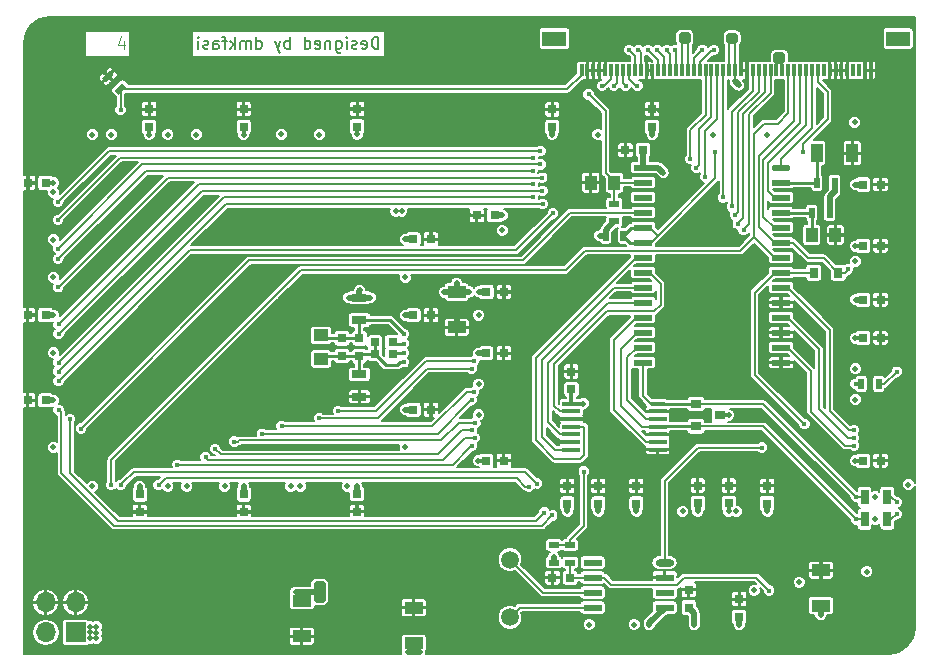
<source format=gbl>
G04 #@! TF.FileFunction,Copper,L4,Bot,Signal*
%FSLAX46Y46*%
G04 Gerber Fmt 4.6, Leading zero omitted, Abs format (unit mm)*
G04 Created by KiCad (PCBNEW 4.0.6) date Sun Sep 10 22:55:25 2017*
%MOMM*%
%LPD*%
G01*
G04 APERTURE LIST*
%ADD10C,0.100000*%
%ADD11C,0.150000*%
%ADD12C,1.500000*%
%ADD13C,0.350000*%
%ADD14C,0.500000*%
%ADD15R,0.750000X0.800000*%
%ADD16R,0.800000X0.750000*%
%ADD17R,0.900000X0.800000*%
%ADD18R,0.500000X0.900000*%
%ADD19C,2.500000*%
%ADD20O,1.600000X0.500000*%
%ADD21R,1.600000X0.500000*%
%ADD22R,0.300000X1.000000*%
%ADD23R,2.000000X1.300000*%
%ADD24R,1.250000X1.000000*%
%ADD25R,1.600000X1.000000*%
%ADD26R,1.000000X1.250000*%
%ADD27R,1.000000X1.600000*%
%ADD28R,0.700000X1.300000*%
%ADD29R,0.900000X0.500000*%
%ADD30R,1.300000X0.700000*%
%ADD31O,1.500000X0.350000*%
%ADD32R,1.500000X0.350000*%
%ADD33R,1.500000X0.370000*%
%ADD34O,1.600000X0.600000*%
%ADD35R,1.600000X0.600000*%
%ADD36R,0.800000X0.900000*%
%ADD37R,1.700000X1.700000*%
%ADD38O,1.700000X1.700000*%
%ADD39C,0.450000*%
%ADD40C,0.250000*%
%ADD41C,0.200000*%
%ADD42C,0.500000*%
%ADD43C,0.350000*%
G04 APERTURE END LIST*
D10*
X34752382Y-26485714D02*
X34752382Y-27152381D01*
X34514286Y-26104762D02*
X34276191Y-26819048D01*
X34895239Y-26819048D01*
D11*
X56319048Y-27152381D02*
X56319048Y-26152381D01*
X56080953Y-26152381D01*
X55938095Y-26200000D01*
X55842857Y-26295238D01*
X55795238Y-26390476D01*
X55747619Y-26580952D01*
X55747619Y-26723810D01*
X55795238Y-26914286D01*
X55842857Y-27009524D01*
X55938095Y-27104762D01*
X56080953Y-27152381D01*
X56319048Y-27152381D01*
X54938095Y-27104762D02*
X55033333Y-27152381D01*
X55223810Y-27152381D01*
X55319048Y-27104762D01*
X55366667Y-27009524D01*
X55366667Y-26628571D01*
X55319048Y-26533333D01*
X55223810Y-26485714D01*
X55033333Y-26485714D01*
X54938095Y-26533333D01*
X54890476Y-26628571D01*
X54890476Y-26723810D01*
X55366667Y-26819048D01*
X54509524Y-27104762D02*
X54414286Y-27152381D01*
X54223810Y-27152381D01*
X54128571Y-27104762D01*
X54080952Y-27009524D01*
X54080952Y-26961905D01*
X54128571Y-26866667D01*
X54223810Y-26819048D01*
X54366667Y-26819048D01*
X54461905Y-26771429D01*
X54509524Y-26676190D01*
X54509524Y-26628571D01*
X54461905Y-26533333D01*
X54366667Y-26485714D01*
X54223810Y-26485714D01*
X54128571Y-26533333D01*
X53652381Y-27152381D02*
X53652381Y-26485714D01*
X53652381Y-26152381D02*
X53700000Y-26200000D01*
X53652381Y-26247619D01*
X53604762Y-26200000D01*
X53652381Y-26152381D01*
X53652381Y-26247619D01*
X52747619Y-26485714D02*
X52747619Y-27295238D01*
X52795238Y-27390476D01*
X52842857Y-27438095D01*
X52938096Y-27485714D01*
X53080953Y-27485714D01*
X53176191Y-27438095D01*
X52747619Y-27104762D02*
X52842857Y-27152381D01*
X53033334Y-27152381D01*
X53128572Y-27104762D01*
X53176191Y-27057143D01*
X53223810Y-26961905D01*
X53223810Y-26676190D01*
X53176191Y-26580952D01*
X53128572Y-26533333D01*
X53033334Y-26485714D01*
X52842857Y-26485714D01*
X52747619Y-26533333D01*
X52271429Y-26485714D02*
X52271429Y-27152381D01*
X52271429Y-26580952D02*
X52223810Y-26533333D01*
X52128572Y-26485714D01*
X51985714Y-26485714D01*
X51890476Y-26533333D01*
X51842857Y-26628571D01*
X51842857Y-27152381D01*
X50985714Y-27104762D02*
X51080952Y-27152381D01*
X51271429Y-27152381D01*
X51366667Y-27104762D01*
X51414286Y-27009524D01*
X51414286Y-26628571D01*
X51366667Y-26533333D01*
X51271429Y-26485714D01*
X51080952Y-26485714D01*
X50985714Y-26533333D01*
X50938095Y-26628571D01*
X50938095Y-26723810D01*
X51414286Y-26819048D01*
X50080952Y-27152381D02*
X50080952Y-26152381D01*
X50080952Y-27104762D02*
X50176190Y-27152381D01*
X50366667Y-27152381D01*
X50461905Y-27104762D01*
X50509524Y-27057143D01*
X50557143Y-26961905D01*
X50557143Y-26676190D01*
X50509524Y-26580952D01*
X50461905Y-26533333D01*
X50366667Y-26485714D01*
X50176190Y-26485714D01*
X50080952Y-26533333D01*
X48842857Y-27152381D02*
X48842857Y-26152381D01*
X48842857Y-26533333D02*
X48747619Y-26485714D01*
X48557142Y-26485714D01*
X48461904Y-26533333D01*
X48414285Y-26580952D01*
X48366666Y-26676190D01*
X48366666Y-26961905D01*
X48414285Y-27057143D01*
X48461904Y-27104762D01*
X48557142Y-27152381D01*
X48747619Y-27152381D01*
X48842857Y-27104762D01*
X48033333Y-26485714D02*
X47795238Y-27152381D01*
X47557142Y-26485714D02*
X47795238Y-27152381D01*
X47890476Y-27390476D01*
X47938095Y-27438095D01*
X48033333Y-27485714D01*
X45985713Y-27152381D02*
X45985713Y-26152381D01*
X45985713Y-27104762D02*
X46080951Y-27152381D01*
X46271428Y-27152381D01*
X46366666Y-27104762D01*
X46414285Y-27057143D01*
X46461904Y-26961905D01*
X46461904Y-26676190D01*
X46414285Y-26580952D01*
X46366666Y-26533333D01*
X46271428Y-26485714D01*
X46080951Y-26485714D01*
X45985713Y-26533333D01*
X45509523Y-27152381D02*
X45509523Y-26485714D01*
X45509523Y-26580952D02*
X45461904Y-26533333D01*
X45366666Y-26485714D01*
X45223808Y-26485714D01*
X45128570Y-26533333D01*
X45080951Y-26628571D01*
X45080951Y-27152381D01*
X45080951Y-26628571D02*
X45033332Y-26533333D01*
X44938094Y-26485714D01*
X44795237Y-26485714D01*
X44699999Y-26533333D01*
X44652380Y-26628571D01*
X44652380Y-27152381D01*
X44176190Y-27152381D02*
X44176190Y-26152381D01*
X44080952Y-26771429D02*
X43795237Y-27152381D01*
X43795237Y-26485714D02*
X44176190Y-26866667D01*
X43509523Y-26485714D02*
X43128571Y-26485714D01*
X43366666Y-27152381D02*
X43366666Y-26295238D01*
X43319047Y-26200000D01*
X43223809Y-26152381D01*
X43128571Y-26152381D01*
X42366665Y-27152381D02*
X42366665Y-26628571D01*
X42414284Y-26533333D01*
X42509522Y-26485714D01*
X42699999Y-26485714D01*
X42795237Y-26533333D01*
X42366665Y-27104762D02*
X42461903Y-27152381D01*
X42699999Y-27152381D01*
X42795237Y-27104762D01*
X42842856Y-27009524D01*
X42842856Y-26914286D01*
X42795237Y-26819048D01*
X42699999Y-26771429D01*
X42461903Y-26771429D01*
X42366665Y-26723810D01*
X41938094Y-27104762D02*
X41842856Y-27152381D01*
X41652380Y-27152381D01*
X41557141Y-27104762D01*
X41509522Y-27009524D01*
X41509522Y-26961905D01*
X41557141Y-26866667D01*
X41652380Y-26819048D01*
X41795237Y-26819048D01*
X41890475Y-26771429D01*
X41938094Y-26676190D01*
X41938094Y-26628571D01*
X41890475Y-26533333D01*
X41795237Y-26485714D01*
X41652380Y-26485714D01*
X41557141Y-26533333D01*
X41080951Y-27152381D02*
X41080951Y-26485714D01*
X41080951Y-26152381D02*
X41128570Y-26200000D01*
X41080951Y-26247619D01*
X41033332Y-26200000D01*
X41080951Y-26152381D01*
X41080951Y-26247619D01*
D12*
X67471000Y-75300000D03*
X67471000Y-70420000D03*
D13*
X73851000Y-35747000D03*
X87201000Y-30807000D03*
X80121000Y-32467000D03*
D14*
X77110000Y-37090000D03*
X63980000Y-41250000D03*
X83820000Y-42190000D03*
X50510000Y-66470000D03*
X40910000Y-66470000D03*
X65620000Y-32380000D03*
X56780000Y-50980000D03*
X78070000Y-55170000D03*
X77080000Y-48050000D03*
D15*
X54725000Y-51675000D03*
X54725000Y-53175000D03*
D16*
X56025000Y-52025000D03*
X57525000Y-52025000D03*
D14*
X101600000Y-24638000D03*
X88380000Y-58180000D03*
X71600000Y-44225000D03*
X77500000Y-46600000D03*
D17*
X83225000Y-59125000D03*
X83225000Y-57225000D03*
X85225000Y-58175000D03*
D18*
X97200000Y-55550000D03*
X98700000Y-55550000D03*
D19*
X99568000Y-76200000D03*
D16*
X97350000Y-62050000D03*
X98850000Y-62050000D03*
D20*
X90422562Y-37232950D03*
D21*
X90422562Y-38502950D03*
X90422562Y-39772950D03*
X90422562Y-41042950D03*
X90422562Y-42312950D03*
X90422562Y-43582950D03*
X90422562Y-44852950D03*
X90422562Y-46122950D03*
X90422562Y-47392951D03*
X90422562Y-48662951D03*
X90422562Y-49932951D03*
X90422562Y-51202951D03*
X90422562Y-52472951D03*
X90422562Y-53742951D03*
X78735561Y-53742951D03*
X78735561Y-52472951D03*
X78735561Y-51202951D03*
X78735561Y-49932951D03*
X78735561Y-48662951D03*
X78735561Y-47392951D03*
X78735561Y-46122950D03*
X78735561Y-44852950D03*
X78735561Y-43582950D03*
X78735561Y-42312950D03*
X78735561Y-41042950D03*
X78735561Y-39772950D03*
X78735561Y-38502950D03*
X78735561Y-37232950D03*
D22*
X73530000Y-28989000D03*
X74030000Y-28989000D03*
X74530000Y-28989000D03*
X75030000Y-28989000D03*
D23*
X71230000Y-26289000D03*
X100330000Y-26289000D03*
D22*
X75530000Y-28989000D03*
X76030000Y-28989000D03*
X76530000Y-28989000D03*
X77030000Y-28989000D03*
X77530000Y-28989000D03*
X78030000Y-28989000D03*
X78530000Y-28989000D03*
X79030000Y-28989000D03*
X83030000Y-28989000D03*
X81530000Y-28989000D03*
X82030000Y-28989000D03*
X82530000Y-28989000D03*
X83530000Y-28989000D03*
X81030000Y-28989000D03*
X80530000Y-28989000D03*
X79530000Y-28989000D03*
X80030000Y-28989000D03*
X84530000Y-28989000D03*
X84030000Y-28989000D03*
X85030000Y-28989000D03*
X89530000Y-28989000D03*
X89030000Y-28989000D03*
X88530000Y-28989000D03*
X88030000Y-28989000D03*
X87530000Y-28989000D03*
X95030000Y-28989000D03*
X96530000Y-28989000D03*
X95530000Y-28989000D03*
X96030000Y-28989000D03*
X97030000Y-28989000D03*
X94530000Y-28989000D03*
X93030000Y-28989000D03*
X93530000Y-28989000D03*
X92530000Y-28989000D03*
X94030000Y-28989000D03*
X92030000Y-28989000D03*
X91030000Y-28989000D03*
X90530000Y-28989000D03*
X90030000Y-28989000D03*
X91530000Y-28989000D03*
X87030000Y-28989000D03*
X86530000Y-28989000D03*
X86030000Y-28989000D03*
X85530000Y-28989000D03*
X97530000Y-28989000D03*
X98030000Y-28989000D03*
D19*
X66675000Y-26670000D03*
D24*
X51475000Y-51425000D03*
X51475000Y-53425000D03*
D16*
X57525000Y-53025000D03*
X56025000Y-53025000D03*
D15*
X53225000Y-51675000D03*
X53225000Y-53175000D03*
D25*
X59311000Y-77487000D03*
X59311000Y-74487000D03*
D26*
X76300000Y-38500000D03*
X74300000Y-38500000D03*
X93025000Y-42925000D03*
X95025000Y-42925000D03*
D27*
X93450000Y-36000000D03*
X96450000Y-36000000D03*
D16*
X72547000Y-71931000D03*
X71047000Y-71931000D03*
X59275000Y-57725000D03*
X60775000Y-57725000D03*
X59275000Y-49725000D03*
X60775000Y-49725000D03*
X59275000Y-43300000D03*
X60775000Y-43300000D03*
D15*
X54525000Y-33750000D03*
X54525000Y-32250000D03*
X44915000Y-33770000D03*
X44915000Y-32270000D03*
X36920000Y-33770000D03*
X36920000Y-32270000D03*
D16*
X28161000Y-38517000D03*
X26661000Y-38517000D03*
X28150000Y-49700000D03*
X26650000Y-49700000D03*
X28150000Y-56925000D03*
X26650000Y-56925000D03*
X97350000Y-51650000D03*
X98850000Y-51650000D03*
X97350000Y-48410000D03*
X98850000Y-48410000D03*
X97350000Y-43850000D03*
X98850000Y-43850000D03*
X97350000Y-38650000D03*
X98850000Y-38650000D03*
D15*
X79500000Y-33770000D03*
X79500000Y-32270000D03*
X71050000Y-33780000D03*
X71050000Y-32280000D03*
D16*
X66160000Y-41250000D03*
X64660000Y-41250000D03*
X65461000Y-47747000D03*
X66961000Y-47747000D03*
X65450000Y-52950000D03*
X66950000Y-52950000D03*
X65450000Y-62050000D03*
X66950000Y-62050000D03*
D15*
X72330000Y-65670000D03*
X72330000Y-64170000D03*
X74950000Y-65670000D03*
X74950000Y-64170000D03*
X83371000Y-65657000D03*
X83371000Y-64157000D03*
D16*
X78730000Y-35750000D03*
X77230000Y-35750000D03*
D15*
X82591000Y-74467000D03*
X82591000Y-72967000D03*
X72675000Y-56000000D03*
X72675000Y-54500000D03*
X86870000Y-75260000D03*
X86870000Y-73760000D03*
X78170000Y-65670000D03*
X78170000Y-64170000D03*
D25*
X93801000Y-74317000D03*
X93801000Y-71317000D03*
D28*
X97500000Y-65100000D03*
X99400000Y-65100000D03*
X97500000Y-67000000D03*
X99400000Y-67000000D03*
D29*
X71181000Y-70677000D03*
X71181000Y-69177000D03*
D18*
X93450000Y-38500000D03*
X94950000Y-38500000D03*
X93025000Y-41050000D03*
X94525000Y-41050000D03*
D29*
X76300000Y-41775000D03*
X76300000Y-40275000D03*
D18*
X75560000Y-42980000D03*
X77060000Y-42980000D03*
D30*
X54725000Y-50125000D03*
X54725000Y-48225000D03*
X54725000Y-54725000D03*
X54725000Y-56625000D03*
D10*
G36*
X32949695Y-29636091D02*
X33586091Y-28999695D01*
X33939645Y-29353249D01*
X33303249Y-29989645D01*
X32949695Y-29636091D01*
X32949695Y-29636091D01*
G37*
G36*
X34010355Y-30696751D02*
X34646751Y-30060355D01*
X35000305Y-30413909D01*
X34363909Y-31050305D01*
X34010355Y-30696751D01*
X34010355Y-30696751D01*
G37*
D29*
X72541000Y-70677000D03*
X72541000Y-69177000D03*
D31*
X79975000Y-57200000D03*
D32*
X79975000Y-57850145D03*
X79975000Y-58500000D03*
X79975000Y-59150000D03*
X79975000Y-59800000D03*
X79975000Y-60450000D03*
X79975000Y-61100000D03*
D33*
X72675000Y-61100000D03*
D32*
X72675000Y-60450000D03*
X72675000Y-59800000D03*
X72675000Y-59150000D03*
X72675000Y-58500000D03*
X72675000Y-57850000D03*
X72675000Y-57200000D03*
D34*
X80560000Y-70661000D03*
D35*
X80560000Y-71931000D03*
X80560000Y-73201000D03*
X80560000Y-74471000D03*
X74464000Y-74471000D03*
X74464000Y-73201000D03*
X74464000Y-71931000D03*
X74464000Y-70661000D03*
D19*
X28448000Y-26670000D03*
D25*
X62950000Y-47750000D03*
X62950000Y-50750000D03*
D36*
X93175000Y-46125000D03*
X95275000Y-46125000D03*
D15*
X36125000Y-64875000D03*
X36125000Y-66375000D03*
X44925000Y-64875000D03*
X44925000Y-66375000D03*
X54521000Y-64867000D03*
X54521000Y-66367000D03*
X85991000Y-65657000D03*
X85991000Y-64157000D03*
D25*
X49841000Y-73907000D03*
X49841000Y-76907000D03*
D37*
X30700000Y-76580000D03*
D38*
X28160000Y-76580000D03*
X30700000Y-74040000D03*
X28160000Y-74040000D03*
D15*
X89250000Y-65660000D03*
X89250000Y-64160000D03*
D39*
X58500000Y-51325000D03*
X58500000Y-53700000D03*
X58500000Y-52925000D03*
X58500000Y-52125000D03*
D14*
X32461000Y-74537000D03*
X31961000Y-74537000D03*
X31951000Y-73537000D03*
X32451000Y-73537000D03*
X32451000Y-74037000D03*
X31951682Y-74035902D03*
X62951000Y-49997000D03*
X93790000Y-32420000D03*
X89880000Y-32420000D03*
X33073949Y-29151014D03*
X71630000Y-60450000D03*
X71620000Y-58500000D03*
D39*
X96730000Y-55540000D03*
X88800000Y-60930000D03*
D14*
X59811000Y-78237000D03*
X58810683Y-78237091D03*
X93801000Y-75067000D03*
X59309000Y-78232000D03*
D39*
X71101609Y-41089408D03*
X29250000Y-55300000D03*
X29251336Y-54499617D03*
X70223479Y-40301040D03*
X29251336Y-53722364D03*
X69401364Y-39748872D03*
X29250000Y-51300000D03*
X70207005Y-39191302D03*
X29250000Y-50500000D03*
X69401364Y-38626394D03*
X29210252Y-47351533D03*
X70201013Y-38075999D03*
X29210000Y-44958000D03*
X69376679Y-37499366D03*
X70048635Y-36950864D03*
X29210000Y-44069000D03*
X29210000Y-41656000D03*
X69375839Y-36375722D03*
X70050729Y-35825314D03*
X29210000Y-40132000D03*
X69074416Y-64225012D03*
X37725015Y-64099673D03*
X34500077Y-64100232D03*
X69749447Y-63975222D03*
X30224873Y-58525499D03*
X70375934Y-66425508D03*
X29251336Y-57724101D03*
X71050164Y-66674435D03*
X64431450Y-53607297D03*
X52925000Y-57813032D03*
X64230933Y-54246445D03*
X51326263Y-58449605D03*
X64430485Y-56204753D03*
X48125916Y-59100579D03*
X64230890Y-56866511D03*
X46501926Y-59750954D03*
X64539530Y-58807169D03*
X44126066Y-60422538D03*
X64250662Y-59457161D03*
X42499873Y-61025167D03*
X64500604Y-60097534D03*
X41700558Y-61748658D03*
X64262156Y-60757448D03*
X39299453Y-62399486D03*
D14*
X31941000Y-76077000D03*
X31941000Y-76580000D03*
X31941365Y-77076989D03*
X32441000Y-77087000D03*
X32440999Y-76086785D03*
X32441000Y-76587281D03*
X79241000Y-75917000D03*
X71181000Y-70177000D03*
X97691000Y-71427000D03*
X85991000Y-66317000D03*
X86631000Y-66317000D03*
X53711000Y-64217000D03*
X28811000Y-39317000D03*
X28811000Y-38517000D03*
X51111000Y-73157000D03*
X51611000Y-73157000D03*
X49341000Y-73157000D03*
X50341000Y-73157000D03*
X49841000Y-73157000D03*
X51611000Y-73787000D03*
X51611000Y-72507000D03*
X51111000Y-73787000D03*
X51111000Y-72507000D03*
X61901000Y-47757000D03*
X64001000Y-47747000D03*
X62951000Y-46997000D03*
X64811000Y-47747000D03*
X64811000Y-49707000D03*
X64801000Y-52947000D03*
X64811000Y-55547000D03*
X64811000Y-58157000D03*
X64801000Y-62047000D03*
X73681000Y-57207000D03*
X74171000Y-75917000D03*
X77981000Y-75917000D03*
X83060004Y-75908950D03*
X88140000Y-73020000D03*
X91950000Y-72320000D03*
X72330000Y-66320000D03*
X74950000Y-66320000D03*
X82100000Y-66320000D03*
X83380000Y-66320000D03*
X89250000Y-66320000D03*
X98400000Y-65100000D03*
X98400000Y-67000000D03*
X101200000Y-64050000D03*
X96700000Y-62050000D03*
X96700000Y-56870000D03*
X96700000Y-54260000D03*
X96700000Y-51650000D03*
X96700000Y-45150000D03*
X96700000Y-43860000D03*
X96750000Y-48410000D03*
X75060000Y-42990000D03*
D39*
X80450000Y-37640000D03*
X86840000Y-30240000D03*
X86525000Y-29925000D03*
D14*
X90029808Y-27700005D03*
X90520000Y-27700000D03*
D39*
X90520000Y-28180000D03*
X90030000Y-28180000D03*
D14*
X82030000Y-26020000D03*
X82530000Y-26020000D03*
D39*
X82530000Y-26500000D03*
X82030000Y-26500000D03*
D14*
X96700000Y-38660000D03*
X89260000Y-34420000D03*
X84690000Y-34420000D03*
X79500000Y-34430000D03*
X74920000Y-34430000D03*
X71040000Y-34430000D03*
X66810000Y-41250000D03*
X66810000Y-42540000D03*
X28810000Y-46500000D03*
X28820000Y-56930000D03*
X32110000Y-64210000D03*
X36120000Y-64210000D03*
X38510000Y-64210000D03*
X40110000Y-64210000D03*
X43310000Y-64210000D03*
X44920902Y-64218979D03*
X48910000Y-64210000D03*
X49710000Y-64210000D03*
X54510000Y-64210000D03*
X58610000Y-60910000D03*
X58620137Y-57719633D03*
X58610000Y-49730000D03*
X54730000Y-47620000D03*
X53820000Y-48230000D03*
X55630000Y-48230000D03*
X58600344Y-46519666D03*
X51320000Y-34420000D03*
X38510000Y-34420000D03*
X40910000Y-34420000D03*
X33710000Y-34420000D03*
X48110000Y-34410000D03*
X57810000Y-40900000D03*
X58310000Y-40900000D03*
X58610899Y-43299119D03*
X96660000Y-33380000D03*
X94926554Y-39324947D03*
X32110000Y-34420000D03*
X28810000Y-43320000D03*
X28810000Y-52910000D03*
X28810000Y-60910000D03*
X28820000Y-49700000D03*
X36920000Y-34420000D03*
X54529362Y-34408777D03*
X44910000Y-34420000D03*
D39*
X86025000Y-26050000D03*
X86525000Y-26050000D03*
X86525000Y-26500000D03*
X86025000Y-26500000D03*
D14*
X85980000Y-58170000D03*
D39*
X75261578Y-30304565D03*
X77259267Y-30304565D03*
X77550194Y-27248894D03*
X79148277Y-27260051D03*
X80749330Y-27260051D03*
X83750985Y-27244876D03*
X82748336Y-36497137D03*
X86248923Y-40497499D03*
X86753881Y-42003523D03*
X96100681Y-45790150D03*
X76262977Y-30304565D03*
X78260666Y-30304565D03*
X78348927Y-27248894D03*
X79951593Y-27260051D03*
X81452232Y-27260051D03*
X84746333Y-27244876D03*
X83248813Y-37247849D03*
X86503768Y-41250956D03*
X87254218Y-42503860D03*
X34500707Y-32324556D03*
X33700000Y-64100000D03*
X31150744Y-59325335D03*
X96600001Y-59449507D03*
X96597522Y-60099514D03*
X96600590Y-60749518D03*
X74131000Y-31017000D03*
X73711000Y-62957000D03*
X92391000Y-58947000D03*
D14*
X78170000Y-66320000D03*
X86870000Y-75910000D03*
D39*
X84810289Y-35878765D03*
X92252711Y-35884822D03*
X96800000Y-67000000D03*
X96800000Y-65100000D03*
X100200000Y-65550000D03*
X100200000Y-66550000D03*
X100225000Y-54500000D03*
X89411000Y-73027000D03*
X83999526Y-37998561D03*
X85499759Y-39745697D03*
D40*
X58500000Y-51325000D02*
X57300000Y-50125000D01*
X57300000Y-50125000D02*
X54725000Y-50125000D01*
X53225000Y-51675000D02*
X51725000Y-51675000D01*
X51725000Y-51675000D02*
X51475000Y-51425000D01*
X54725000Y-51675000D02*
X54725000Y-50125000D01*
X54725000Y-51675000D02*
X53225000Y-51675000D01*
X57931802Y-53950000D02*
X56975000Y-53950000D01*
X56975000Y-53950000D02*
X56050000Y-53025000D01*
X56050000Y-53025000D02*
X56025000Y-53025000D01*
X58500000Y-53700000D02*
X58181802Y-53700000D01*
X58181802Y-53700000D02*
X57931802Y-53950000D01*
X53225000Y-53175000D02*
X51725000Y-53175000D01*
X51725000Y-53175000D02*
X51475000Y-53425000D01*
X54725000Y-54725000D02*
X54725000Y-53175000D01*
X54725000Y-53175000D02*
X53225000Y-53175000D01*
X56025000Y-53025000D02*
X54875000Y-53025000D01*
X54875000Y-53025000D02*
X54725000Y-53175000D01*
X56025000Y-53025000D02*
X56025000Y-52025000D01*
X58500000Y-52925000D02*
X57625000Y-52925000D01*
X57625000Y-52925000D02*
X57525000Y-53025000D01*
X58500000Y-52125000D02*
X57625000Y-52125000D01*
X57625000Y-52125000D02*
X57525000Y-52025000D01*
D41*
X74464000Y-74471000D02*
X68300000Y-74471000D01*
X68300000Y-74471000D02*
X67471000Y-75300000D01*
D42*
X62950000Y-50750000D02*
X62950000Y-49998000D01*
D43*
X62950000Y-49998000D02*
X62951000Y-49997000D01*
X33101014Y-29151014D02*
X33073949Y-29151014D01*
X33444670Y-29494670D02*
X33101014Y-29151014D01*
X72675000Y-60450000D02*
X71630000Y-60450000D01*
X72675000Y-58500000D02*
X71620000Y-58500000D01*
D41*
X74464000Y-73201000D02*
X70252000Y-73201000D01*
X70252000Y-73201000D02*
X67471000Y-70420000D01*
X80560000Y-70661000D02*
X80560000Y-63770000D01*
X80560000Y-63770000D02*
X83400000Y-60930000D01*
X83400000Y-60930000D02*
X88800000Y-60930000D01*
X97200000Y-55550000D02*
X96740000Y-55550000D01*
X96740000Y-55550000D02*
X96730000Y-55540000D01*
D43*
X59309000Y-78232000D02*
X59309000Y-77489000D01*
X59309000Y-77489000D02*
X59311000Y-77487000D01*
D42*
X59309000Y-78232000D02*
X59806000Y-78232000D01*
D43*
X59806000Y-78232000D02*
X59811000Y-78237000D01*
X58815774Y-78232000D02*
X58810683Y-78237091D01*
D42*
X59309000Y-78232000D02*
X58815774Y-78232000D01*
X93801000Y-74317000D02*
X93801000Y-75067000D01*
D41*
X67976874Y-44214143D02*
X70876610Y-41314407D01*
X40335857Y-44214143D02*
X67976874Y-44214143D01*
X29250000Y-55300000D02*
X40335857Y-44214143D01*
X70876610Y-41314407D02*
X71101609Y-41089408D01*
X29476335Y-54274618D02*
X29251336Y-54499617D01*
X43449913Y-40301040D02*
X29476335Y-54274618D01*
X70223479Y-40301040D02*
X43449913Y-40301040D01*
X29476335Y-53497365D02*
X29251336Y-53722364D01*
X43224828Y-39748872D02*
X29476335Y-53497365D01*
X69401364Y-39748872D02*
X43224828Y-39748872D01*
X29250000Y-51300000D02*
X41359126Y-39190874D01*
X70206577Y-39190874D02*
X70207005Y-39191302D01*
X41359126Y-39190874D02*
X70206577Y-39190874D01*
X69083166Y-38626394D02*
X69401364Y-38626394D01*
X41123606Y-38626394D02*
X69083166Y-38626394D01*
X29250000Y-50500000D02*
X41123606Y-38626394D01*
X38485786Y-38075999D02*
X29435251Y-47126534D01*
X70201013Y-38075999D02*
X38485786Y-38075999D01*
X29435251Y-47126534D02*
X29210252Y-47351533D01*
X29210000Y-44958000D02*
X36668634Y-37499366D01*
X36668634Y-37499366D02*
X69058481Y-37499366D01*
X69058481Y-37499366D02*
X69376679Y-37499366D01*
X69728544Y-36948971D02*
X69730437Y-36950864D01*
X69730437Y-36950864D02*
X70048635Y-36950864D01*
X36330029Y-36948971D02*
X69728544Y-36948971D01*
X29210000Y-44069000D02*
X36330029Y-36948971D01*
X69057641Y-36375722D02*
X69375839Y-36375722D01*
X29210000Y-41656000D02*
X34490278Y-36375722D01*
X34490278Y-36375722D02*
X69057641Y-36375722D01*
X69732531Y-35825314D02*
X70050729Y-35825314D01*
X29210000Y-40132000D02*
X33516686Y-35825314D01*
X33516686Y-35825314D02*
X69732531Y-35825314D01*
X69074416Y-64225012D02*
X68756218Y-64225012D01*
X38324184Y-63500504D02*
X37725015Y-64099673D01*
X68031710Y-63500504D02*
X38324184Y-63500504D01*
X68756218Y-64225012D02*
X68031710Y-63500504D01*
X69749447Y-63975222D02*
X68775202Y-63000977D01*
X68775202Y-63000977D02*
X35599332Y-63000977D01*
X35599332Y-63000977D02*
X34725076Y-63875233D01*
X34725076Y-63875233D02*
X34500077Y-64100232D01*
X30224873Y-58843697D02*
X30224873Y-58525499D01*
X30224873Y-63117705D02*
X30224873Y-58843697D01*
X34248289Y-67141121D02*
X30224873Y-63117705D01*
X69660321Y-67141121D02*
X34248289Y-67141121D01*
X70375934Y-66425508D02*
X69660321Y-67141121D01*
X29476335Y-63068094D02*
X29476335Y-57949100D01*
X71050164Y-66674435D02*
X70183467Y-67541132D01*
X70183467Y-67541132D02*
X33949373Y-67541132D01*
X33949373Y-67541132D02*
X29476335Y-63068094D01*
X29476335Y-57949100D02*
X29251336Y-57724101D01*
X56162291Y-57813032D02*
X60368026Y-53607297D01*
X64113252Y-53607297D02*
X64431450Y-53607297D01*
X60368026Y-53607297D02*
X64113252Y-53607297D01*
X52925000Y-57813032D02*
X56162291Y-57813032D01*
X63912735Y-54246445D02*
X64230933Y-54246445D01*
X60479807Y-54246445D02*
X63912735Y-54246445D01*
X56276647Y-58449605D02*
X60479807Y-54246445D01*
X51326263Y-58449605D02*
X56276647Y-58449605D01*
X60908378Y-59100579D02*
X63804204Y-56204753D01*
X63804204Y-56204753D02*
X64112287Y-56204753D01*
X48125916Y-59100579D02*
X60908378Y-59100579D01*
X64112287Y-56204753D02*
X64430485Y-56204753D01*
X64005891Y-57091510D02*
X64230890Y-56866511D01*
X61346447Y-59750954D02*
X64005891Y-57091510D01*
X46501926Y-59750954D02*
X61346447Y-59750954D01*
X64221332Y-58807169D02*
X64539530Y-58807169D01*
X63114448Y-58807169D02*
X64221332Y-58807169D01*
X61607120Y-60314497D02*
X63114448Y-58807169D01*
X44552305Y-60314497D02*
X61607120Y-60314497D01*
X44444264Y-60422538D02*
X44552305Y-60314497D01*
X44126066Y-60422538D02*
X44444264Y-60422538D01*
X63932464Y-59457161D02*
X64250662Y-59457161D01*
X61367943Y-61506714D02*
X63417496Y-59457161D01*
X42981420Y-61506714D02*
X61367943Y-61506714D01*
X42499873Y-61025167D02*
X42981420Y-61506714D01*
X63417496Y-59457161D02*
X63932464Y-59457161D01*
X64182406Y-60097534D02*
X64500604Y-60097534D01*
X61774748Y-61973657D02*
X63650871Y-60097534D01*
X41925557Y-61973657D02*
X61774748Y-61973657D01*
X63650871Y-60097534D02*
X64182406Y-60097534D01*
X41700558Y-61748658D02*
X41925557Y-61973657D01*
X64037157Y-60982447D02*
X64262156Y-60757448D01*
X62620118Y-62399486D02*
X64037157Y-60982447D01*
X39299453Y-62399486D02*
X62620118Y-62399486D01*
D42*
X79241000Y-75917000D02*
X79241000Y-75790000D01*
X79241000Y-75790000D02*
X80560000Y-74471000D01*
X83060004Y-75908950D02*
X83060004Y-74936004D01*
X83060004Y-74936004D02*
X82591000Y-74467000D01*
X71181000Y-70677000D02*
X71181000Y-70177000D01*
D43*
X85991000Y-65657000D02*
X85991000Y-66317000D01*
D42*
X83380000Y-66320000D02*
X83380000Y-65666000D01*
D43*
X83380000Y-65666000D02*
X83371000Y-65657000D01*
D42*
X54521000Y-64867000D02*
X54521000Y-64221000D01*
D43*
X54521000Y-64221000D02*
X54510000Y-64210000D01*
X28161000Y-38517000D02*
X28811000Y-38517000D01*
D42*
X51111000Y-73157000D02*
X51111000Y-72507000D01*
X51111000Y-73787000D02*
X51111000Y-73157000D01*
X51611000Y-73157000D02*
X51611000Y-73787000D01*
X51611000Y-72507000D02*
X51611000Y-73157000D01*
X51111000Y-73157000D02*
X51611000Y-73157000D01*
X50341000Y-73157000D02*
X51111000Y-73157000D01*
X49841000Y-73157000D02*
X49341000Y-73157000D01*
X50341000Y-73157000D02*
X49841000Y-73157000D01*
D43*
X49841000Y-73907000D02*
X49841000Y-73157000D01*
D42*
X51111000Y-73787000D02*
X51611000Y-73787000D01*
X51611000Y-72507000D02*
X51111000Y-72507000D01*
X62950000Y-47750000D02*
X61908000Y-47750000D01*
D43*
X61908000Y-47750000D02*
X61901000Y-47757000D01*
D42*
X62950000Y-47750000D02*
X63998000Y-47750000D01*
D43*
X63998000Y-47750000D02*
X64001000Y-47747000D01*
D42*
X62950000Y-47750000D02*
X62950000Y-46998000D01*
D43*
X62950000Y-46998000D02*
X62951000Y-46997000D01*
D42*
X65461000Y-47747000D02*
X64811000Y-47747000D01*
X65450000Y-52950000D02*
X64804000Y-52950000D01*
D43*
X64804000Y-52950000D02*
X64801000Y-52947000D01*
X65450000Y-62050000D02*
X64804000Y-62050000D01*
X64804000Y-62050000D02*
X64801000Y-62047000D01*
X72675000Y-57200000D02*
X73674000Y-57200000D01*
X73674000Y-57200000D02*
X73681000Y-57207000D01*
D42*
X72330000Y-65670000D02*
X72330000Y-66320000D01*
X74950000Y-65670000D02*
X74950000Y-66320000D01*
X89250000Y-65660000D02*
X89250000Y-66320000D01*
D43*
X97350000Y-62050000D02*
X96700000Y-62050000D01*
X97350000Y-51650000D02*
X96700000Y-51650000D01*
X97350000Y-43850000D02*
X96710000Y-43850000D01*
X96710000Y-43850000D02*
X96700000Y-43860000D01*
D42*
X97350000Y-48410000D02*
X96750000Y-48410000D01*
X75560000Y-42980000D02*
X75070000Y-42980000D01*
D43*
X75070000Y-42980000D02*
X75060000Y-42990000D01*
D42*
X78735561Y-37232950D02*
X78735561Y-35755561D01*
D41*
X78735561Y-35755561D02*
X78730000Y-35750000D01*
D42*
X78735561Y-37232950D02*
X80042950Y-37232950D01*
X80042950Y-37232950D02*
X80450000Y-37640000D01*
X86525000Y-29925000D02*
X86840000Y-30240000D01*
D41*
X86530000Y-28989000D02*
X86530000Y-29920000D01*
X86530000Y-29920000D02*
X86525000Y-29925000D01*
D42*
X90030000Y-28180000D02*
X90520000Y-28180000D01*
X90029808Y-27700005D02*
X90519995Y-27700005D01*
D43*
X90519995Y-27700005D02*
X90520000Y-27700000D01*
D42*
X90030000Y-28180000D02*
X90030000Y-27710000D01*
X90520000Y-28180000D02*
X90520000Y-27700000D01*
D41*
X90530000Y-28989000D02*
X90530000Y-28190000D01*
X90530000Y-28190000D02*
X90520000Y-28180000D01*
X90030000Y-28989000D02*
X90030000Y-28180000D01*
D42*
X82030000Y-26020000D02*
X82530000Y-26020000D01*
X82030000Y-26500000D02*
X82530000Y-26500000D01*
X86025000Y-26050000D02*
X86525000Y-26050000D01*
X86025000Y-26500000D02*
X86525000Y-26500000D01*
X82030000Y-26500000D02*
X82030000Y-26020000D01*
X82530000Y-26500000D02*
X82530000Y-26020000D01*
D41*
X82530000Y-28989000D02*
X82530000Y-26500000D01*
X82030000Y-28989000D02*
X82030000Y-26500000D01*
D42*
X97350000Y-38650000D02*
X96710000Y-38650000D01*
D43*
X96710000Y-38650000D02*
X96700000Y-38660000D01*
D42*
X79500000Y-33770000D02*
X79500000Y-34430000D01*
D43*
X71050000Y-34420000D02*
X71040000Y-34430000D01*
D42*
X71050000Y-33780000D02*
X71050000Y-34420000D01*
X66160000Y-41250000D02*
X66810000Y-41250000D01*
X28815000Y-56925000D02*
X28820000Y-56930000D01*
X28150000Y-56925000D02*
X28815000Y-56925000D01*
X36125000Y-64215000D02*
X36120000Y-64210000D01*
X36125000Y-64875000D02*
X36125000Y-64215000D01*
X44925000Y-64223077D02*
X44920902Y-64218979D01*
X44925000Y-64875000D02*
X44925000Y-64223077D01*
X59269633Y-57719633D02*
X58973690Y-57719633D01*
X59275000Y-57725000D02*
X59269633Y-57719633D01*
X58973690Y-57719633D02*
X58620137Y-57719633D01*
X59275000Y-49725000D02*
X58615000Y-49725000D01*
D43*
X58615000Y-49725000D02*
X58610000Y-49730000D01*
D42*
X54725000Y-48225000D02*
X54725000Y-47625000D01*
X54725000Y-47625000D02*
X54730000Y-47620000D01*
X54725000Y-48225000D02*
X53825000Y-48225000D01*
X53825000Y-48225000D02*
X53820000Y-48230000D01*
X54725000Y-48225000D02*
X55625000Y-48225000D01*
X55625000Y-48225000D02*
X55630000Y-48230000D01*
X58964452Y-43299119D02*
X58610899Y-43299119D01*
X59274119Y-43299119D02*
X58964452Y-43299119D01*
X59275000Y-43300000D02*
X59274119Y-43299119D01*
X94950000Y-39301501D02*
X94926554Y-39324947D01*
X94525000Y-41050000D02*
X94525000Y-39726501D01*
X94525000Y-39726501D02*
X94676555Y-39574946D01*
X94676555Y-39574946D02*
X94926554Y-39324947D01*
X94950000Y-38500000D02*
X94950000Y-39301501D01*
X28150000Y-49700000D02*
X28820000Y-49700000D01*
D43*
X36920000Y-33770000D02*
X36920000Y-34420000D01*
X54529362Y-34055224D02*
X54529362Y-34408777D01*
X54529362Y-33754362D02*
X54529362Y-34055224D01*
X54525000Y-33750000D02*
X54529362Y-33754362D01*
X44915000Y-33770000D02*
X44915000Y-34415000D01*
X44915000Y-34415000D02*
X44910000Y-34420000D01*
D42*
X86025000Y-26500000D02*
X86025000Y-26050000D01*
X86525000Y-26500000D02*
X86525000Y-26050000D01*
D41*
X86530000Y-28989000D02*
X86530000Y-26505000D01*
X86530000Y-26505000D02*
X86525000Y-26500000D01*
X86030000Y-28989000D02*
X86030000Y-26505000D01*
X86030000Y-26505000D02*
X86025000Y-26500000D01*
D43*
X85225000Y-58175000D02*
X85975000Y-58175000D01*
X85975000Y-58175000D02*
X85980000Y-58170000D01*
D42*
X75560000Y-42980000D02*
X75560000Y-42515000D01*
X75560000Y-42515000D02*
X76300000Y-41775000D01*
D43*
X72675000Y-56000000D02*
X72675000Y-57200000D01*
D41*
X75414435Y-30304565D02*
X75261578Y-30304565D01*
X76030000Y-29689000D02*
X75414435Y-30304565D01*
X76030000Y-28989000D02*
X76030000Y-29689000D01*
X77034268Y-30079566D02*
X77259267Y-30304565D01*
X77030000Y-30075298D02*
X77034268Y-30079566D01*
X77030000Y-28989000D02*
X77030000Y-30075298D01*
X77775193Y-27473893D02*
X77550194Y-27248894D01*
X78030000Y-27728700D02*
X77775193Y-27473893D01*
X78030000Y-28989000D02*
X78030000Y-27728700D01*
X79373276Y-27485050D02*
X79148277Y-27260051D01*
X80030000Y-28141774D02*
X79373276Y-27485050D01*
X80030000Y-28989000D02*
X80030000Y-28141774D01*
X81030000Y-28989000D02*
X81030000Y-27625978D01*
X81030000Y-27625978D02*
X80749330Y-27345308D01*
X80749330Y-27345308D02*
X80749330Y-27260051D01*
X83525986Y-27469875D02*
X83750985Y-27244876D01*
X83030000Y-27965861D02*
X83525986Y-27469875D01*
X83030000Y-28989000D02*
X83030000Y-27965861D01*
X82748336Y-36178939D02*
X82748336Y-36497137D01*
X82748336Y-34040756D02*
X82748336Y-36178939D01*
X84030000Y-32759092D02*
X82748336Y-34040756D01*
X84030000Y-28989000D02*
X84030000Y-32759092D01*
X88030000Y-30714730D02*
X86248923Y-32495807D01*
X86248923Y-40179301D02*
X86248923Y-40497499D01*
X86248923Y-32495807D02*
X86248923Y-40179301D01*
X88030000Y-28989000D02*
X88030000Y-30714730D01*
X89030000Y-28989000D02*
X89030000Y-30846130D01*
X89030000Y-30846130D02*
X87235307Y-32640823D01*
X87235307Y-32640823D02*
X87235307Y-41522097D01*
X87235307Y-41522097D02*
X86978880Y-41778524D01*
X86978880Y-41778524D02*
X86753881Y-42003523D01*
X96100681Y-45899319D02*
X96100681Y-45790150D01*
X95875000Y-46125000D02*
X96100681Y-45899319D01*
X95275000Y-46125000D02*
X95875000Y-46125000D01*
X89872562Y-43582950D02*
X88522406Y-42232794D01*
X88522406Y-42232794D02*
X88522406Y-36259308D01*
X88522406Y-36259308D02*
X91530000Y-33251714D01*
X91530000Y-33251714D02*
X91530000Y-29689000D01*
X91530000Y-29689000D02*
X91530000Y-28989000D01*
X90422562Y-43582950D02*
X91422562Y-43582950D01*
X94024108Y-44872864D02*
X95275000Y-46123756D01*
X91422562Y-43582950D02*
X92712476Y-44872864D01*
X92712476Y-44872864D02*
X94024108Y-44872864D01*
X95275000Y-46123756D02*
X95275000Y-46125000D01*
D40*
X90422562Y-43582950D02*
X89872562Y-43582950D01*
D41*
X76487976Y-30079566D02*
X76262977Y-30304565D01*
X76530000Y-30037542D02*
X76487976Y-30079566D01*
X76530000Y-28989000D02*
X76530000Y-30037542D01*
X78145565Y-30304565D02*
X78260666Y-30304565D01*
X77530000Y-29689000D02*
X78145565Y-30304565D01*
X77530000Y-28989000D02*
X77530000Y-29689000D01*
X78530000Y-27429967D02*
X78348927Y-27248894D01*
X78530000Y-28989000D02*
X78530000Y-27429967D01*
X80530000Y-27838458D02*
X80176592Y-27485050D01*
X80530000Y-28989000D02*
X80530000Y-27838458D01*
X80176592Y-27485050D02*
X79951593Y-27260051D01*
X81530000Y-27337819D02*
X81452232Y-27260051D01*
X81530000Y-28989000D02*
X81530000Y-27337819D01*
X83530000Y-28989000D02*
X83530000Y-28289000D01*
X83530000Y-28289000D02*
X84574124Y-27244876D01*
X84574124Y-27244876D02*
X84746333Y-27244876D01*
X84530000Y-28989000D02*
X84530000Y-32922106D01*
X84530000Y-32922106D02*
X83473812Y-33978294D01*
X83473812Y-33978294D02*
X83473812Y-37022850D01*
X83473812Y-37022850D02*
X83248813Y-37247849D01*
D40*
X84520000Y-28979000D02*
X84530000Y-28989000D01*
X84530000Y-28989000D02*
X84505001Y-28964001D01*
D41*
X88530000Y-28989000D02*
X88530000Y-30780430D01*
X88530000Y-30780430D02*
X86785031Y-32525399D01*
X86785031Y-32525399D02*
X86785031Y-40969693D01*
X86785031Y-40969693D02*
X86728767Y-41025957D01*
X86728767Y-41025957D02*
X86503768Y-41250956D01*
X87479217Y-42278861D02*
X87254218Y-42503860D01*
X87722384Y-42035694D02*
X87479217Y-42278861D01*
X87722384Y-32719446D02*
X87722384Y-42035694D01*
X89530000Y-30911830D02*
X87722384Y-32719446D01*
X89530000Y-28989000D02*
X89530000Y-30911830D01*
X73530000Y-28989000D02*
X73530000Y-29339000D01*
X73530000Y-29339000D02*
X72310830Y-30558170D01*
X72310830Y-30558170D02*
X34508170Y-30558170D01*
D40*
X34508170Y-30558170D02*
X34505330Y-30555330D01*
D41*
X34500707Y-32324556D02*
X34500707Y-30559953D01*
D40*
X34500707Y-30559953D02*
X34505330Y-30555330D01*
D41*
X33700000Y-64100000D02*
X33700000Y-61936284D01*
X33700000Y-61936284D02*
X49747152Y-45889132D01*
X49747152Y-45889132D02*
X72207890Y-45889132D01*
X72207890Y-45889132D02*
X73856874Y-44240148D01*
X73856874Y-44240148D02*
X86985030Y-44240148D01*
X86985030Y-44240148D02*
X88122395Y-43102783D01*
X88122395Y-43102783D02*
X88122395Y-34357677D01*
X91030000Y-32608829D02*
X91030000Y-29689000D01*
X88122395Y-34357677D02*
X88981914Y-33498158D01*
X88981914Y-33498158D02*
X90140671Y-33498158D01*
X90140671Y-33498158D02*
X91030000Y-32608829D01*
X91030000Y-29689000D02*
X91030000Y-28989000D01*
X90422562Y-44852950D02*
X89872562Y-44852950D01*
X89872562Y-44852950D02*
X88122395Y-43102783D01*
X78735561Y-41042950D02*
X72556225Y-41042950D01*
X72556225Y-41042950D02*
X68529883Y-45069292D01*
X68529883Y-45069292D02*
X45406787Y-45069292D01*
X45406787Y-45069292D02*
X31375743Y-59100336D01*
X31375743Y-59100336D02*
X31150744Y-59325335D01*
X90972562Y-47392951D02*
X90422562Y-47392951D01*
X94542813Y-50963202D02*
X90972562Y-47392951D01*
X94542813Y-57819804D02*
X94542813Y-50963202D01*
X96171580Y-59448571D02*
X94542813Y-57819804D01*
X96599065Y-59448571D02*
X96171580Y-59448571D01*
X96600001Y-59449507D02*
X96599065Y-59448571D01*
X93624280Y-52584669D02*
X90972562Y-49932951D01*
X93624280Y-57651415D02*
X93624280Y-52584669D01*
X90972562Y-49932951D02*
X90422562Y-49932951D01*
X96072379Y-60099514D02*
X93624280Y-57651415D01*
X96597522Y-60099514D02*
X96072379Y-60099514D01*
X96600590Y-60749518D02*
X95834243Y-60749518D01*
X92973652Y-54474041D02*
X90972562Y-52472951D01*
X92973652Y-57888927D02*
X92973652Y-54474041D01*
X95834243Y-60749518D02*
X92973652Y-57888927D01*
X90972562Y-52472951D02*
X90422562Y-52472951D01*
X75561000Y-37636000D02*
X75561000Y-32447000D01*
X75561000Y-32447000D02*
X74131000Y-31017000D01*
X76300000Y-38500000D02*
X76300000Y-38375000D01*
X76300000Y-38375000D02*
X75561000Y-37636000D01*
X76300000Y-38500000D02*
X76300000Y-40275000D01*
X78735561Y-38502950D02*
X76302950Y-38502950D01*
D40*
X76302950Y-38502950D02*
X76300000Y-38500000D01*
X93025000Y-41050000D02*
X90429612Y-41050000D01*
X90429612Y-41050000D02*
X90422562Y-41042950D01*
X93025000Y-42925000D02*
X93025000Y-41050000D01*
X93450000Y-36000000D02*
X93450000Y-37050000D01*
X93450000Y-37050000D02*
X93450000Y-38500000D01*
X93450000Y-38500000D02*
X90425512Y-38500000D01*
X90425512Y-38500000D02*
X90422562Y-38502950D01*
D41*
X72541000Y-69177000D02*
X72541000Y-68727000D01*
X72541000Y-68727000D02*
X73711000Y-67557000D01*
X73711000Y-67557000D02*
X73711000Y-63275198D01*
X73711000Y-63275198D02*
X73711000Y-62957000D01*
X72541000Y-69177000D02*
X71181000Y-69177000D01*
X92391000Y-58947000D02*
X88190000Y-54746000D01*
X88190000Y-54746000D02*
X88190000Y-53000000D01*
X88190000Y-53000000D02*
X88190000Y-47805512D01*
X88190000Y-47805512D02*
X89872562Y-46122950D01*
X89872562Y-46122950D02*
X90422562Y-46122950D01*
X93175000Y-46125000D02*
X90424612Y-46125000D01*
D42*
X78170000Y-65670000D02*
X78170000Y-66320000D01*
X86870000Y-75260000D02*
X86870000Y-75910000D01*
D41*
X92030000Y-28989000D02*
X92030000Y-33434269D01*
X92030000Y-33434269D02*
X88922417Y-36541852D01*
X88922417Y-36541852D02*
X88922417Y-41362805D01*
X88922417Y-41362805D02*
X89872562Y-42312950D01*
D40*
X89872562Y-42312950D02*
X90422562Y-42312950D01*
D41*
X93030000Y-29689000D02*
X93030000Y-28989000D01*
X90422562Y-37232950D02*
X90422562Y-36454240D01*
X93030000Y-33846802D02*
X93030000Y-29689000D01*
X90422562Y-36454240D02*
X93030000Y-33846802D01*
X84810289Y-36196963D02*
X84810289Y-35878765D01*
X84810289Y-38139711D02*
X84810289Y-36196963D01*
X79975000Y-42975000D02*
X84810289Y-38139711D01*
X92252711Y-35262283D02*
X92252711Y-35566624D01*
X94375028Y-33139966D02*
X92252711Y-35262283D01*
X92252711Y-35566624D02*
X92252711Y-35884822D01*
X94375028Y-30850028D02*
X94375028Y-33139966D01*
X93530000Y-30005000D02*
X94375028Y-30850028D01*
X93530000Y-28989000D02*
X93530000Y-30005000D01*
X78735561Y-43582950D02*
X79367050Y-43582950D01*
X79367050Y-43582950D02*
X79975000Y-42975000D01*
X78735561Y-42312950D02*
X79312950Y-42312950D01*
X79312950Y-42312950D02*
X79975000Y-42975000D01*
D40*
X78738511Y-42310000D02*
X78735561Y-42312950D01*
X78735561Y-43582950D02*
X77662950Y-43582950D01*
X77662950Y-43582950D02*
X77060000Y-42980000D01*
X78735561Y-42312950D02*
X77727050Y-42312950D01*
X77727050Y-42312950D02*
X77060000Y-42980000D01*
D41*
X92530000Y-28989000D02*
X92530000Y-33648572D01*
X92530000Y-33648572D02*
X89322428Y-36856144D01*
X89322428Y-36856144D02*
X89322428Y-39222816D01*
X89322428Y-39222816D02*
X89872562Y-39772950D01*
D40*
X89872562Y-39772950D02*
X90422562Y-39772950D01*
D41*
X79975000Y-58500000D02*
X78975000Y-58500000D01*
X77395123Y-53263389D02*
X78185561Y-52472951D01*
X77395123Y-56920123D02*
X77395123Y-53263389D01*
X78975000Y-58500000D02*
X77395123Y-56920123D01*
X78185561Y-52472951D02*
X78735561Y-52472951D01*
X79975000Y-60450000D02*
X78975000Y-60450000D01*
X76258725Y-51835383D02*
X78161157Y-49932951D01*
X78975000Y-60450000D02*
X76258725Y-57733725D01*
X76258725Y-57733725D02*
X76258725Y-51835383D01*
X78161157Y-49932951D02*
X78735561Y-49932951D01*
X78735561Y-48662951D02*
X75735544Y-48662951D01*
X75735544Y-48662951D02*
X70669383Y-53729112D01*
X71675000Y-59800000D02*
X72675000Y-59800000D01*
X70669383Y-53729112D02*
X70669383Y-58794383D01*
X70669383Y-58794383D02*
X71675000Y-59800000D01*
X78735561Y-47392951D02*
X76272890Y-47392951D01*
X76272890Y-47392951D02*
X70163031Y-53502810D01*
X70163031Y-53502810D02*
X70163031Y-59993059D01*
X70163031Y-59993059D02*
X71269972Y-61100000D01*
X71269972Y-61100000D02*
X71675000Y-61100000D01*
X71675000Y-61100000D02*
X72675000Y-61100000D01*
X80230000Y-48830000D02*
X80230000Y-47067389D01*
X71675000Y-57850000D02*
X72675000Y-57850000D01*
X71191132Y-57366132D02*
X71675000Y-57850000D01*
X71191132Y-53830228D02*
X71191132Y-57366132D01*
X75663410Y-49357950D02*
X79702050Y-49357950D01*
X71191132Y-53830228D02*
X75663410Y-49357950D01*
X79702050Y-49357950D02*
X80230000Y-48830000D01*
X80230000Y-47067389D02*
X79285561Y-46122950D01*
X79285561Y-46122950D02*
X78735561Y-46122950D01*
X78735561Y-44852950D02*
X78120940Y-44852950D01*
X78120940Y-44852950D02*
X69637205Y-53336685D01*
X69637205Y-53336685D02*
X69637205Y-60275928D01*
X69637205Y-60275928D02*
X71236277Y-61875000D01*
X71236277Y-61875000D02*
X73420002Y-61875000D01*
X73675000Y-59150000D02*
X72675000Y-59150000D01*
X73420002Y-61875000D02*
X73750001Y-61545001D01*
X73750001Y-61545001D02*
X73750001Y-59225001D01*
X73750001Y-59225001D02*
X73675000Y-59150000D01*
X79975000Y-59150000D02*
X78606242Y-59150000D01*
X76835517Y-52552995D02*
X78185561Y-51202951D01*
X76835517Y-57379275D02*
X76835517Y-52552995D01*
X78606242Y-59150000D02*
X76835517Y-57379275D01*
X78185561Y-51202951D02*
X78735561Y-51202951D01*
X96800000Y-67000000D02*
X96800000Y-66997798D01*
X88927202Y-59125000D02*
X83225000Y-59125000D01*
X96800000Y-66997798D02*
X88927202Y-59125000D01*
X97500000Y-67000000D02*
X96800000Y-67000000D01*
D40*
X83225000Y-59125000D02*
X80000000Y-59125000D01*
X80000000Y-59125000D02*
X79975000Y-59150000D01*
D41*
X78735561Y-53742951D02*
X78735561Y-56535561D01*
X78735561Y-56535561D02*
X79400000Y-57200000D01*
X79400000Y-57200000D02*
X79975000Y-57200000D01*
D40*
X79975000Y-57200000D02*
X83200000Y-57200000D01*
X83200000Y-57200000D02*
X83225000Y-57225000D01*
D41*
X96800000Y-65100000D02*
X96800000Y-65098639D01*
X83925000Y-57225000D02*
X83225000Y-57225000D01*
X88926361Y-57225000D02*
X83925000Y-57225000D01*
X96800000Y-65098639D02*
X88926361Y-57225000D01*
X97500000Y-65100000D02*
X96800000Y-65100000D01*
X99400000Y-65100000D02*
X99750000Y-65100000D01*
X99750000Y-65100000D02*
X100200000Y-65550000D01*
X99400000Y-67000000D02*
X99750000Y-67000000D01*
X99750000Y-67000000D02*
X100200000Y-66550000D01*
X99175000Y-55550000D02*
X100225000Y-54500000D01*
X98700000Y-55550000D02*
X99175000Y-55550000D01*
X72541000Y-70677000D02*
X72541000Y-71925000D01*
X74464000Y-71931000D02*
X75464000Y-71931000D01*
X75464000Y-71931000D02*
X76064001Y-72531001D01*
X76064001Y-72531001D02*
X81600001Y-72531001D01*
X81600001Y-72531001D02*
X82200002Y-71931000D01*
X82200002Y-71931000D02*
X88315000Y-71931000D01*
X88315000Y-71931000D02*
X89411000Y-73027000D01*
X72541000Y-71925000D02*
X72547000Y-71931000D01*
X72547000Y-71931000D02*
X74464000Y-71931000D01*
X85030000Y-28989000D02*
X85030000Y-33089407D01*
X85030000Y-33089407D02*
X83999526Y-34119881D01*
X83999526Y-34119881D02*
X83999526Y-37998561D01*
X85530000Y-39715456D02*
X85499759Y-39745697D01*
X85530000Y-28989000D02*
X85530000Y-39715456D01*
G36*
X101733000Y-63899705D02*
X101666539Y-63738857D01*
X101511957Y-63584005D01*
X101309882Y-63500096D01*
X101091078Y-63499905D01*
X100888857Y-63583461D01*
X100734005Y-63738043D01*
X100650096Y-63940118D01*
X100649905Y-64158922D01*
X100733461Y-64361143D01*
X100888043Y-64515995D01*
X101090118Y-64599904D01*
X101308922Y-64600095D01*
X101511143Y-64516539D01*
X101665995Y-64361957D01*
X101733000Y-64200591D01*
X101733000Y-76163068D01*
X101561412Y-77025697D01*
X101093691Y-77725691D01*
X100393697Y-78193412D01*
X99531068Y-78365000D01*
X60353381Y-78365000D01*
X60360904Y-78346882D01*
X60361074Y-78152404D01*
X60392778Y-78106003D01*
X60416877Y-77987000D01*
X60416877Y-76987000D01*
X60395958Y-76875827D01*
X60330255Y-76773721D01*
X60230003Y-76705222D01*
X60111000Y-76681123D01*
X58511000Y-76681123D01*
X58399827Y-76702042D01*
X58297721Y-76767745D01*
X58229222Y-76867997D01*
X58205123Y-76987000D01*
X58205123Y-77987000D01*
X58226042Y-78098173D01*
X58260757Y-78152122D01*
X58260588Y-78346013D01*
X58268433Y-78365000D01*
X26283000Y-78365000D01*
X26283000Y-76580000D01*
X26987470Y-76580000D01*
X27075009Y-77020086D01*
X27324297Y-77393173D01*
X27697384Y-77642461D01*
X28137470Y-77730000D01*
X28182530Y-77730000D01*
X28622616Y-77642461D01*
X28995703Y-77393173D01*
X29244991Y-77020086D01*
X29332530Y-76580000D01*
X29244991Y-76139914D01*
X28995703Y-75766827D01*
X28940588Y-75730000D01*
X29544123Y-75730000D01*
X29544123Y-77430000D01*
X29565042Y-77541173D01*
X29630745Y-77643279D01*
X29730997Y-77711778D01*
X29850000Y-77735877D01*
X31550000Y-77735877D01*
X31661173Y-77714958D01*
X31763279Y-77649255D01*
X31790255Y-77609774D01*
X31831483Y-77626893D01*
X32050287Y-77627084D01*
X32179195Y-77573820D01*
X32331118Y-77636904D01*
X32549922Y-77637095D01*
X32752143Y-77553539D01*
X32906995Y-77398957D01*
X32990904Y-77196882D01*
X32991047Y-77032000D01*
X48741000Y-77032000D01*
X48741000Y-77466674D01*
X48786672Y-77576937D01*
X48871064Y-77661328D01*
X48981327Y-77707000D01*
X49716000Y-77707000D01*
X49791000Y-77632000D01*
X49791000Y-76957000D01*
X49891000Y-76957000D01*
X49891000Y-77632000D01*
X49966000Y-77707000D01*
X50700673Y-77707000D01*
X50810936Y-77661328D01*
X50895328Y-77576937D01*
X50941000Y-77466674D01*
X50941000Y-77032000D01*
X50866000Y-76957000D01*
X49891000Y-76957000D01*
X49791000Y-76957000D01*
X48816000Y-76957000D01*
X48741000Y-77032000D01*
X32991047Y-77032000D01*
X32991095Y-76978078D01*
X32932821Y-76837043D01*
X32990904Y-76697163D01*
X32991095Y-76478359D01*
X32936954Y-76347326D01*
X48741000Y-76347326D01*
X48741000Y-76782000D01*
X48816000Y-76857000D01*
X49791000Y-76857000D01*
X49791000Y-76182000D01*
X49891000Y-76182000D01*
X49891000Y-76857000D01*
X50866000Y-76857000D01*
X50941000Y-76782000D01*
X50941000Y-76347326D01*
X50895328Y-76237063D01*
X50810936Y-76152672D01*
X50700673Y-76107000D01*
X49966000Y-76107000D01*
X49891000Y-76182000D01*
X49791000Y-76182000D01*
X49716000Y-76107000D01*
X48981327Y-76107000D01*
X48871064Y-76152672D01*
X48786672Y-76237063D01*
X48741000Y-76347326D01*
X32936954Y-76347326D01*
X32932659Y-76336933D01*
X32990903Y-76196667D01*
X32991094Y-75977863D01*
X32907538Y-75775642D01*
X32752956Y-75620790D01*
X32550881Y-75536881D01*
X32332077Y-75536690D01*
X32202713Y-75590142D01*
X32050882Y-75527096D01*
X31832078Y-75526905D01*
X31787627Y-75545272D01*
X31769255Y-75516721D01*
X31756407Y-75507942D01*
X66420818Y-75507942D01*
X66580334Y-75894000D01*
X66875446Y-76189628D01*
X67261226Y-76349818D01*
X67678942Y-76350182D01*
X68065000Y-76190666D01*
X68230032Y-76025922D01*
X73620905Y-76025922D01*
X73704461Y-76228143D01*
X73859043Y-76382995D01*
X74061118Y-76466904D01*
X74279922Y-76467095D01*
X74482143Y-76383539D01*
X74636995Y-76228957D01*
X74720904Y-76026882D01*
X74720904Y-76025922D01*
X77430905Y-76025922D01*
X77514461Y-76228143D01*
X77669043Y-76382995D01*
X77871118Y-76466904D01*
X78089922Y-76467095D01*
X78292143Y-76383539D01*
X78446995Y-76228957D01*
X78530904Y-76026882D01*
X78530904Y-76025922D01*
X78690905Y-76025922D01*
X78774461Y-76228143D01*
X78929043Y-76382995D01*
X79030523Y-76425133D01*
X79030524Y-76425134D01*
X79030526Y-76425134D01*
X79131118Y-76466904D01*
X79241000Y-76467000D01*
X79349922Y-76467095D01*
X79451475Y-76425134D01*
X79451476Y-76425134D01*
X79451477Y-76425133D01*
X79552143Y-76383539D01*
X79706995Y-76228957D01*
X79790904Y-76026882D01*
X79790912Y-76017906D01*
X80731941Y-75076877D01*
X81360000Y-75076877D01*
X81471173Y-75055958D01*
X81573279Y-74990255D01*
X81641778Y-74890003D01*
X81665877Y-74771000D01*
X81665877Y-74171000D01*
X81646308Y-74067000D01*
X81910123Y-74067000D01*
X81910123Y-74867000D01*
X81931042Y-74978173D01*
X81996745Y-75080279D01*
X82096997Y-75148778D01*
X82216000Y-75172877D01*
X82510004Y-75172877D01*
X82510004Y-75908950D01*
X82509909Y-76017872D01*
X82593465Y-76220093D01*
X82748047Y-76374945D01*
X82849527Y-76417083D01*
X82849528Y-76417084D01*
X82849530Y-76417084D01*
X82950122Y-76458854D01*
X83060004Y-76458950D01*
X83168926Y-76459045D01*
X83270479Y-76417084D01*
X83270480Y-76417084D01*
X83270481Y-76417083D01*
X83371147Y-76375489D01*
X83525999Y-76220907D01*
X83609908Y-76018832D01*
X83610099Y-75800028D01*
X83610004Y-75799798D01*
X83610004Y-74936009D01*
X83610005Y-74936004D01*
X83594887Y-74860000D01*
X86189123Y-74860000D01*
X86189123Y-75660000D01*
X86210042Y-75771173D01*
X86275745Y-75873279D01*
X86320000Y-75903517D01*
X86320000Y-75910000D01*
X86319905Y-76018922D01*
X86403461Y-76221143D01*
X86558043Y-76375995D01*
X86659523Y-76418133D01*
X86659524Y-76418134D01*
X86659526Y-76418134D01*
X86760118Y-76459904D01*
X86870000Y-76460000D01*
X86978922Y-76460095D01*
X87080475Y-76418134D01*
X87080476Y-76418134D01*
X87080477Y-76418133D01*
X87181143Y-76376539D01*
X87335995Y-76221957D01*
X87419904Y-76019882D01*
X87420005Y-75903883D01*
X87458279Y-75879255D01*
X87526778Y-75779003D01*
X87550877Y-75660000D01*
X87550877Y-74860000D01*
X87529958Y-74748827D01*
X87464255Y-74646721D01*
X87364003Y-74578222D01*
X87245000Y-74554123D01*
X86495000Y-74554123D01*
X86383827Y-74575042D01*
X86281721Y-74640745D01*
X86213222Y-74740997D01*
X86189123Y-74860000D01*
X83594887Y-74860000D01*
X83568138Y-74725528D01*
X83448913Y-74547095D01*
X83271877Y-74370059D01*
X83271877Y-74067000D01*
X83250958Y-73955827D01*
X83205383Y-73885000D01*
X86195000Y-73885000D01*
X86195000Y-74219674D01*
X86240672Y-74329937D01*
X86325064Y-74414328D01*
X86435327Y-74460000D01*
X86745000Y-74460000D01*
X86820000Y-74385000D01*
X86820000Y-73810000D01*
X86920000Y-73810000D01*
X86920000Y-74385000D01*
X86995000Y-74460000D01*
X87304673Y-74460000D01*
X87414936Y-74414328D01*
X87499328Y-74329937D01*
X87545000Y-74219674D01*
X87545000Y-73885000D01*
X87477000Y-73817000D01*
X92695123Y-73817000D01*
X92695123Y-74817000D01*
X92716042Y-74928173D01*
X92781745Y-75030279D01*
X92881997Y-75098778D01*
X93001000Y-75122877D01*
X93250951Y-75122877D01*
X93250905Y-75175922D01*
X93334461Y-75378143D01*
X93489043Y-75532995D01*
X93590523Y-75575133D01*
X93590524Y-75575134D01*
X93590526Y-75575134D01*
X93691118Y-75616904D01*
X93801000Y-75617000D01*
X93909922Y-75617095D01*
X94011475Y-75575134D01*
X94011476Y-75575134D01*
X94011477Y-75575133D01*
X94112143Y-75533539D01*
X94266995Y-75378957D01*
X94350904Y-75176882D01*
X94350951Y-75122877D01*
X94601000Y-75122877D01*
X94712173Y-75101958D01*
X94814279Y-75036255D01*
X94882778Y-74936003D01*
X94906877Y-74817000D01*
X94906877Y-73817000D01*
X94885958Y-73705827D01*
X94820255Y-73603721D01*
X94720003Y-73535222D01*
X94601000Y-73511123D01*
X93001000Y-73511123D01*
X92889827Y-73532042D01*
X92787721Y-73597745D01*
X92719222Y-73697997D01*
X92695123Y-73817000D01*
X87477000Y-73817000D01*
X87470000Y-73810000D01*
X86920000Y-73810000D01*
X86820000Y-73810000D01*
X86270000Y-73810000D01*
X86195000Y-73885000D01*
X83205383Y-73885000D01*
X83185255Y-73853721D01*
X83085003Y-73785222D01*
X82966000Y-73761123D01*
X82216000Y-73761123D01*
X82104827Y-73782042D01*
X82002721Y-73847745D01*
X81934222Y-73947997D01*
X81910123Y-74067000D01*
X81646308Y-74067000D01*
X81644958Y-74059827D01*
X81579255Y-73957721D01*
X81479003Y-73889222D01*
X81360000Y-73865123D01*
X79760000Y-73865123D01*
X79648827Y-73886042D01*
X79546721Y-73951745D01*
X79478222Y-74051997D01*
X79454123Y-74171000D01*
X79454123Y-74771000D01*
X79458567Y-74794615D01*
X78852091Y-75401091D01*
X78732866Y-75579524D01*
X78691000Y-75790000D01*
X78691000Y-75917000D01*
X78690905Y-76025922D01*
X78530904Y-76025922D01*
X78531095Y-75808078D01*
X78447539Y-75605857D01*
X78292957Y-75451005D01*
X78090882Y-75367096D01*
X77872078Y-75366905D01*
X77669857Y-75450461D01*
X77515005Y-75605043D01*
X77431096Y-75807118D01*
X77430905Y-76025922D01*
X74720904Y-76025922D01*
X74721095Y-75808078D01*
X74637539Y-75605857D01*
X74482957Y-75451005D01*
X74280882Y-75367096D01*
X74062078Y-75366905D01*
X73859857Y-75450461D01*
X73705005Y-75605043D01*
X73621096Y-75807118D01*
X73620905Y-76025922D01*
X68230032Y-76025922D01*
X68360628Y-75895554D01*
X68520818Y-75509774D01*
X68521182Y-75092058D01*
X68440323Y-74896363D01*
X68465686Y-74871000D01*
X73376940Y-74871000D01*
X73379042Y-74882173D01*
X73444745Y-74984279D01*
X73544997Y-75052778D01*
X73664000Y-75076877D01*
X75264000Y-75076877D01*
X75375173Y-75055958D01*
X75477279Y-74990255D01*
X75545778Y-74890003D01*
X75569877Y-74771000D01*
X75569877Y-74171000D01*
X75548958Y-74059827D01*
X75483255Y-73957721D01*
X75383003Y-73889222D01*
X75264000Y-73865123D01*
X73664000Y-73865123D01*
X73552827Y-73886042D01*
X73450721Y-73951745D01*
X73382222Y-74051997D01*
X73378374Y-74071000D01*
X68300000Y-74071000D01*
X68146926Y-74101448D01*
X68017157Y-74188157D01*
X67874634Y-74330680D01*
X67680774Y-74250182D01*
X67263058Y-74249818D01*
X66877000Y-74409334D01*
X66581372Y-74704446D01*
X66421182Y-75090226D01*
X66420818Y-75507942D01*
X31756407Y-75507942D01*
X31669003Y-75448222D01*
X31550000Y-75424123D01*
X29850000Y-75424123D01*
X29738827Y-75445042D01*
X29636721Y-75510745D01*
X29568222Y-75610997D01*
X29544123Y-75730000D01*
X28940588Y-75730000D01*
X28622616Y-75517539D01*
X28182530Y-75430000D01*
X28137470Y-75430000D01*
X27697384Y-75517539D01*
X27324297Y-75766827D01*
X27075009Y-76139914D01*
X26987470Y-76580000D01*
X26283000Y-76580000D01*
X26283000Y-74269114D01*
X27033054Y-74269114D01*
X27201117Y-74674866D01*
X27517060Y-74993488D01*
X27930885Y-75166950D01*
X28110000Y-75113917D01*
X28110000Y-74090000D01*
X28210000Y-74090000D01*
X28210000Y-75113917D01*
X28389115Y-75166950D01*
X28802940Y-74993488D01*
X29118883Y-74674866D01*
X29286946Y-74269114D01*
X29573054Y-74269114D01*
X29741117Y-74674866D01*
X30057060Y-74993488D01*
X30470885Y-75166950D01*
X30650000Y-75113917D01*
X30650000Y-74090000D01*
X30750000Y-74090000D01*
X30750000Y-75113917D01*
X30929115Y-75166950D01*
X31342940Y-74993488D01*
X31658883Y-74674866D01*
X31826946Y-74269114D01*
X31773837Y-74090000D01*
X30750000Y-74090000D01*
X30650000Y-74090000D01*
X29626163Y-74090000D01*
X29573054Y-74269114D01*
X29286946Y-74269114D01*
X29233837Y-74090000D01*
X28210000Y-74090000D01*
X28110000Y-74090000D01*
X27086163Y-74090000D01*
X27033054Y-74269114D01*
X26283000Y-74269114D01*
X26283000Y-73810886D01*
X27033054Y-73810886D01*
X27086163Y-73990000D01*
X28110000Y-73990000D01*
X28110000Y-72966083D01*
X28210000Y-72966083D01*
X28210000Y-73990000D01*
X29233837Y-73990000D01*
X29286946Y-73810886D01*
X29573054Y-73810886D01*
X29626163Y-73990000D01*
X30650000Y-73990000D01*
X30650000Y-72966083D01*
X30750000Y-72966083D01*
X30750000Y-73990000D01*
X31773837Y-73990000D01*
X31826946Y-73810886D01*
X31659656Y-73407000D01*
X48735123Y-73407000D01*
X48735123Y-74407000D01*
X48756042Y-74518173D01*
X48821745Y-74620279D01*
X48921997Y-74688778D01*
X49041000Y-74712877D01*
X50641000Y-74712877D01*
X50752173Y-74691958D01*
X50854279Y-74626255D01*
X50864018Y-74612000D01*
X58211000Y-74612000D01*
X58211000Y-75046674D01*
X58256672Y-75156937D01*
X58341064Y-75241328D01*
X58451327Y-75287000D01*
X59186000Y-75287000D01*
X59261000Y-75212000D01*
X59261000Y-74537000D01*
X59361000Y-74537000D01*
X59361000Y-75212000D01*
X59436000Y-75287000D01*
X60170673Y-75287000D01*
X60280936Y-75241328D01*
X60365328Y-75156937D01*
X60411000Y-75046674D01*
X60411000Y-74612000D01*
X60336000Y-74537000D01*
X59361000Y-74537000D01*
X59261000Y-74537000D01*
X58286000Y-74537000D01*
X58211000Y-74612000D01*
X50864018Y-74612000D01*
X50922778Y-74526003D01*
X50946877Y-74407000D01*
X50946877Y-74314381D01*
X51001118Y-74336904D01*
X51111000Y-74337000D01*
X51111093Y-74337000D01*
X51219922Y-74337095D01*
X51220152Y-74337000D01*
X51611000Y-74337000D01*
X51719922Y-74337095D01*
X51821475Y-74295134D01*
X51821476Y-74295134D01*
X51821477Y-74295133D01*
X51922143Y-74253539D01*
X52076995Y-74098957D01*
X52148262Y-73927326D01*
X58211000Y-73927326D01*
X58211000Y-74362000D01*
X58286000Y-74437000D01*
X59261000Y-74437000D01*
X59261000Y-73762000D01*
X59361000Y-73762000D01*
X59361000Y-74437000D01*
X60336000Y-74437000D01*
X60411000Y-74362000D01*
X60411000Y-73927326D01*
X60365328Y-73817063D01*
X60280936Y-73732672D01*
X60170673Y-73687000D01*
X59436000Y-73687000D01*
X59361000Y-73762000D01*
X59261000Y-73762000D01*
X59186000Y-73687000D01*
X58451327Y-73687000D01*
X58341064Y-73732672D01*
X58256672Y-73817063D01*
X58211000Y-73927326D01*
X52148262Y-73927326D01*
X52160904Y-73896882D01*
X52161095Y-73678078D01*
X52161000Y-73677848D01*
X52161000Y-73157000D01*
X52161095Y-73048078D01*
X52161000Y-73047848D01*
X52161000Y-72507000D01*
X52161095Y-72398078D01*
X52077539Y-72195857D01*
X51922957Y-72041005D01*
X51821477Y-71998867D01*
X51821476Y-71998866D01*
X51821474Y-71998866D01*
X51720882Y-71957096D01*
X51611000Y-71957000D01*
X51610907Y-71957000D01*
X51502078Y-71956905D01*
X51501848Y-71957000D01*
X51111000Y-71957000D01*
X51002078Y-71956905D01*
X50900525Y-71998866D01*
X50900524Y-71998866D01*
X50900523Y-71998867D01*
X50799857Y-72040461D01*
X50645005Y-72195043D01*
X50561096Y-72397118D01*
X50560913Y-72607000D01*
X50340907Y-72607000D01*
X50232078Y-72606905D01*
X50231848Y-72607000D01*
X49840907Y-72607000D01*
X49732078Y-72606905D01*
X49731848Y-72607000D01*
X49341000Y-72607000D01*
X49232078Y-72606905D01*
X49130525Y-72648866D01*
X49130524Y-72648866D01*
X49130523Y-72648867D01*
X49029857Y-72690461D01*
X48875005Y-72845043D01*
X48791096Y-73047118D01*
X48790926Y-73241596D01*
X48759222Y-73287997D01*
X48735123Y-73407000D01*
X31659656Y-73407000D01*
X31658883Y-73405134D01*
X31342940Y-73086512D01*
X30929115Y-72913050D01*
X30750000Y-72966083D01*
X30650000Y-72966083D01*
X30470885Y-72913050D01*
X30057060Y-73086512D01*
X29741117Y-73405134D01*
X29573054Y-73810886D01*
X29286946Y-73810886D01*
X29118883Y-73405134D01*
X28802940Y-73086512D01*
X28389115Y-72913050D01*
X28210000Y-72966083D01*
X28110000Y-72966083D01*
X27930885Y-72913050D01*
X27517060Y-73086512D01*
X27201117Y-73405134D01*
X27033054Y-73810886D01*
X26283000Y-73810886D01*
X26283000Y-70627942D01*
X66420818Y-70627942D01*
X66580334Y-71014000D01*
X66875446Y-71309628D01*
X67261226Y-71469818D01*
X67678942Y-71470182D01*
X67874637Y-71389323D01*
X69969157Y-73483843D01*
X70098926Y-73570552D01*
X70252000Y-73601000D01*
X73376940Y-73601000D01*
X73379042Y-73612173D01*
X73444745Y-73714279D01*
X73544997Y-73782778D01*
X73664000Y-73806877D01*
X75264000Y-73806877D01*
X75375173Y-73785958D01*
X75477279Y-73720255D01*
X75545778Y-73620003D01*
X75569877Y-73501000D01*
X75569877Y-72901000D01*
X75548958Y-72789827D01*
X75483255Y-72687721D01*
X75383003Y-72619222D01*
X75264000Y-72595123D01*
X73664000Y-72595123D01*
X73552827Y-72616042D01*
X73450721Y-72681745D01*
X73382222Y-72781997D01*
X73378374Y-72801000D01*
X70417686Y-72801000D01*
X69672686Y-72056000D01*
X70347000Y-72056000D01*
X70347000Y-72365673D01*
X70392672Y-72475936D01*
X70477063Y-72560328D01*
X70587326Y-72606000D01*
X70922000Y-72606000D01*
X70997000Y-72531000D01*
X70997000Y-71981000D01*
X71097000Y-71981000D01*
X71097000Y-72531000D01*
X71172000Y-72606000D01*
X71506674Y-72606000D01*
X71616937Y-72560328D01*
X71701328Y-72475936D01*
X71747000Y-72365673D01*
X71747000Y-72056000D01*
X71672000Y-71981000D01*
X71097000Y-71981000D01*
X70997000Y-71981000D01*
X70422000Y-71981000D01*
X70347000Y-72056000D01*
X69672686Y-72056000D01*
X69113013Y-71496327D01*
X70347000Y-71496327D01*
X70347000Y-71806000D01*
X70422000Y-71881000D01*
X70997000Y-71881000D01*
X70997000Y-71331000D01*
X71097000Y-71331000D01*
X71097000Y-71881000D01*
X71672000Y-71881000D01*
X71747000Y-71806000D01*
X71747000Y-71496327D01*
X71701328Y-71386064D01*
X71616937Y-71301672D01*
X71506674Y-71256000D01*
X71172000Y-71256000D01*
X71097000Y-71331000D01*
X70997000Y-71331000D01*
X70922000Y-71256000D01*
X70587326Y-71256000D01*
X70477063Y-71301672D01*
X70392672Y-71386064D01*
X70347000Y-71496327D01*
X69113013Y-71496327D01*
X68440320Y-70823634D01*
X68520818Y-70629774D01*
X68521182Y-70212058D01*
X68361666Y-69826000D01*
X68066554Y-69530372D01*
X67680774Y-69370182D01*
X67263058Y-69369818D01*
X66877000Y-69529334D01*
X66581372Y-69824446D01*
X66421182Y-70210226D01*
X66420818Y-70627942D01*
X26283000Y-70627942D01*
X26283000Y-68927000D01*
X70425123Y-68927000D01*
X70425123Y-69427000D01*
X70446042Y-69538173D01*
X70511745Y-69640279D01*
X70611997Y-69708778D01*
X70731000Y-69732877D01*
X70847402Y-69732877D01*
X70715005Y-69865043D01*
X70631096Y-70067118D01*
X70631032Y-70139934D01*
X70619827Y-70142042D01*
X70517721Y-70207745D01*
X70449222Y-70307997D01*
X70425123Y-70427000D01*
X70425123Y-70927000D01*
X70446042Y-71038173D01*
X70511745Y-71140279D01*
X70611997Y-71208778D01*
X70731000Y-71232877D01*
X71631000Y-71232877D01*
X71742173Y-71211958D01*
X71844279Y-71146255D01*
X71860404Y-71122655D01*
X71871745Y-71140279D01*
X71971997Y-71208778D01*
X72091000Y-71232877D01*
X72141000Y-71232877D01*
X72141000Y-71251252D01*
X72035827Y-71271042D01*
X71933721Y-71336745D01*
X71865222Y-71436997D01*
X71841123Y-71556000D01*
X71841123Y-72306000D01*
X71862042Y-72417173D01*
X71927745Y-72519279D01*
X72027997Y-72587778D01*
X72147000Y-72611877D01*
X72947000Y-72611877D01*
X73058173Y-72590958D01*
X73160279Y-72525255D01*
X73228778Y-72425003D01*
X73247814Y-72331000D01*
X73376940Y-72331000D01*
X73379042Y-72342173D01*
X73444745Y-72444279D01*
X73544997Y-72512778D01*
X73664000Y-72536877D01*
X75264000Y-72536877D01*
X75375173Y-72515958D01*
X75440948Y-72473633D01*
X75781156Y-72813841D01*
X75781158Y-72813844D01*
X75865344Y-72870095D01*
X75910928Y-72900553D01*
X76064001Y-72931002D01*
X76064006Y-72931001D01*
X79454123Y-72931001D01*
X79454123Y-73501000D01*
X79475042Y-73612173D01*
X79540745Y-73714279D01*
X79640997Y-73782778D01*
X79760000Y-73806877D01*
X81360000Y-73806877D01*
X81471173Y-73785958D01*
X81573279Y-73720255D01*
X81641778Y-73620003D01*
X81665877Y-73501000D01*
X81665877Y-73092000D01*
X81916000Y-73092000D01*
X81916000Y-73426674D01*
X81961672Y-73536937D01*
X82046064Y-73621328D01*
X82156327Y-73667000D01*
X82466000Y-73667000D01*
X82541000Y-73592000D01*
X82541000Y-73017000D01*
X82641000Y-73017000D01*
X82641000Y-73592000D01*
X82716000Y-73667000D01*
X83025673Y-73667000D01*
X83135936Y-73621328D01*
X83220328Y-73536937D01*
X83266000Y-73426674D01*
X83266000Y-73300326D01*
X86195000Y-73300326D01*
X86195000Y-73635000D01*
X86270000Y-73710000D01*
X86820000Y-73710000D01*
X86820000Y-73135000D01*
X86920000Y-73135000D01*
X86920000Y-73710000D01*
X87470000Y-73710000D01*
X87545000Y-73635000D01*
X87545000Y-73300326D01*
X87499328Y-73190063D01*
X87414936Y-73105672D01*
X87304673Y-73060000D01*
X86995000Y-73060000D01*
X86920000Y-73135000D01*
X86820000Y-73135000D01*
X86745000Y-73060000D01*
X86435327Y-73060000D01*
X86325064Y-73105672D01*
X86240672Y-73190063D01*
X86195000Y-73300326D01*
X83266000Y-73300326D01*
X83266000Y-73092000D01*
X83191000Y-73017000D01*
X82641000Y-73017000D01*
X82541000Y-73017000D01*
X81991000Y-73017000D01*
X81916000Y-73092000D01*
X81665877Y-73092000D01*
X81665877Y-72917898D01*
X81753075Y-72900553D01*
X81882844Y-72813844D01*
X81916000Y-72780688D01*
X81916000Y-72842000D01*
X81991000Y-72917000D01*
X82541000Y-72917000D01*
X82541000Y-72897000D01*
X82641000Y-72897000D01*
X82641000Y-72917000D01*
X83191000Y-72917000D01*
X83266000Y-72842000D01*
X83266000Y-72507326D01*
X83220328Y-72397063D01*
X83154264Y-72331000D01*
X88149314Y-72331000D01*
X88315769Y-72497455D01*
X88249882Y-72470096D01*
X88031078Y-72469905D01*
X87828857Y-72553461D01*
X87674005Y-72708043D01*
X87590096Y-72910118D01*
X87589905Y-73128922D01*
X87673461Y-73331143D01*
X87828043Y-73485995D01*
X88030118Y-73569904D01*
X88248922Y-73570095D01*
X88451143Y-73486539D01*
X88605995Y-73331957D01*
X88689904Y-73129882D01*
X88690095Y-72911078D01*
X88662425Y-72844111D01*
X88885964Y-73067650D01*
X88885909Y-73130971D01*
X88965667Y-73324000D01*
X89113223Y-73471814D01*
X89306113Y-73551908D01*
X89514971Y-73552091D01*
X89708000Y-73472333D01*
X89855814Y-73324777D01*
X89935908Y-73131887D01*
X89936091Y-72923029D01*
X89856333Y-72730000D01*
X89708777Y-72582186D01*
X89515887Y-72502092D01*
X89451722Y-72502036D01*
X89378608Y-72428922D01*
X91399905Y-72428922D01*
X91483461Y-72631143D01*
X91638043Y-72785995D01*
X91840118Y-72869904D01*
X92058922Y-72870095D01*
X92261143Y-72786539D01*
X92415995Y-72631957D01*
X92499904Y-72429882D01*
X92500095Y-72211078D01*
X92416539Y-72008857D01*
X92261957Y-71854005D01*
X92059882Y-71770096D01*
X91841078Y-71769905D01*
X91638857Y-71853461D01*
X91484005Y-72008043D01*
X91400096Y-72210118D01*
X91399905Y-72428922D01*
X89378608Y-72428922D01*
X88597843Y-71648157D01*
X88468074Y-71561448D01*
X88315000Y-71531000D01*
X82200007Y-71531000D01*
X82200002Y-71530999D01*
X82046929Y-71561448D01*
X81917159Y-71648157D01*
X81917157Y-71648160D01*
X81660000Y-71905316D01*
X81660000Y-71880998D01*
X81585002Y-71880998D01*
X81660000Y-71806000D01*
X81660000Y-71571326D01*
X81614328Y-71461063D01*
X81595265Y-71442000D01*
X92701000Y-71442000D01*
X92701000Y-71876674D01*
X92746672Y-71986937D01*
X92831064Y-72071328D01*
X92941327Y-72117000D01*
X93676000Y-72117000D01*
X93751000Y-72042000D01*
X93751000Y-71367000D01*
X93851000Y-71367000D01*
X93851000Y-72042000D01*
X93926000Y-72117000D01*
X94660673Y-72117000D01*
X94770936Y-72071328D01*
X94855328Y-71986937D01*
X94901000Y-71876674D01*
X94901000Y-71535922D01*
X97140905Y-71535922D01*
X97224461Y-71738143D01*
X97379043Y-71892995D01*
X97581118Y-71976904D01*
X97799922Y-71977095D01*
X98002143Y-71893539D01*
X98156995Y-71738957D01*
X98240904Y-71536882D01*
X98241095Y-71318078D01*
X98157539Y-71115857D01*
X98002957Y-70961005D01*
X97800882Y-70877096D01*
X97582078Y-70876905D01*
X97379857Y-70960461D01*
X97225005Y-71115043D01*
X97141096Y-71317118D01*
X97140905Y-71535922D01*
X94901000Y-71535922D01*
X94901000Y-71442000D01*
X94826000Y-71367000D01*
X93851000Y-71367000D01*
X93751000Y-71367000D01*
X92776000Y-71367000D01*
X92701000Y-71442000D01*
X81595265Y-71442000D01*
X81529936Y-71376672D01*
X81419673Y-71331000D01*
X80685000Y-71331000D01*
X80610000Y-71406000D01*
X80610000Y-71881000D01*
X80630000Y-71881000D01*
X80630000Y-71981000D01*
X80610000Y-71981000D01*
X80610000Y-72001000D01*
X80510000Y-72001000D01*
X80510000Y-71981000D01*
X79535000Y-71981000D01*
X79460000Y-72056000D01*
X79460000Y-72131001D01*
X76229686Y-72131001D01*
X75746843Y-71648157D01*
X75631858Y-71571326D01*
X79460000Y-71571326D01*
X79460000Y-71806000D01*
X79535000Y-71881000D01*
X80510000Y-71881000D01*
X80510000Y-71406000D01*
X80435000Y-71331000D01*
X79700327Y-71331000D01*
X79590064Y-71376672D01*
X79505672Y-71461063D01*
X79460000Y-71571326D01*
X75631858Y-71571326D01*
X75617074Y-71561448D01*
X75554446Y-71548991D01*
X75548958Y-71519827D01*
X75483255Y-71417721D01*
X75383003Y-71349222D01*
X75264000Y-71325123D01*
X73664000Y-71325123D01*
X73552827Y-71346042D01*
X73450721Y-71411745D01*
X73382222Y-71511997D01*
X73378374Y-71531000D01*
X73248173Y-71531000D01*
X73231958Y-71444827D01*
X73166255Y-71342721D01*
X73066003Y-71274222D01*
X72947000Y-71250123D01*
X72941000Y-71250123D01*
X72941000Y-71232877D01*
X72991000Y-71232877D01*
X73102173Y-71211958D01*
X73204279Y-71146255D01*
X73272778Y-71046003D01*
X73296877Y-70927000D01*
X73296877Y-70427000D01*
X73284459Y-70361000D01*
X73358123Y-70361000D01*
X73358123Y-70961000D01*
X73379042Y-71072173D01*
X73444745Y-71174279D01*
X73544997Y-71242778D01*
X73664000Y-71266877D01*
X75264000Y-71266877D01*
X75375173Y-71245958D01*
X75477279Y-71180255D01*
X75545778Y-71080003D01*
X75569877Y-70961000D01*
X75569877Y-70661000D01*
X79438450Y-70661000D01*
X79484122Y-70890610D01*
X79614186Y-71085264D01*
X79808840Y-71215328D01*
X80038450Y-71261000D01*
X81081550Y-71261000D01*
X81311160Y-71215328D01*
X81505814Y-71085264D01*
X81635878Y-70890610D01*
X81662389Y-70757326D01*
X92701000Y-70757326D01*
X92701000Y-71192000D01*
X92776000Y-71267000D01*
X93751000Y-71267000D01*
X93751000Y-70592000D01*
X93851000Y-70592000D01*
X93851000Y-71267000D01*
X94826000Y-71267000D01*
X94901000Y-71192000D01*
X94901000Y-70757326D01*
X94855328Y-70647063D01*
X94770936Y-70562672D01*
X94660673Y-70517000D01*
X93926000Y-70517000D01*
X93851000Y-70592000D01*
X93751000Y-70592000D01*
X93676000Y-70517000D01*
X92941327Y-70517000D01*
X92831064Y-70562672D01*
X92746672Y-70647063D01*
X92701000Y-70757326D01*
X81662389Y-70757326D01*
X81681550Y-70661000D01*
X81635878Y-70431390D01*
X81505814Y-70236736D01*
X81311160Y-70106672D01*
X81081550Y-70061000D01*
X80960000Y-70061000D01*
X80960000Y-66428922D01*
X81549905Y-66428922D01*
X81633461Y-66631143D01*
X81788043Y-66785995D01*
X81990118Y-66869904D01*
X82208922Y-66870095D01*
X82411143Y-66786539D01*
X82565995Y-66631957D01*
X82649904Y-66429882D01*
X82650095Y-66211078D01*
X82566539Y-66008857D01*
X82411957Y-65854005D01*
X82209882Y-65770096D01*
X81991078Y-65769905D01*
X81788857Y-65853461D01*
X81634005Y-66008043D01*
X81550096Y-66210118D01*
X81549905Y-66428922D01*
X80960000Y-66428922D01*
X80960000Y-65257000D01*
X82690123Y-65257000D01*
X82690123Y-66057000D01*
X82711042Y-66168173D01*
X82776745Y-66270279D01*
X82830000Y-66306666D01*
X82830000Y-66320000D01*
X82829905Y-66428922D01*
X82913461Y-66631143D01*
X83068043Y-66785995D01*
X83169523Y-66828133D01*
X83169524Y-66828134D01*
X83169526Y-66828134D01*
X83270118Y-66869904D01*
X83380000Y-66870000D01*
X83488922Y-66870095D01*
X83590475Y-66828134D01*
X83590476Y-66828134D01*
X83590477Y-66828133D01*
X83691143Y-66786539D01*
X83845995Y-66631957D01*
X83929904Y-66429882D01*
X83930022Y-66295081D01*
X83959279Y-66276255D01*
X84027778Y-66176003D01*
X84051877Y-66057000D01*
X84051877Y-65257000D01*
X85310123Y-65257000D01*
X85310123Y-66057000D01*
X85331042Y-66168173D01*
X85396745Y-66270279D01*
X85441014Y-66300527D01*
X85440905Y-66425922D01*
X85524461Y-66628143D01*
X85679043Y-66782995D01*
X85881118Y-66866904D01*
X86099922Y-66867095D01*
X86302143Y-66783539D01*
X86310880Y-66774817D01*
X86319043Y-66782995D01*
X86521118Y-66866904D01*
X86739922Y-66867095D01*
X86942143Y-66783539D01*
X87096995Y-66628957D01*
X87180904Y-66426882D01*
X87181095Y-66208078D01*
X87097539Y-66005857D01*
X86942957Y-65851005D01*
X86740882Y-65767096D01*
X86671877Y-65767036D01*
X86671877Y-65260000D01*
X88569123Y-65260000D01*
X88569123Y-66060000D01*
X88590042Y-66171173D01*
X88655745Y-66273279D01*
X88700000Y-66303517D01*
X88700000Y-66320000D01*
X88699905Y-66428922D01*
X88783461Y-66631143D01*
X88938043Y-66785995D01*
X89039523Y-66828133D01*
X89039524Y-66828134D01*
X89039526Y-66828134D01*
X89140118Y-66869904D01*
X89250000Y-66870000D01*
X89358922Y-66870095D01*
X89460475Y-66828134D01*
X89460476Y-66828134D01*
X89460477Y-66828133D01*
X89561143Y-66786539D01*
X89715995Y-66631957D01*
X89799904Y-66429882D01*
X89800014Y-66303878D01*
X89838279Y-66279255D01*
X89906778Y-66179003D01*
X89930877Y-66060000D01*
X89930877Y-65260000D01*
X89909958Y-65148827D01*
X89844255Y-65046721D01*
X89744003Y-64978222D01*
X89625000Y-64954123D01*
X88875000Y-64954123D01*
X88763827Y-64975042D01*
X88661721Y-65040745D01*
X88593222Y-65140997D01*
X88569123Y-65260000D01*
X86671877Y-65260000D01*
X86671877Y-65257000D01*
X86650958Y-65145827D01*
X86585255Y-65043721D01*
X86485003Y-64975222D01*
X86366000Y-64951123D01*
X85616000Y-64951123D01*
X85504827Y-64972042D01*
X85402721Y-65037745D01*
X85334222Y-65137997D01*
X85310123Y-65257000D01*
X84051877Y-65257000D01*
X84030958Y-65145827D01*
X83965255Y-65043721D01*
X83865003Y-64975222D01*
X83746000Y-64951123D01*
X82996000Y-64951123D01*
X82884827Y-64972042D01*
X82782721Y-65037745D01*
X82714222Y-65137997D01*
X82690123Y-65257000D01*
X80960000Y-65257000D01*
X80960000Y-64282000D01*
X82696000Y-64282000D01*
X82696000Y-64616674D01*
X82741672Y-64726937D01*
X82826064Y-64811328D01*
X82936327Y-64857000D01*
X83246000Y-64857000D01*
X83321000Y-64782000D01*
X83321000Y-64207000D01*
X83421000Y-64207000D01*
X83421000Y-64782000D01*
X83496000Y-64857000D01*
X83805673Y-64857000D01*
X83915936Y-64811328D01*
X84000328Y-64726937D01*
X84046000Y-64616674D01*
X84046000Y-64282000D01*
X85316000Y-64282000D01*
X85316000Y-64616674D01*
X85361672Y-64726937D01*
X85446064Y-64811328D01*
X85556327Y-64857000D01*
X85866000Y-64857000D01*
X85941000Y-64782000D01*
X85941000Y-64207000D01*
X86041000Y-64207000D01*
X86041000Y-64782000D01*
X86116000Y-64857000D01*
X86425673Y-64857000D01*
X86535936Y-64811328D01*
X86620328Y-64726937D01*
X86666000Y-64616674D01*
X86666000Y-64285000D01*
X88575000Y-64285000D01*
X88575000Y-64619674D01*
X88620672Y-64729937D01*
X88705064Y-64814328D01*
X88815327Y-64860000D01*
X89125000Y-64860000D01*
X89200000Y-64785000D01*
X89200000Y-64210000D01*
X89300000Y-64210000D01*
X89300000Y-64785000D01*
X89375000Y-64860000D01*
X89684673Y-64860000D01*
X89794936Y-64814328D01*
X89879328Y-64729937D01*
X89925000Y-64619674D01*
X89925000Y-64285000D01*
X89850000Y-64210000D01*
X89300000Y-64210000D01*
X89200000Y-64210000D01*
X88650000Y-64210000D01*
X88575000Y-64285000D01*
X86666000Y-64285000D01*
X86666000Y-64282000D01*
X86591000Y-64207000D01*
X86041000Y-64207000D01*
X85941000Y-64207000D01*
X85391000Y-64207000D01*
X85316000Y-64282000D01*
X84046000Y-64282000D01*
X83971000Y-64207000D01*
X83421000Y-64207000D01*
X83321000Y-64207000D01*
X82771000Y-64207000D01*
X82696000Y-64282000D01*
X80960000Y-64282000D01*
X80960000Y-63935686D01*
X81198359Y-63697326D01*
X82696000Y-63697326D01*
X82696000Y-64032000D01*
X82771000Y-64107000D01*
X83321000Y-64107000D01*
X83321000Y-63532000D01*
X83421000Y-63532000D01*
X83421000Y-64107000D01*
X83971000Y-64107000D01*
X84046000Y-64032000D01*
X84046000Y-63697326D01*
X85316000Y-63697326D01*
X85316000Y-64032000D01*
X85391000Y-64107000D01*
X85941000Y-64107000D01*
X85941000Y-63532000D01*
X86041000Y-63532000D01*
X86041000Y-64107000D01*
X86591000Y-64107000D01*
X86666000Y-64032000D01*
X86666000Y-63700326D01*
X88575000Y-63700326D01*
X88575000Y-64035000D01*
X88650000Y-64110000D01*
X89200000Y-64110000D01*
X89200000Y-63535000D01*
X89300000Y-63535000D01*
X89300000Y-64110000D01*
X89850000Y-64110000D01*
X89925000Y-64035000D01*
X89925000Y-63700326D01*
X89879328Y-63590063D01*
X89794936Y-63505672D01*
X89684673Y-63460000D01*
X89375000Y-63460000D01*
X89300000Y-63535000D01*
X89200000Y-63535000D01*
X89125000Y-63460000D01*
X88815327Y-63460000D01*
X88705064Y-63505672D01*
X88620672Y-63590063D01*
X88575000Y-63700326D01*
X86666000Y-63700326D01*
X86666000Y-63697326D01*
X86620328Y-63587063D01*
X86535936Y-63502672D01*
X86425673Y-63457000D01*
X86116000Y-63457000D01*
X86041000Y-63532000D01*
X85941000Y-63532000D01*
X85866000Y-63457000D01*
X85556327Y-63457000D01*
X85446064Y-63502672D01*
X85361672Y-63587063D01*
X85316000Y-63697326D01*
X84046000Y-63697326D01*
X84000328Y-63587063D01*
X83915936Y-63502672D01*
X83805673Y-63457000D01*
X83496000Y-63457000D01*
X83421000Y-63532000D01*
X83321000Y-63532000D01*
X83246000Y-63457000D01*
X82936327Y-63457000D01*
X82826064Y-63502672D01*
X82741672Y-63587063D01*
X82696000Y-63697326D01*
X81198359Y-63697326D01*
X83565685Y-61330000D01*
X88457487Y-61330000D01*
X88502223Y-61374814D01*
X88695113Y-61454908D01*
X88903971Y-61455091D01*
X89097000Y-61375333D01*
X89244814Y-61227777D01*
X89324908Y-61034887D01*
X89325091Y-60826029D01*
X89245333Y-60633000D01*
X89097777Y-60485186D01*
X88904887Y-60405092D01*
X88696029Y-60404909D01*
X88503000Y-60484667D01*
X88457588Y-60530000D01*
X83400005Y-60530000D01*
X83400000Y-60529999D01*
X83255358Y-60558771D01*
X83246927Y-60560448D01*
X83117157Y-60647157D01*
X83117155Y-60647160D01*
X80277157Y-63487157D01*
X80190448Y-63616926D01*
X80173903Y-63700104D01*
X80160000Y-63770000D01*
X80160000Y-70061000D01*
X80038450Y-70061000D01*
X79808840Y-70106672D01*
X79614186Y-70236736D01*
X79484122Y-70431390D01*
X79438450Y-70661000D01*
X75569877Y-70661000D01*
X75569877Y-70361000D01*
X75548958Y-70249827D01*
X75483255Y-70147721D01*
X75383003Y-70079222D01*
X75264000Y-70055123D01*
X73664000Y-70055123D01*
X73552827Y-70076042D01*
X73450721Y-70141745D01*
X73382222Y-70241997D01*
X73358123Y-70361000D01*
X73284459Y-70361000D01*
X73275958Y-70315827D01*
X73210255Y-70213721D01*
X73110003Y-70145222D01*
X72991000Y-70121123D01*
X72091000Y-70121123D01*
X71979827Y-70142042D01*
X71877721Y-70207745D01*
X71861596Y-70231345D01*
X71850255Y-70213721D01*
X71750003Y-70145222D01*
X71731031Y-70141380D01*
X71731095Y-70068078D01*
X71647539Y-69865857D01*
X71514791Y-69732877D01*
X71631000Y-69732877D01*
X71742173Y-69711958D01*
X71844279Y-69646255D01*
X71860404Y-69622655D01*
X71871745Y-69640279D01*
X71971997Y-69708778D01*
X72091000Y-69732877D01*
X72991000Y-69732877D01*
X73102173Y-69711958D01*
X73204279Y-69646255D01*
X73272778Y-69546003D01*
X73296877Y-69427000D01*
X73296877Y-68927000D01*
X73275958Y-68815827D01*
X73210255Y-68713721D01*
X73156615Y-68677071D01*
X73993843Y-67839843D01*
X74080552Y-67710074D01*
X74111000Y-67557000D01*
X74111000Y-65270000D01*
X74269123Y-65270000D01*
X74269123Y-66070000D01*
X74290042Y-66181173D01*
X74355745Y-66283279D01*
X74400000Y-66313517D01*
X74400000Y-66320000D01*
X74399905Y-66428922D01*
X74483461Y-66631143D01*
X74638043Y-66785995D01*
X74739523Y-66828133D01*
X74739524Y-66828134D01*
X74739526Y-66828134D01*
X74840118Y-66869904D01*
X74950000Y-66870000D01*
X75058922Y-66870095D01*
X75160475Y-66828134D01*
X75160476Y-66828134D01*
X75160477Y-66828133D01*
X75261143Y-66786539D01*
X75415995Y-66631957D01*
X75499904Y-66429882D01*
X75500005Y-66313883D01*
X75538279Y-66289255D01*
X75606778Y-66189003D01*
X75630877Y-66070000D01*
X75630877Y-65270000D01*
X77489123Y-65270000D01*
X77489123Y-66070000D01*
X77510042Y-66181173D01*
X77575745Y-66283279D01*
X77620000Y-66313517D01*
X77620000Y-66320000D01*
X77619905Y-66428922D01*
X77703461Y-66631143D01*
X77858043Y-66785995D01*
X77959523Y-66828133D01*
X77959524Y-66828134D01*
X77959526Y-66828134D01*
X78060118Y-66869904D01*
X78170000Y-66870000D01*
X78278922Y-66870095D01*
X78380475Y-66828134D01*
X78380476Y-66828134D01*
X78380477Y-66828133D01*
X78481143Y-66786539D01*
X78635995Y-66631957D01*
X78719904Y-66429882D01*
X78720005Y-66313883D01*
X78758279Y-66289255D01*
X78826778Y-66189003D01*
X78850877Y-66070000D01*
X78850877Y-65270000D01*
X78829958Y-65158827D01*
X78764255Y-65056721D01*
X78664003Y-64988222D01*
X78545000Y-64964123D01*
X77795000Y-64964123D01*
X77683827Y-64985042D01*
X77581721Y-65050745D01*
X77513222Y-65150997D01*
X77489123Y-65270000D01*
X75630877Y-65270000D01*
X75609958Y-65158827D01*
X75544255Y-65056721D01*
X75444003Y-64988222D01*
X75325000Y-64964123D01*
X74575000Y-64964123D01*
X74463827Y-64985042D01*
X74361721Y-65050745D01*
X74293222Y-65150997D01*
X74269123Y-65270000D01*
X74111000Y-65270000D01*
X74111000Y-64295000D01*
X74275000Y-64295000D01*
X74275000Y-64629674D01*
X74320672Y-64739937D01*
X74405064Y-64824328D01*
X74515327Y-64870000D01*
X74825000Y-64870000D01*
X74900000Y-64795000D01*
X74900000Y-64220000D01*
X75000000Y-64220000D01*
X75000000Y-64795000D01*
X75075000Y-64870000D01*
X75384673Y-64870000D01*
X75494936Y-64824328D01*
X75579328Y-64739937D01*
X75625000Y-64629674D01*
X75625000Y-64295000D01*
X77495000Y-64295000D01*
X77495000Y-64629674D01*
X77540672Y-64739937D01*
X77625064Y-64824328D01*
X77735327Y-64870000D01*
X78045000Y-64870000D01*
X78120000Y-64795000D01*
X78120000Y-64220000D01*
X78220000Y-64220000D01*
X78220000Y-64795000D01*
X78295000Y-64870000D01*
X78604673Y-64870000D01*
X78714936Y-64824328D01*
X78799328Y-64739937D01*
X78845000Y-64629674D01*
X78845000Y-64295000D01*
X78770000Y-64220000D01*
X78220000Y-64220000D01*
X78120000Y-64220000D01*
X77570000Y-64220000D01*
X77495000Y-64295000D01*
X75625000Y-64295000D01*
X75550000Y-64220000D01*
X75000000Y-64220000D01*
X74900000Y-64220000D01*
X74350000Y-64220000D01*
X74275000Y-64295000D01*
X74111000Y-64295000D01*
X74111000Y-63710326D01*
X74275000Y-63710326D01*
X74275000Y-64045000D01*
X74350000Y-64120000D01*
X74900000Y-64120000D01*
X74900000Y-63545000D01*
X75000000Y-63545000D01*
X75000000Y-64120000D01*
X75550000Y-64120000D01*
X75625000Y-64045000D01*
X75625000Y-63710326D01*
X77495000Y-63710326D01*
X77495000Y-64045000D01*
X77570000Y-64120000D01*
X78120000Y-64120000D01*
X78120000Y-63545000D01*
X78220000Y-63545000D01*
X78220000Y-64120000D01*
X78770000Y-64120000D01*
X78845000Y-64045000D01*
X78845000Y-63710326D01*
X78799328Y-63600063D01*
X78714936Y-63515672D01*
X78604673Y-63470000D01*
X78295000Y-63470000D01*
X78220000Y-63545000D01*
X78120000Y-63545000D01*
X78045000Y-63470000D01*
X77735327Y-63470000D01*
X77625064Y-63515672D01*
X77540672Y-63600063D01*
X77495000Y-63710326D01*
X75625000Y-63710326D01*
X75579328Y-63600063D01*
X75494936Y-63515672D01*
X75384673Y-63470000D01*
X75075000Y-63470000D01*
X75000000Y-63545000D01*
X74900000Y-63545000D01*
X74825000Y-63470000D01*
X74515327Y-63470000D01*
X74405064Y-63515672D01*
X74320672Y-63600063D01*
X74275000Y-63710326D01*
X74111000Y-63710326D01*
X74111000Y-63299513D01*
X74155814Y-63254777D01*
X74235908Y-63061887D01*
X74236091Y-62853029D01*
X74156333Y-62660000D01*
X74008777Y-62512186D01*
X73815887Y-62432092D01*
X73607029Y-62431909D01*
X73414000Y-62511667D01*
X73266186Y-62659223D01*
X73186092Y-62852113D01*
X73185909Y-63060971D01*
X73265667Y-63254000D01*
X73311000Y-63299412D01*
X73311000Y-67391314D01*
X72258157Y-68444157D01*
X72171448Y-68573926D01*
X72162060Y-68621123D01*
X72091000Y-68621123D01*
X71979827Y-68642042D01*
X71877721Y-68707745D01*
X71861596Y-68731345D01*
X71850255Y-68713721D01*
X71750003Y-68645222D01*
X71631000Y-68621123D01*
X70731000Y-68621123D01*
X70619827Y-68642042D01*
X70517721Y-68707745D01*
X70449222Y-68807997D01*
X70425123Y-68927000D01*
X26283000Y-68927000D01*
X26283000Y-57600000D01*
X26525000Y-57600000D01*
X26600000Y-57525000D01*
X26600000Y-56975000D01*
X26700000Y-56975000D01*
X26700000Y-57525000D01*
X26775000Y-57600000D01*
X27109674Y-57600000D01*
X27219937Y-57554328D01*
X27304328Y-57469936D01*
X27350000Y-57359673D01*
X27350000Y-57050000D01*
X27275000Y-56975000D01*
X26700000Y-56975000D01*
X26600000Y-56975000D01*
X26580000Y-56975000D01*
X26580000Y-56875000D01*
X26600000Y-56875000D01*
X26600000Y-56325000D01*
X26700000Y-56325000D01*
X26700000Y-56875000D01*
X27275000Y-56875000D01*
X27350000Y-56800000D01*
X27350000Y-56550000D01*
X27444123Y-56550000D01*
X27444123Y-57300000D01*
X27465042Y-57411173D01*
X27530745Y-57513279D01*
X27630997Y-57581778D01*
X27750000Y-57605877D01*
X28550000Y-57605877D01*
X28661173Y-57584958D01*
X28763279Y-57519255D01*
X28775146Y-57501888D01*
X28726428Y-57619214D01*
X28726245Y-57828072D01*
X28806003Y-58021101D01*
X28953559Y-58168915D01*
X29076335Y-58219895D01*
X29076335Y-60425061D01*
X28919882Y-60360096D01*
X28701078Y-60359905D01*
X28498857Y-60443461D01*
X28344005Y-60598043D01*
X28260096Y-60800118D01*
X28259905Y-61018922D01*
X28343461Y-61221143D01*
X28498043Y-61375995D01*
X28700118Y-61459904D01*
X28918922Y-61460095D01*
X29076335Y-61395053D01*
X29076335Y-63068094D01*
X29106783Y-63221168D01*
X29193492Y-63350937D01*
X33666530Y-67823975D01*
X33796299Y-67910684D01*
X33949373Y-67941132D01*
X70183467Y-67941132D01*
X70336541Y-67910684D01*
X70466310Y-67823975D01*
X71090814Y-67199471D01*
X71154135Y-67199526D01*
X71347164Y-67119768D01*
X71494978Y-66972212D01*
X71575072Y-66779322D01*
X71575255Y-66570464D01*
X71495497Y-66377435D01*
X71347941Y-66229621D01*
X71155051Y-66149527D01*
X70946193Y-66149344D01*
X70846839Y-66190396D01*
X70821267Y-66128508D01*
X70673711Y-65980694D01*
X70480821Y-65900600D01*
X70271963Y-65900417D01*
X70078934Y-65980175D01*
X69931120Y-66127731D01*
X69851026Y-66320621D01*
X69850970Y-66384787D01*
X69494635Y-66741121D01*
X55196000Y-66741121D01*
X55196000Y-66492000D01*
X55121000Y-66417000D01*
X54571000Y-66417000D01*
X54571000Y-66437000D01*
X54471000Y-66437000D01*
X54471000Y-66417000D01*
X53921000Y-66417000D01*
X53846000Y-66492000D01*
X53846000Y-66741121D01*
X45600000Y-66741121D01*
X45600000Y-66500000D01*
X45525000Y-66425000D01*
X44975000Y-66425000D01*
X44975000Y-66445000D01*
X44875000Y-66445000D01*
X44875000Y-66425000D01*
X44325000Y-66425000D01*
X44250000Y-66500000D01*
X44250000Y-66741121D01*
X36800000Y-66741121D01*
X36800000Y-66500000D01*
X36725000Y-66425000D01*
X36175000Y-66425000D01*
X36175000Y-66445000D01*
X36075000Y-66445000D01*
X36075000Y-66425000D01*
X35525000Y-66425000D01*
X35450000Y-66500000D01*
X35450000Y-66741121D01*
X34413974Y-66741121D01*
X33588179Y-65915326D01*
X35450000Y-65915326D01*
X35450000Y-66250000D01*
X35525000Y-66325000D01*
X36075000Y-66325000D01*
X36075000Y-65750000D01*
X36175000Y-65750000D01*
X36175000Y-66325000D01*
X36725000Y-66325000D01*
X36800000Y-66250000D01*
X36800000Y-65915326D01*
X44250000Y-65915326D01*
X44250000Y-66250000D01*
X44325000Y-66325000D01*
X44875000Y-66325000D01*
X44875000Y-65750000D01*
X44975000Y-65750000D01*
X44975000Y-66325000D01*
X45525000Y-66325000D01*
X45600000Y-66250000D01*
X45600000Y-65915326D01*
X45596687Y-65907326D01*
X53846000Y-65907326D01*
X53846000Y-66242000D01*
X53921000Y-66317000D01*
X54471000Y-66317000D01*
X54471000Y-65742000D01*
X54571000Y-65742000D01*
X54571000Y-66317000D01*
X55121000Y-66317000D01*
X55196000Y-66242000D01*
X55196000Y-65907326D01*
X55150328Y-65797063D01*
X55065936Y-65712672D01*
X54955673Y-65667000D01*
X54646000Y-65667000D01*
X54571000Y-65742000D01*
X54471000Y-65742000D01*
X54396000Y-65667000D01*
X54086327Y-65667000D01*
X53976064Y-65712672D01*
X53891672Y-65797063D01*
X53846000Y-65907326D01*
X45596687Y-65907326D01*
X45554328Y-65805063D01*
X45469936Y-65720672D01*
X45359673Y-65675000D01*
X45050000Y-65675000D01*
X44975000Y-65750000D01*
X44875000Y-65750000D01*
X44800000Y-65675000D01*
X44490327Y-65675000D01*
X44380064Y-65720672D01*
X44295672Y-65805063D01*
X44250000Y-65915326D01*
X36800000Y-65915326D01*
X36754328Y-65805063D01*
X36669936Y-65720672D01*
X36559673Y-65675000D01*
X36250000Y-65675000D01*
X36175000Y-65750000D01*
X36075000Y-65750000D01*
X36000000Y-65675000D01*
X35690327Y-65675000D01*
X35580064Y-65720672D01*
X35495672Y-65805063D01*
X35450000Y-65915326D01*
X33588179Y-65915326D01*
X32370371Y-64697518D01*
X32421143Y-64676539D01*
X32575995Y-64521957D01*
X32659904Y-64319882D01*
X32660095Y-64101078D01*
X32576539Y-63898857D01*
X32421957Y-63744005D01*
X32219882Y-63660096D01*
X32001078Y-63659905D01*
X31798857Y-63743461D01*
X31644005Y-63898043D01*
X31622555Y-63949701D01*
X30624873Y-62952019D01*
X30624873Y-59429306D01*
X30625653Y-59429306D01*
X30705411Y-59622335D01*
X30852967Y-59770149D01*
X31045857Y-59850243D01*
X31254715Y-59850426D01*
X31447744Y-59770668D01*
X31595558Y-59623112D01*
X31675652Y-59430222D01*
X31675708Y-59366057D01*
X45572473Y-45469292D01*
X68529883Y-45469292D01*
X68682957Y-45438844D01*
X68812726Y-45352135D01*
X72721910Y-41442950D01*
X75560739Y-41442950D01*
X75544123Y-41525000D01*
X75544123Y-41753059D01*
X75171091Y-42126091D01*
X75051866Y-42304524D01*
X75031700Y-42405907D01*
X75028222Y-42410997D01*
X75022459Y-42439456D01*
X75019902Y-42439965D01*
X74951078Y-42439905D01*
X74886910Y-42466419D01*
X74859524Y-42471866D01*
X74836510Y-42487244D01*
X74748857Y-42523461D01*
X74681145Y-42591055D01*
X74681091Y-42591091D01*
X74681055Y-42591145D01*
X74594005Y-42678043D01*
X74510096Y-42880118D01*
X74509905Y-43098922D01*
X74593461Y-43301143D01*
X74748043Y-43455995D01*
X74950118Y-43539904D01*
X75024815Y-43539969D01*
X75025042Y-43541173D01*
X75090745Y-43643279D01*
X75190997Y-43711778D01*
X75310000Y-43735877D01*
X75810000Y-43735877D01*
X75921173Y-43714958D01*
X76023279Y-43649255D01*
X76091778Y-43549003D01*
X76115877Y-43430000D01*
X76115877Y-42736941D01*
X76521941Y-42330877D01*
X76582965Y-42330877D01*
X76528222Y-42410997D01*
X76504123Y-42530000D01*
X76504123Y-43430000D01*
X76525042Y-43541173D01*
X76590745Y-43643279D01*
X76690997Y-43711778D01*
X76810000Y-43735877D01*
X77214837Y-43735877D01*
X77319108Y-43840148D01*
X73856879Y-43840148D01*
X73856874Y-43840147D01*
X73727947Y-43865793D01*
X73703801Y-43870596D01*
X73574031Y-43957305D01*
X73574029Y-43957308D01*
X72042204Y-45489132D01*
X49747152Y-45489132D01*
X49594078Y-45519580D01*
X49464309Y-45606289D01*
X33417157Y-61653441D01*
X33330448Y-61783210D01*
X33312310Y-61874395D01*
X33300000Y-61936284D01*
X33300000Y-63757487D01*
X33255186Y-63802223D01*
X33175092Y-63995113D01*
X33174909Y-64203971D01*
X33254667Y-64397000D01*
X33402223Y-64544814D01*
X33595113Y-64624908D01*
X33803971Y-64625091D01*
X33997000Y-64545333D01*
X34099973Y-64442540D01*
X34202300Y-64545046D01*
X34395190Y-64625140D01*
X34604048Y-64625323D01*
X34797077Y-64545565D01*
X34867765Y-64475000D01*
X35444123Y-64475000D01*
X35444123Y-65275000D01*
X35465042Y-65386173D01*
X35530745Y-65488279D01*
X35630997Y-65556778D01*
X35750000Y-65580877D01*
X36500000Y-65580877D01*
X36611173Y-65559958D01*
X36713279Y-65494255D01*
X36781778Y-65394003D01*
X36805877Y-65275000D01*
X36805877Y-64475000D01*
X36784958Y-64363827D01*
X36719255Y-64261721D01*
X36675000Y-64231483D01*
X36675000Y-64215000D01*
X36670017Y-64189951D01*
X36670095Y-64101078D01*
X36635858Y-64018218D01*
X36633134Y-64004524D01*
X36625445Y-63993016D01*
X36586539Y-63898857D01*
X36513927Y-63826119D01*
X36513909Y-63826091D01*
X36508908Y-63821090D01*
X36431957Y-63744005D01*
X36330477Y-63701867D01*
X36330476Y-63701866D01*
X36330474Y-63701866D01*
X36229882Y-63660096D01*
X36120000Y-63660000D01*
X36011078Y-63659905D01*
X35909525Y-63701866D01*
X35909524Y-63701866D01*
X35909523Y-63701867D01*
X35808857Y-63743461D01*
X35654005Y-63898043D01*
X35570096Y-64100118D01*
X35569979Y-64234344D01*
X35536721Y-64255745D01*
X35468222Y-64355997D01*
X35444123Y-64475000D01*
X34867765Y-64475000D01*
X34944891Y-64398009D01*
X35024985Y-64205119D01*
X35025041Y-64140954D01*
X35765017Y-63400977D01*
X37858025Y-63400977D01*
X37684365Y-63574637D01*
X37621044Y-63574582D01*
X37428015Y-63654340D01*
X37280201Y-63801896D01*
X37200107Y-63994786D01*
X37199924Y-64203644D01*
X37279682Y-64396673D01*
X37427238Y-64544487D01*
X37620128Y-64624581D01*
X37828986Y-64624764D01*
X38022015Y-64545006D01*
X38044688Y-64522372D01*
X38198043Y-64675995D01*
X38400118Y-64759904D01*
X38618922Y-64760095D01*
X38821143Y-64676539D01*
X38975995Y-64521957D01*
X39059904Y-64319882D01*
X39060095Y-64101078D01*
X38977220Y-63900504D01*
X39642983Y-63900504D01*
X39560096Y-64100118D01*
X39559905Y-64318922D01*
X39643461Y-64521143D01*
X39798043Y-64675995D01*
X40000118Y-64759904D01*
X40218922Y-64760095D01*
X40421143Y-64676539D01*
X40575995Y-64521957D01*
X40659904Y-64319882D01*
X40660095Y-64101078D01*
X40577220Y-63900504D01*
X42842983Y-63900504D01*
X42760096Y-64100118D01*
X42759905Y-64318922D01*
X42843461Y-64521143D01*
X42998043Y-64675995D01*
X43200118Y-64759904D01*
X43418922Y-64760095D01*
X43621143Y-64676539D01*
X43775995Y-64521957D01*
X43859904Y-64319882D01*
X43860095Y-64101078D01*
X43777220Y-63900504D01*
X44461436Y-63900504D01*
X44454907Y-63907022D01*
X44370998Y-64109097D01*
X44370889Y-64233759D01*
X44336721Y-64255745D01*
X44268222Y-64355997D01*
X44244123Y-64475000D01*
X44244123Y-65275000D01*
X44265042Y-65386173D01*
X44330745Y-65488279D01*
X44430997Y-65556778D01*
X44550000Y-65580877D01*
X45300000Y-65580877D01*
X45411173Y-65559958D01*
X45513279Y-65494255D01*
X45581778Y-65394003D01*
X45605877Y-65275000D01*
X45605877Y-64475000D01*
X45584958Y-64363827D01*
X45519255Y-64261721D01*
X45475000Y-64231483D01*
X45475000Y-64223077D01*
X45470916Y-64202547D01*
X45470997Y-64110057D01*
X45435366Y-64023825D01*
X45433134Y-64012601D01*
X45426832Y-64003169D01*
X45387441Y-63907836D01*
X45380122Y-63900504D01*
X48442983Y-63900504D01*
X48360096Y-64100118D01*
X48359905Y-64318922D01*
X48443461Y-64521143D01*
X48598043Y-64675995D01*
X48800118Y-64759904D01*
X49018922Y-64760095D01*
X49221143Y-64676539D01*
X49310019Y-64587818D01*
X49398043Y-64675995D01*
X49600118Y-64759904D01*
X49818922Y-64760095D01*
X50021143Y-64676539D01*
X50175995Y-64521957D01*
X50259904Y-64319882D01*
X50260095Y-64101078D01*
X50177220Y-63900504D01*
X53249552Y-63900504D01*
X53245005Y-63905043D01*
X53161096Y-64107118D01*
X53160905Y-64325922D01*
X53244461Y-64528143D01*
X53399043Y-64682995D01*
X53601118Y-64766904D01*
X53819922Y-64767095D01*
X53840123Y-64758748D01*
X53840123Y-65267000D01*
X53861042Y-65378173D01*
X53926745Y-65480279D01*
X54026997Y-65548778D01*
X54146000Y-65572877D01*
X54896000Y-65572877D01*
X55007173Y-65551958D01*
X55109279Y-65486255D01*
X55177778Y-65386003D01*
X55201269Y-65270000D01*
X71649123Y-65270000D01*
X71649123Y-66070000D01*
X71670042Y-66181173D01*
X71735745Y-66283279D01*
X71780000Y-66313517D01*
X71780000Y-66320000D01*
X71779905Y-66428922D01*
X71863461Y-66631143D01*
X72018043Y-66785995D01*
X72119523Y-66828133D01*
X72119524Y-66828134D01*
X72119526Y-66828134D01*
X72220118Y-66869904D01*
X72330000Y-66870000D01*
X72438922Y-66870095D01*
X72540475Y-66828134D01*
X72540476Y-66828134D01*
X72540477Y-66828133D01*
X72641143Y-66786539D01*
X72795995Y-66631957D01*
X72879904Y-66429882D01*
X72880005Y-66313883D01*
X72918279Y-66289255D01*
X72986778Y-66189003D01*
X73010877Y-66070000D01*
X73010877Y-65270000D01*
X72989958Y-65158827D01*
X72924255Y-65056721D01*
X72824003Y-64988222D01*
X72705000Y-64964123D01*
X71955000Y-64964123D01*
X71843827Y-64985042D01*
X71741721Y-65050745D01*
X71673222Y-65150997D01*
X71649123Y-65270000D01*
X55201269Y-65270000D01*
X55201877Y-65267000D01*
X55201877Y-64467000D01*
X55180958Y-64355827D01*
X55115255Y-64253721D01*
X55071000Y-64223483D01*
X55071000Y-64221000D01*
X55060038Y-64165892D01*
X55060095Y-64101078D01*
X55035126Y-64040649D01*
X55029134Y-64010524D01*
X55012219Y-63985208D01*
X54977220Y-63900504D01*
X67866024Y-63900504D01*
X68473375Y-64507855D01*
X68603144Y-64594564D01*
X68725879Y-64618977D01*
X68776639Y-64669826D01*
X68969529Y-64749920D01*
X69178387Y-64750103D01*
X69371416Y-64670345D01*
X69519230Y-64522789D01*
X69545686Y-64459075D01*
X69644560Y-64500130D01*
X69853418Y-64500313D01*
X70046447Y-64420555D01*
X70172221Y-64295000D01*
X71655000Y-64295000D01*
X71655000Y-64629674D01*
X71700672Y-64739937D01*
X71785064Y-64824328D01*
X71895327Y-64870000D01*
X72205000Y-64870000D01*
X72280000Y-64795000D01*
X72280000Y-64220000D01*
X72380000Y-64220000D01*
X72380000Y-64795000D01*
X72455000Y-64870000D01*
X72764673Y-64870000D01*
X72874936Y-64824328D01*
X72959328Y-64739937D01*
X73005000Y-64629674D01*
X73005000Y-64295000D01*
X72930000Y-64220000D01*
X72380000Y-64220000D01*
X72280000Y-64220000D01*
X71730000Y-64220000D01*
X71655000Y-64295000D01*
X70172221Y-64295000D01*
X70194261Y-64272999D01*
X70274355Y-64080109D01*
X70274538Y-63871251D01*
X70208046Y-63710326D01*
X71655000Y-63710326D01*
X71655000Y-64045000D01*
X71730000Y-64120000D01*
X72280000Y-64120000D01*
X72280000Y-63545000D01*
X72380000Y-63545000D01*
X72380000Y-64120000D01*
X72930000Y-64120000D01*
X73005000Y-64045000D01*
X73005000Y-63710326D01*
X72959328Y-63600063D01*
X72874936Y-63515672D01*
X72764673Y-63470000D01*
X72455000Y-63470000D01*
X72380000Y-63545000D01*
X72280000Y-63545000D01*
X72205000Y-63470000D01*
X71895327Y-63470000D01*
X71785064Y-63515672D01*
X71700672Y-63600063D01*
X71655000Y-63710326D01*
X70208046Y-63710326D01*
X70194780Y-63678222D01*
X70047224Y-63530408D01*
X69854334Y-63450314D01*
X69790168Y-63450258D01*
X69058045Y-62718134D01*
X68928276Y-62631425D01*
X68775202Y-62600977D01*
X67598287Y-62600977D01*
X67604328Y-62594936D01*
X67650000Y-62484673D01*
X67650000Y-62175000D01*
X67575000Y-62100000D01*
X67000000Y-62100000D01*
X67000000Y-62120000D01*
X66900000Y-62120000D01*
X66900000Y-62100000D01*
X66325000Y-62100000D01*
X66250000Y-62175000D01*
X66250000Y-62484673D01*
X66295672Y-62594936D01*
X66301713Y-62600977D01*
X66092849Y-62600977D01*
X66131778Y-62544003D01*
X66155877Y-62425000D01*
X66155877Y-61675000D01*
X66144649Y-61615327D01*
X66250000Y-61615327D01*
X66250000Y-61925000D01*
X66325000Y-62000000D01*
X66900000Y-62000000D01*
X66900000Y-61450000D01*
X67000000Y-61450000D01*
X67000000Y-62000000D01*
X67575000Y-62000000D01*
X67650000Y-61925000D01*
X67650000Y-61615327D01*
X67604328Y-61505064D01*
X67519937Y-61420672D01*
X67409674Y-61375000D01*
X67075000Y-61375000D01*
X67000000Y-61450000D01*
X66900000Y-61450000D01*
X66825000Y-61375000D01*
X66490326Y-61375000D01*
X66380063Y-61420672D01*
X66295672Y-61505064D01*
X66250000Y-61615327D01*
X66144649Y-61615327D01*
X66134958Y-61563827D01*
X66069255Y-61461721D01*
X65969003Y-61393222D01*
X65850000Y-61369123D01*
X65050000Y-61369123D01*
X64938827Y-61390042D01*
X64836721Y-61455745D01*
X64808528Y-61497007D01*
X64692078Y-61496905D01*
X64489857Y-61580461D01*
X64335005Y-61735043D01*
X64251096Y-61937118D01*
X64250905Y-62155922D01*
X64334461Y-62358143D01*
X64489043Y-62512995D01*
X64691118Y-62596904D01*
X64804185Y-62597003D01*
X64806742Y-62600977D01*
X62984313Y-62600977D01*
X64302806Y-61282484D01*
X64366127Y-61282539D01*
X64559156Y-61202781D01*
X64706970Y-61055225D01*
X64787064Y-60862335D01*
X64787247Y-60653477D01*
X64749719Y-60562653D01*
X64797604Y-60542867D01*
X64945418Y-60395311D01*
X65025512Y-60202421D01*
X65025695Y-59993563D01*
X64945937Y-59800534D01*
X64798381Y-59652720D01*
X64746812Y-59631307D01*
X64775570Y-59562048D01*
X64775753Y-59353190D01*
X64749080Y-59288636D01*
X64836530Y-59252502D01*
X64984344Y-59104946D01*
X65064438Y-58912056D01*
X65064621Y-58703198D01*
X65044895Y-58655457D01*
X65122143Y-58623539D01*
X65276995Y-58468957D01*
X65360904Y-58266882D01*
X65361095Y-58048078D01*
X65277539Y-57845857D01*
X65122957Y-57691005D01*
X64920882Y-57607096D01*
X64702078Y-57606905D01*
X64499857Y-57690461D01*
X64345005Y-57845043D01*
X64261096Y-58047118D01*
X64260905Y-58265922D01*
X64292077Y-58341364D01*
X64242530Y-58361836D01*
X64197118Y-58407169D01*
X63255918Y-58407169D01*
X64271540Y-57391547D01*
X64334861Y-57391602D01*
X64527890Y-57311844D01*
X64675704Y-57164288D01*
X64755798Y-56971398D01*
X64755981Y-56762540D01*
X64712136Y-56656428D01*
X64727485Y-56650086D01*
X64875299Y-56502530D01*
X64955393Y-56309640D01*
X64955576Y-56100782D01*
X64949075Y-56085049D01*
X65122143Y-56013539D01*
X65276995Y-55858957D01*
X65360904Y-55656882D01*
X65361095Y-55438078D01*
X65277539Y-55235857D01*
X65122957Y-55081005D01*
X64920882Y-54997096D01*
X64702078Y-54996905D01*
X64499857Y-55080461D01*
X64345005Y-55235043D01*
X64261096Y-55437118D01*
X64260905Y-55655922D01*
X64278851Y-55699356D01*
X64133485Y-55759420D01*
X64088073Y-55804753D01*
X63804204Y-55804753D01*
X63651131Y-55835201D01*
X63521361Y-55921910D01*
X63521359Y-55921913D01*
X61475000Y-57968271D01*
X61475000Y-57850000D01*
X61400000Y-57775000D01*
X60825000Y-57775000D01*
X60825000Y-58325000D01*
X60900000Y-58400000D01*
X61043271Y-58400000D01*
X60742692Y-58700579D01*
X56591359Y-58700579D01*
X57463383Y-57828555D01*
X58070042Y-57828555D01*
X58153598Y-58030776D01*
X58308180Y-58185628D01*
X58409660Y-58227766D01*
X58409661Y-58227767D01*
X58409663Y-58227767D01*
X58510255Y-58269537D01*
X58620137Y-58269633D01*
X58620230Y-58269633D01*
X58627664Y-58269639D01*
X58655745Y-58313279D01*
X58755997Y-58381778D01*
X58875000Y-58405877D01*
X59675000Y-58405877D01*
X59786173Y-58384958D01*
X59888279Y-58319255D01*
X59956778Y-58219003D01*
X59980877Y-58100000D01*
X59980877Y-57850000D01*
X60075000Y-57850000D01*
X60075000Y-58159673D01*
X60120672Y-58269936D01*
X60205063Y-58354328D01*
X60315326Y-58400000D01*
X60650000Y-58400000D01*
X60725000Y-58325000D01*
X60725000Y-57775000D01*
X60150000Y-57775000D01*
X60075000Y-57850000D01*
X59980877Y-57850000D01*
X59980877Y-57350000D01*
X59969649Y-57290327D01*
X60075000Y-57290327D01*
X60075000Y-57600000D01*
X60150000Y-57675000D01*
X60725000Y-57675000D01*
X60725000Y-57125000D01*
X60825000Y-57125000D01*
X60825000Y-57675000D01*
X61400000Y-57675000D01*
X61475000Y-57600000D01*
X61475000Y-57290327D01*
X61429328Y-57180064D01*
X61344937Y-57095672D01*
X61234674Y-57050000D01*
X60900000Y-57050000D01*
X60825000Y-57125000D01*
X60725000Y-57125000D01*
X60650000Y-57050000D01*
X60315326Y-57050000D01*
X60205063Y-57095672D01*
X60120672Y-57180064D01*
X60075000Y-57290327D01*
X59969649Y-57290327D01*
X59959958Y-57238827D01*
X59894255Y-57136721D01*
X59794003Y-57068222D01*
X59675000Y-57044123D01*
X58875000Y-57044123D01*
X58763827Y-57065042D01*
X58661721Y-57130745D01*
X58635150Y-57169633D01*
X58620137Y-57169633D01*
X58511215Y-57169538D01*
X58409662Y-57211499D01*
X58409661Y-57211499D01*
X58409660Y-57211500D01*
X58308994Y-57253094D01*
X58154142Y-57407676D01*
X58070233Y-57609751D01*
X58070042Y-57828555D01*
X57463383Y-57828555D01*
X60645493Y-54646445D01*
X63888420Y-54646445D01*
X63933156Y-54691259D01*
X64126046Y-54771353D01*
X64334904Y-54771536D01*
X64527933Y-54691778D01*
X64675747Y-54544222D01*
X64755841Y-54351332D01*
X64756024Y-54142474D01*
X64720294Y-54056000D01*
X64728450Y-54052630D01*
X64876264Y-53905074D01*
X64956358Y-53712184D01*
X64956446Y-53611932D01*
X65050000Y-53630877D01*
X65850000Y-53630877D01*
X65961173Y-53609958D01*
X66063279Y-53544255D01*
X66131778Y-53444003D01*
X66155877Y-53325000D01*
X66155877Y-53075000D01*
X66250000Y-53075000D01*
X66250000Y-53384673D01*
X66295672Y-53494936D01*
X66380063Y-53579328D01*
X66490326Y-53625000D01*
X66825000Y-53625000D01*
X66900000Y-53550000D01*
X66900000Y-53000000D01*
X67000000Y-53000000D01*
X67000000Y-53550000D01*
X67075000Y-53625000D01*
X67409674Y-53625000D01*
X67519937Y-53579328D01*
X67604328Y-53494936D01*
X67650000Y-53384673D01*
X67650000Y-53075000D01*
X67575000Y-53000000D01*
X67000000Y-53000000D01*
X66900000Y-53000000D01*
X66325000Y-53000000D01*
X66250000Y-53075000D01*
X66155877Y-53075000D01*
X66155877Y-52575000D01*
X66144649Y-52515327D01*
X66250000Y-52515327D01*
X66250000Y-52825000D01*
X66325000Y-52900000D01*
X66900000Y-52900000D01*
X66900000Y-52350000D01*
X67000000Y-52350000D01*
X67000000Y-52900000D01*
X67575000Y-52900000D01*
X67650000Y-52825000D01*
X67650000Y-52515327D01*
X67604328Y-52405064D01*
X67519937Y-52320672D01*
X67409674Y-52275000D01*
X67075000Y-52275000D01*
X67000000Y-52350000D01*
X66900000Y-52350000D01*
X66825000Y-52275000D01*
X66490326Y-52275000D01*
X66380063Y-52320672D01*
X66295672Y-52405064D01*
X66250000Y-52515327D01*
X66144649Y-52515327D01*
X66134958Y-52463827D01*
X66069255Y-52361721D01*
X65969003Y-52293222D01*
X65850000Y-52269123D01*
X65050000Y-52269123D01*
X64938827Y-52290042D01*
X64836721Y-52355745D01*
X64808528Y-52397007D01*
X64692078Y-52396905D01*
X64489857Y-52480461D01*
X64335005Y-52635043D01*
X64251096Y-52837118D01*
X64250905Y-53055922D01*
X64271348Y-53105399D01*
X64134450Y-53161964D01*
X64089038Y-53207297D01*
X60368026Y-53207297D01*
X60214953Y-53237745D01*
X60085183Y-53324454D01*
X60085181Y-53324457D01*
X55996605Y-57413032D01*
X53267513Y-57413032D01*
X53222777Y-57368218D01*
X53029887Y-57288124D01*
X52821029Y-57287941D01*
X52628000Y-57367699D01*
X52480186Y-57515255D01*
X52400092Y-57708145D01*
X52399909Y-57917003D01*
X52454699Y-58049605D01*
X51668776Y-58049605D01*
X51624040Y-58004791D01*
X51431150Y-57924697D01*
X51222292Y-57924514D01*
X51029263Y-58004272D01*
X50881449Y-58151828D01*
X50801355Y-58344718D01*
X50801172Y-58553576D01*
X50861912Y-58700579D01*
X48468429Y-58700579D01*
X48423693Y-58655765D01*
X48230803Y-58575671D01*
X48021945Y-58575488D01*
X47828916Y-58655246D01*
X47681102Y-58802802D01*
X47601008Y-58995692D01*
X47600825Y-59204550D01*
X47661318Y-59350954D01*
X46844439Y-59350954D01*
X46799703Y-59306140D01*
X46606813Y-59226046D01*
X46397955Y-59225863D01*
X46204926Y-59305621D01*
X46057112Y-59453177D01*
X45977018Y-59646067D01*
X45976835Y-59854925D01*
X46001450Y-59914497D01*
X44552305Y-59914497D01*
X44399231Y-59944945D01*
X44378409Y-59958858D01*
X44230953Y-59897630D01*
X44022095Y-59897447D01*
X43829066Y-59977205D01*
X43681252Y-60124761D01*
X43601158Y-60317651D01*
X43600975Y-60526509D01*
X43680733Y-60719538D01*
X43828289Y-60867352D01*
X44021179Y-60947446D01*
X44230037Y-60947629D01*
X44423066Y-60867871D01*
X44474504Y-60816523D01*
X44597338Y-60792090D01*
X44713464Y-60714497D01*
X58095649Y-60714497D01*
X58060096Y-60800118D01*
X58059905Y-61018922D01*
X58096180Y-61106714D01*
X43147106Y-61106714D01*
X43024909Y-60984517D01*
X43024964Y-60921196D01*
X42945206Y-60728167D01*
X42797650Y-60580353D01*
X42604760Y-60500259D01*
X42395902Y-60500076D01*
X42202873Y-60579834D01*
X42055059Y-60727390D01*
X41974965Y-60920280D01*
X41974782Y-61129138D01*
X42054540Y-61322167D01*
X42202096Y-61469981D01*
X42394986Y-61550075D01*
X42459151Y-61550131D01*
X42482677Y-61573657D01*
X42196300Y-61573657D01*
X42145891Y-61451658D01*
X41998335Y-61303844D01*
X41805445Y-61223750D01*
X41596587Y-61223567D01*
X41403558Y-61303325D01*
X41255744Y-61450881D01*
X41175650Y-61643771D01*
X41175467Y-61852629D01*
X41236147Y-61999486D01*
X39641966Y-61999486D01*
X39597230Y-61954672D01*
X39404340Y-61874578D01*
X39195482Y-61874395D01*
X39002453Y-61954153D01*
X38854639Y-62101709D01*
X38774545Y-62294599D01*
X38774362Y-62503457D01*
X38814656Y-62600977D01*
X35599337Y-62600977D01*
X35599332Y-62600976D01*
X35446258Y-62631425D01*
X35382306Y-62674157D01*
X35316489Y-62718134D01*
X35316487Y-62718137D01*
X34459427Y-63575196D01*
X34396106Y-63575141D01*
X34203077Y-63654899D01*
X34100104Y-63757692D01*
X34100000Y-63757588D01*
X34100000Y-62101970D01*
X39451970Y-56750000D01*
X53775000Y-56750000D01*
X53775000Y-57034674D01*
X53820672Y-57144937D01*
X53905064Y-57229328D01*
X54015327Y-57275000D01*
X54600000Y-57275000D01*
X54675000Y-57200000D01*
X54675000Y-56675000D01*
X54775000Y-56675000D01*
X54775000Y-57200000D01*
X54850000Y-57275000D01*
X55434673Y-57275000D01*
X55544936Y-57229328D01*
X55629328Y-57144937D01*
X55675000Y-57034674D01*
X55675000Y-56750000D01*
X55600000Y-56675000D01*
X54775000Y-56675000D01*
X54675000Y-56675000D01*
X53850000Y-56675000D01*
X53775000Y-56750000D01*
X39451970Y-56750000D01*
X39986644Y-56215326D01*
X53775000Y-56215326D01*
X53775000Y-56500000D01*
X53850000Y-56575000D01*
X54675000Y-56575000D01*
X54675000Y-56050000D01*
X54775000Y-56050000D01*
X54775000Y-56575000D01*
X55600000Y-56575000D01*
X55675000Y-56500000D01*
X55675000Y-56215326D01*
X55629328Y-56105063D01*
X55544936Y-56020672D01*
X55434673Y-55975000D01*
X54850000Y-55975000D01*
X54775000Y-56050000D01*
X54675000Y-56050000D01*
X54600000Y-55975000D01*
X54015327Y-55975000D01*
X53905064Y-56020672D01*
X53820672Y-56105063D01*
X53775000Y-56215326D01*
X39986644Y-56215326D01*
X45276970Y-50925000D01*
X50544123Y-50925000D01*
X50544123Y-51925000D01*
X50565042Y-52036173D01*
X50630745Y-52138279D01*
X50730997Y-52206778D01*
X50850000Y-52230877D01*
X52100000Y-52230877D01*
X52211173Y-52209958D01*
X52313279Y-52144255D01*
X52343517Y-52100000D01*
X52548827Y-52100000D01*
X52565042Y-52186173D01*
X52630745Y-52288279D01*
X52730997Y-52356778D01*
X52850000Y-52380877D01*
X53600000Y-52380877D01*
X53711173Y-52359958D01*
X53813279Y-52294255D01*
X53881778Y-52194003D01*
X53900814Y-52100000D01*
X54048827Y-52100000D01*
X54065042Y-52186173D01*
X54130745Y-52288279D01*
X54230997Y-52356778D01*
X54350000Y-52380877D01*
X55100000Y-52380877D01*
X55211173Y-52359958D01*
X55313279Y-52294255D01*
X55319123Y-52285702D01*
X55319123Y-52400000D01*
X55340042Y-52511173D01*
X55348154Y-52523779D01*
X55343222Y-52530997D01*
X55332752Y-52582697D01*
X55319255Y-52561721D01*
X55219003Y-52493222D01*
X55100000Y-52469123D01*
X54350000Y-52469123D01*
X54238827Y-52490042D01*
X54136721Y-52555745D01*
X54068222Y-52655997D01*
X54049186Y-52750000D01*
X53901173Y-52750000D01*
X53884958Y-52663827D01*
X53819255Y-52561721D01*
X53719003Y-52493222D01*
X53600000Y-52469123D01*
X52850000Y-52469123D01*
X52738827Y-52490042D01*
X52636721Y-52555745D01*
X52568222Y-52655997D01*
X52549186Y-52750000D01*
X52343887Y-52750000D01*
X52319255Y-52711721D01*
X52219003Y-52643222D01*
X52100000Y-52619123D01*
X50850000Y-52619123D01*
X50738827Y-52640042D01*
X50636721Y-52705745D01*
X50568222Y-52805997D01*
X50544123Y-52925000D01*
X50544123Y-53925000D01*
X50565042Y-54036173D01*
X50630745Y-54138279D01*
X50730997Y-54206778D01*
X50850000Y-54230877D01*
X52100000Y-54230877D01*
X52211173Y-54209958D01*
X52313279Y-54144255D01*
X52381778Y-54044003D01*
X52405877Y-53925000D01*
X52405877Y-53600000D01*
X52548827Y-53600000D01*
X52565042Y-53686173D01*
X52630745Y-53788279D01*
X52730997Y-53856778D01*
X52850000Y-53880877D01*
X53600000Y-53880877D01*
X53711173Y-53859958D01*
X53813279Y-53794255D01*
X53881778Y-53694003D01*
X53900814Y-53600000D01*
X54048827Y-53600000D01*
X54065042Y-53686173D01*
X54130745Y-53788279D01*
X54230997Y-53856778D01*
X54300000Y-53870752D01*
X54300000Y-54069123D01*
X54075000Y-54069123D01*
X53963827Y-54090042D01*
X53861721Y-54155745D01*
X53793222Y-54255997D01*
X53769123Y-54375000D01*
X53769123Y-55075000D01*
X53790042Y-55186173D01*
X53855745Y-55288279D01*
X53955997Y-55356778D01*
X54075000Y-55380877D01*
X55375000Y-55380877D01*
X55486173Y-55359958D01*
X55588279Y-55294255D01*
X55656778Y-55194003D01*
X55680877Y-55075000D01*
X55680877Y-54375000D01*
X55659958Y-54263827D01*
X55594255Y-54161721D01*
X55494003Y-54093222D01*
X55375000Y-54069123D01*
X55150000Y-54069123D01*
X55150000Y-53871469D01*
X55211173Y-53859958D01*
X55313279Y-53794255D01*
X55381778Y-53694003D01*
X55399949Y-53604272D01*
X55405745Y-53613279D01*
X55505997Y-53681778D01*
X55625000Y-53705877D01*
X56129837Y-53705877D01*
X56674480Y-54250521D01*
X56812359Y-54342649D01*
X56975000Y-54375000D01*
X57931802Y-54375000D01*
X58072940Y-54346926D01*
X58094443Y-54342649D01*
X58232322Y-54250520D01*
X58298183Y-54184660D01*
X58395113Y-54224908D01*
X58603971Y-54225091D01*
X58797000Y-54145333D01*
X58944814Y-53997777D01*
X59024908Y-53804887D01*
X59025091Y-53596029D01*
X58945333Y-53403000D01*
X58854963Y-53312472D01*
X58944814Y-53222777D01*
X59024908Y-53029887D01*
X59025091Y-52821029D01*
X58945333Y-52628000D01*
X58842463Y-52524950D01*
X58944814Y-52422777D01*
X59024908Y-52229887D01*
X59025091Y-52021029D01*
X58945333Y-51828000D01*
X58842463Y-51724950D01*
X58944814Y-51622777D01*
X59024908Y-51429887D01*
X59025091Y-51221029D01*
X58945333Y-51028000D01*
X58797777Y-50880186D01*
X58785288Y-50875000D01*
X61850000Y-50875000D01*
X61850000Y-51309674D01*
X61895672Y-51419937D01*
X61980064Y-51504328D01*
X62090327Y-51550000D01*
X62825000Y-51550000D01*
X62900000Y-51475000D01*
X62900000Y-50800000D01*
X63000000Y-50800000D01*
X63000000Y-51475000D01*
X63075000Y-51550000D01*
X63809673Y-51550000D01*
X63919936Y-51504328D01*
X64004328Y-51419937D01*
X64050000Y-51309674D01*
X64050000Y-50875000D01*
X63975000Y-50800000D01*
X63000000Y-50800000D01*
X62900000Y-50800000D01*
X61925000Y-50800000D01*
X61850000Y-50875000D01*
X58785288Y-50875000D01*
X58604887Y-50800092D01*
X58576108Y-50800067D01*
X57614963Y-49838922D01*
X58059905Y-49838922D01*
X58143461Y-50041143D01*
X58298043Y-50195995D01*
X58500118Y-50279904D01*
X58634344Y-50280021D01*
X58655745Y-50313279D01*
X58755997Y-50381778D01*
X58875000Y-50405877D01*
X59675000Y-50405877D01*
X59786173Y-50384958D01*
X59888279Y-50319255D01*
X59956778Y-50219003D01*
X59980877Y-50100000D01*
X59980877Y-49850000D01*
X60075000Y-49850000D01*
X60075000Y-50159673D01*
X60120672Y-50269936D01*
X60205063Y-50354328D01*
X60315326Y-50400000D01*
X60650000Y-50400000D01*
X60725000Y-50325000D01*
X60725000Y-49775000D01*
X60825000Y-49775000D01*
X60825000Y-50325000D01*
X60900000Y-50400000D01*
X61234674Y-50400000D01*
X61344937Y-50354328D01*
X61429328Y-50269936D01*
X61462303Y-50190326D01*
X61850000Y-50190326D01*
X61850000Y-50625000D01*
X61925000Y-50700000D01*
X62900000Y-50700000D01*
X62900000Y-50025000D01*
X63000000Y-50025000D01*
X63000000Y-50700000D01*
X63975000Y-50700000D01*
X64050000Y-50625000D01*
X64050000Y-50190326D01*
X64004328Y-50080063D01*
X63919936Y-49995672D01*
X63809673Y-49950000D01*
X63075000Y-49950000D01*
X63000000Y-50025000D01*
X62900000Y-50025000D01*
X62825000Y-49950000D01*
X62090327Y-49950000D01*
X61980064Y-49995672D01*
X61895672Y-50080063D01*
X61850000Y-50190326D01*
X61462303Y-50190326D01*
X61475000Y-50159673D01*
X61475000Y-49850000D01*
X61440922Y-49815922D01*
X64260905Y-49815922D01*
X64344461Y-50018143D01*
X64499043Y-50172995D01*
X64701118Y-50256904D01*
X64919922Y-50257095D01*
X65122143Y-50173539D01*
X65276995Y-50018957D01*
X65360904Y-49816882D01*
X65361095Y-49598078D01*
X65277539Y-49395857D01*
X65122957Y-49241005D01*
X64920882Y-49157096D01*
X64702078Y-49156905D01*
X64499857Y-49240461D01*
X64345005Y-49395043D01*
X64261096Y-49597118D01*
X64260905Y-49815922D01*
X61440922Y-49815922D01*
X61400000Y-49775000D01*
X60825000Y-49775000D01*
X60725000Y-49775000D01*
X60150000Y-49775000D01*
X60075000Y-49850000D01*
X59980877Y-49850000D01*
X59980877Y-49350000D01*
X59969649Y-49290327D01*
X60075000Y-49290327D01*
X60075000Y-49600000D01*
X60150000Y-49675000D01*
X60725000Y-49675000D01*
X60725000Y-49125000D01*
X60825000Y-49125000D01*
X60825000Y-49675000D01*
X61400000Y-49675000D01*
X61475000Y-49600000D01*
X61475000Y-49290327D01*
X61429328Y-49180064D01*
X61344937Y-49095672D01*
X61234674Y-49050000D01*
X60900000Y-49050000D01*
X60825000Y-49125000D01*
X60725000Y-49125000D01*
X60650000Y-49050000D01*
X60315326Y-49050000D01*
X60205063Y-49095672D01*
X60120672Y-49180064D01*
X60075000Y-49290327D01*
X59969649Y-49290327D01*
X59959958Y-49238827D01*
X59894255Y-49136721D01*
X59794003Y-49068222D01*
X59675000Y-49044123D01*
X58875000Y-49044123D01*
X58763827Y-49065042D01*
X58661721Y-49130745D01*
X58631483Y-49175000D01*
X58615000Y-49175000D01*
X58589951Y-49179983D01*
X58501078Y-49179905D01*
X58418218Y-49214142D01*
X58404524Y-49216866D01*
X58393016Y-49224555D01*
X58298857Y-49263461D01*
X58226119Y-49336073D01*
X58226091Y-49336091D01*
X58226073Y-49336118D01*
X58144005Y-49418043D01*
X58060096Y-49620118D01*
X58059905Y-49838922D01*
X57614963Y-49838922D01*
X57600520Y-49824480D01*
X57462641Y-49732351D01*
X57425684Y-49725000D01*
X57300000Y-49700000D01*
X55666765Y-49700000D01*
X55659958Y-49663827D01*
X55594255Y-49561721D01*
X55494003Y-49493222D01*
X55375000Y-49469123D01*
X54075000Y-49469123D01*
X53963827Y-49490042D01*
X53861721Y-49555745D01*
X53793222Y-49655997D01*
X53769123Y-49775000D01*
X53769123Y-50475000D01*
X53790042Y-50586173D01*
X53855745Y-50688279D01*
X53955997Y-50756778D01*
X54075000Y-50780877D01*
X54300000Y-50780877D01*
X54300000Y-50978531D01*
X54238827Y-50990042D01*
X54136721Y-51055745D01*
X54068222Y-51155997D01*
X54049186Y-51250000D01*
X53901173Y-51250000D01*
X53884958Y-51163827D01*
X53819255Y-51061721D01*
X53719003Y-50993222D01*
X53600000Y-50969123D01*
X52850000Y-50969123D01*
X52738827Y-50990042D01*
X52636721Y-51055745D01*
X52568222Y-51155997D01*
X52549186Y-51250000D01*
X52405877Y-51250000D01*
X52405877Y-50925000D01*
X52384958Y-50813827D01*
X52319255Y-50711721D01*
X52219003Y-50643222D01*
X52100000Y-50619123D01*
X50850000Y-50619123D01*
X50738827Y-50640042D01*
X50636721Y-50705745D01*
X50568222Y-50805997D01*
X50544123Y-50925000D01*
X45276970Y-50925000D01*
X47863048Y-48338922D01*
X53269905Y-48338922D01*
X53353461Y-48541143D01*
X53508043Y-48695995D01*
X53609523Y-48738133D01*
X53609524Y-48738134D01*
X53609526Y-48738134D01*
X53710118Y-48779904D01*
X53820000Y-48780000D01*
X53850435Y-48780026D01*
X53855745Y-48788279D01*
X53955997Y-48856778D01*
X54075000Y-48880877D01*
X55375000Y-48880877D01*
X55486173Y-48859958D01*
X55588279Y-48794255D01*
X55598038Y-48779972D01*
X55630000Y-48780000D01*
X55738922Y-48780095D01*
X55840475Y-48738134D01*
X55840476Y-48738134D01*
X55840477Y-48738133D01*
X55941143Y-48696539D01*
X56095995Y-48541957D01*
X56179904Y-48339882D01*
X56180095Y-48121078D01*
X56096539Y-47918857D01*
X56043697Y-47865922D01*
X61350905Y-47865922D01*
X61434461Y-48068143D01*
X61589043Y-48222995D01*
X61791118Y-48306904D01*
X61854841Y-48306960D01*
X61865042Y-48361173D01*
X61930745Y-48463279D01*
X62030997Y-48531778D01*
X62150000Y-48555877D01*
X63750000Y-48555877D01*
X63861173Y-48534958D01*
X63963279Y-48469255D01*
X64031778Y-48369003D01*
X64046351Y-48297040D01*
X64109922Y-48297095D01*
X64200259Y-48259768D01*
X64208476Y-48258134D01*
X64215381Y-48253520D01*
X64312143Y-48213539D01*
X64386892Y-48138920D01*
X64386909Y-48138909D01*
X64386920Y-48138892D01*
X64406028Y-48119818D01*
X64499043Y-48212995D01*
X64600523Y-48255133D01*
X64600524Y-48255134D01*
X64600526Y-48255134D01*
X64701118Y-48296904D01*
X64811000Y-48297000D01*
X64811093Y-48297000D01*
X64817117Y-48297005D01*
X64841745Y-48335279D01*
X64941997Y-48403778D01*
X65061000Y-48427877D01*
X65861000Y-48427877D01*
X65972173Y-48406958D01*
X66074279Y-48341255D01*
X66142778Y-48241003D01*
X66166877Y-48122000D01*
X66166877Y-47872000D01*
X66261000Y-47872000D01*
X66261000Y-48181673D01*
X66306672Y-48291936D01*
X66391063Y-48376328D01*
X66501326Y-48422000D01*
X66836000Y-48422000D01*
X66911000Y-48347000D01*
X66911000Y-47797000D01*
X67011000Y-47797000D01*
X67011000Y-48347000D01*
X67086000Y-48422000D01*
X67420674Y-48422000D01*
X67530937Y-48376328D01*
X67615328Y-48291936D01*
X67661000Y-48181673D01*
X67661000Y-47872000D01*
X67586000Y-47797000D01*
X67011000Y-47797000D01*
X66911000Y-47797000D01*
X66336000Y-47797000D01*
X66261000Y-47872000D01*
X66166877Y-47872000D01*
X66166877Y-47372000D01*
X66155649Y-47312327D01*
X66261000Y-47312327D01*
X66261000Y-47622000D01*
X66336000Y-47697000D01*
X66911000Y-47697000D01*
X66911000Y-47147000D01*
X67011000Y-47147000D01*
X67011000Y-47697000D01*
X67586000Y-47697000D01*
X67661000Y-47622000D01*
X67661000Y-47312327D01*
X67615328Y-47202064D01*
X67530937Y-47117672D01*
X67420674Y-47072000D01*
X67086000Y-47072000D01*
X67011000Y-47147000D01*
X66911000Y-47147000D01*
X66836000Y-47072000D01*
X66501326Y-47072000D01*
X66391063Y-47117672D01*
X66306672Y-47202064D01*
X66261000Y-47312327D01*
X66155649Y-47312327D01*
X66145958Y-47260827D01*
X66080255Y-47158721D01*
X65980003Y-47090222D01*
X65861000Y-47066123D01*
X65061000Y-47066123D01*
X64949827Y-47087042D01*
X64847721Y-47152745D01*
X64817483Y-47197000D01*
X64811000Y-47197000D01*
X64702078Y-47196905D01*
X64600525Y-47238866D01*
X64600524Y-47238866D01*
X64600523Y-47238867D01*
X64499857Y-47280461D01*
X64405972Y-47374182D01*
X64312957Y-47281005D01*
X64110882Y-47197096D01*
X64045912Y-47197039D01*
X64034958Y-47138827D01*
X63969255Y-47036721D01*
X63869003Y-46968222D01*
X63750000Y-46944123D01*
X63501046Y-46944123D01*
X63501095Y-46888078D01*
X63417539Y-46685857D01*
X63262957Y-46531005D01*
X63060882Y-46447096D01*
X62842078Y-46446905D01*
X62639857Y-46530461D01*
X62485005Y-46685043D01*
X62443412Y-46785211D01*
X62441866Y-46787524D01*
X62441328Y-46790229D01*
X62401096Y-46887118D01*
X62401046Y-46944123D01*
X62150000Y-46944123D01*
X62038827Y-46965042D01*
X61936721Y-47030745D01*
X61868222Y-47130997D01*
X61852839Y-47206958D01*
X61792078Y-47206905D01*
X61716695Y-47238053D01*
X61697524Y-47241866D01*
X61681414Y-47252631D01*
X61589857Y-47290461D01*
X61519129Y-47361065D01*
X61519091Y-47361091D01*
X61519066Y-47361129D01*
X61435005Y-47445043D01*
X61351096Y-47647118D01*
X61350905Y-47865922D01*
X56043697Y-47865922D01*
X55941957Y-47764005D01*
X55847037Y-47724591D01*
X55835476Y-47716866D01*
X55821959Y-47714177D01*
X55739882Y-47680096D01*
X55650226Y-47680018D01*
X55625000Y-47675000D01*
X55602800Y-47675000D01*
X55594255Y-47661721D01*
X55494003Y-47593222D01*
X55375000Y-47569123D01*
X55280044Y-47569123D01*
X55280095Y-47511078D01*
X55196539Y-47308857D01*
X55041957Y-47154005D01*
X54940477Y-47111867D01*
X54940476Y-47111866D01*
X54940474Y-47111866D01*
X54839882Y-47070096D01*
X54730000Y-47070000D01*
X54621078Y-47069905D01*
X54519525Y-47111866D01*
X54519524Y-47111866D01*
X54519523Y-47111867D01*
X54418857Y-47153461D01*
X54264005Y-47308043D01*
X54224591Y-47402963D01*
X54216866Y-47414524D01*
X54214177Y-47428041D01*
X54180096Y-47510118D01*
X54180044Y-47569123D01*
X54075000Y-47569123D01*
X53963827Y-47590042D01*
X53861721Y-47655745D01*
X53848565Y-47675000D01*
X53825000Y-47675000D01*
X53799951Y-47679983D01*
X53711078Y-47679905D01*
X53628218Y-47714142D01*
X53614524Y-47716866D01*
X53603016Y-47724555D01*
X53508857Y-47763461D01*
X53436119Y-47836073D01*
X53436091Y-47836091D01*
X53431091Y-47841091D01*
X53354005Y-47918043D01*
X53270096Y-48120118D01*
X53269905Y-48338922D01*
X47863048Y-48338922D01*
X49912838Y-46289132D01*
X58100539Y-46289132D01*
X58050440Y-46409784D01*
X58050249Y-46628588D01*
X58133805Y-46830809D01*
X58288387Y-46985661D01*
X58490462Y-47069570D01*
X58709266Y-47069761D01*
X58911487Y-46986205D01*
X59066339Y-46831623D01*
X59150248Y-46629548D01*
X59150439Y-46410744D01*
X59100190Y-46289132D01*
X72207890Y-46289132D01*
X72360964Y-46258684D01*
X72490733Y-46171975D01*
X74022559Y-44640148D01*
X77629684Y-44640148D01*
X77629684Y-44778520D01*
X69354362Y-53053842D01*
X69267653Y-53183611D01*
X69243040Y-53307351D01*
X69237205Y-53336685D01*
X69237205Y-60275928D01*
X69267653Y-60429002D01*
X69354362Y-60558771D01*
X70953432Y-62157840D01*
X70953434Y-62157843D01*
X71083204Y-62244552D01*
X71236277Y-62275000D01*
X73420002Y-62275000D01*
X73573076Y-62244552D01*
X73702845Y-62157843D01*
X74032844Y-61827844D01*
X74119553Y-61698075D01*
X74150001Y-61545001D01*
X74150001Y-61225000D01*
X78925000Y-61225000D01*
X78925000Y-61334673D01*
X78970672Y-61444936D01*
X79055063Y-61529328D01*
X79165326Y-61575000D01*
X79850000Y-61575000D01*
X79925000Y-61500000D01*
X79925000Y-61150000D01*
X80025000Y-61150000D01*
X80025000Y-61500000D01*
X80100000Y-61575000D01*
X80784674Y-61575000D01*
X80894937Y-61529328D01*
X80979328Y-61444936D01*
X81025000Y-61334673D01*
X81025000Y-61225000D01*
X80950000Y-61150000D01*
X80025000Y-61150000D01*
X79925000Y-61150000D01*
X79000000Y-61150000D01*
X78925000Y-61225000D01*
X74150001Y-61225000D01*
X74150001Y-59225001D01*
X74119553Y-59071928D01*
X74032844Y-58942158D01*
X74032841Y-58942156D01*
X73957843Y-58867157D01*
X73828074Y-58780448D01*
X73715329Y-58758022D01*
X73725000Y-58734673D01*
X73725000Y-58625000D01*
X73650000Y-58550000D01*
X72725000Y-58550000D01*
X72725000Y-58570000D01*
X72625000Y-58570000D01*
X72625000Y-58550000D01*
X71700000Y-58550000D01*
X71625000Y-58625000D01*
X71625000Y-58734673D01*
X71663164Y-58826810D01*
X71643222Y-58855997D01*
X71619123Y-58975000D01*
X71619123Y-59178437D01*
X71069383Y-58628697D01*
X71069383Y-57810069D01*
X71392155Y-58132840D01*
X71392157Y-58132843D01*
X71442921Y-58166762D01*
X71521926Y-58219552D01*
X71634671Y-58241979D01*
X71625000Y-58265327D01*
X71625000Y-58375000D01*
X71700000Y-58450000D01*
X72625000Y-58450000D01*
X72625000Y-58430000D01*
X72725000Y-58430000D01*
X72725000Y-58450000D01*
X73650000Y-58450000D01*
X73725000Y-58375000D01*
X73725000Y-58265327D01*
X73686836Y-58173190D01*
X73706778Y-58144003D01*
X73730877Y-58025000D01*
X73730877Y-57757043D01*
X73789922Y-57757095D01*
X73992143Y-57673539D01*
X74146995Y-57518957D01*
X74230904Y-57316882D01*
X74231095Y-57098078D01*
X74147539Y-56895857D01*
X73992957Y-56741005D01*
X73790882Y-56657096D01*
X73572078Y-56656905D01*
X73421499Y-56719123D01*
X73150000Y-56719123D01*
X73150000Y-56687060D01*
X73161173Y-56684958D01*
X73263279Y-56619255D01*
X73331778Y-56519003D01*
X73355877Y-56400000D01*
X73355877Y-55600000D01*
X73334958Y-55488827D01*
X73269255Y-55386721D01*
X73169003Y-55318222D01*
X73050000Y-55294123D01*
X72300000Y-55294123D01*
X72188827Y-55315042D01*
X72086721Y-55380745D01*
X72018222Y-55480997D01*
X71994123Y-55600000D01*
X71994123Y-56400000D01*
X72015042Y-56511173D01*
X72080745Y-56613279D01*
X72180997Y-56681778D01*
X72200000Y-56685626D01*
X72200000Y-56719123D01*
X71925000Y-56719123D01*
X71813827Y-56740042D01*
X71711721Y-56805745D01*
X71643222Y-56905997D01*
X71619123Y-57025000D01*
X71619123Y-57228437D01*
X71591132Y-57200446D01*
X71591132Y-54625000D01*
X72000000Y-54625000D01*
X72000000Y-54959674D01*
X72045672Y-55069937D01*
X72130064Y-55154328D01*
X72240327Y-55200000D01*
X72550000Y-55200000D01*
X72625000Y-55125000D01*
X72625000Y-54550000D01*
X72725000Y-54550000D01*
X72725000Y-55125000D01*
X72800000Y-55200000D01*
X73109673Y-55200000D01*
X73219936Y-55154328D01*
X73304328Y-55069937D01*
X73350000Y-54959674D01*
X73350000Y-54625000D01*
X73275000Y-54550000D01*
X72725000Y-54550000D01*
X72625000Y-54550000D01*
X72075000Y-54550000D01*
X72000000Y-54625000D01*
X71591132Y-54625000D01*
X71591132Y-54040326D01*
X72000000Y-54040326D01*
X72000000Y-54375000D01*
X72075000Y-54450000D01*
X72625000Y-54450000D01*
X72625000Y-53875000D01*
X72725000Y-53875000D01*
X72725000Y-54450000D01*
X73275000Y-54450000D01*
X73350000Y-54375000D01*
X73350000Y-54040326D01*
X73304328Y-53930063D01*
X73219936Y-53845672D01*
X73109673Y-53800000D01*
X72800000Y-53800000D01*
X72725000Y-53875000D01*
X72625000Y-53875000D01*
X72550000Y-53800000D01*
X72240327Y-53800000D01*
X72130064Y-53845672D01*
X72045672Y-53930063D01*
X72000000Y-54040326D01*
X71591132Y-54040326D01*
X71591132Y-53995914D01*
X75829096Y-49757950D01*
X77629684Y-49757950D01*
X77629684Y-49898738D01*
X75975882Y-51552540D01*
X75889173Y-51682309D01*
X75889173Y-51682310D01*
X75858725Y-51835383D01*
X75858725Y-57733725D01*
X75889173Y-57886799D01*
X75975882Y-58016568D01*
X78692157Y-60732843D01*
X78821926Y-60819552D01*
X78934671Y-60841978D01*
X78925000Y-60865327D01*
X78925000Y-60975000D01*
X79000000Y-61050000D01*
X79925000Y-61050000D01*
X79925000Y-61030000D01*
X80025000Y-61030000D01*
X80025000Y-61050000D01*
X80950000Y-61050000D01*
X81025000Y-60975000D01*
X81025000Y-60865327D01*
X80986836Y-60773190D01*
X81006778Y-60744003D01*
X81030877Y-60625000D01*
X81030877Y-60275000D01*
X81009958Y-60163827D01*
X80986563Y-60127470D01*
X81025000Y-60034673D01*
X81025000Y-59925000D01*
X80950000Y-59850000D01*
X80025000Y-59850000D01*
X80025000Y-59870000D01*
X79925000Y-59870000D01*
X79925000Y-59850000D01*
X79000000Y-59850000D01*
X78970343Y-59879657D01*
X78640686Y-59550000D01*
X78931349Y-59550000D01*
X78925000Y-59565327D01*
X78925000Y-59675000D01*
X79000000Y-59750000D01*
X79925000Y-59750000D01*
X79925000Y-59730000D01*
X80025000Y-59730000D01*
X80025000Y-59750000D01*
X80950000Y-59750000D01*
X81025000Y-59675000D01*
X81025000Y-59565327D01*
X81018651Y-59550000D01*
X82473827Y-59550000D01*
X82490042Y-59636173D01*
X82555745Y-59738279D01*
X82655997Y-59806778D01*
X82775000Y-59830877D01*
X83675000Y-59830877D01*
X83786173Y-59809958D01*
X83888279Y-59744255D01*
X83956778Y-59644003D01*
X83980877Y-59525000D01*
X88761516Y-59525000D01*
X96274966Y-67038450D01*
X96274909Y-67103971D01*
X96354667Y-67297000D01*
X96502223Y-67444814D01*
X96695113Y-67524908D01*
X96844123Y-67525039D01*
X96844123Y-67650000D01*
X96865042Y-67761173D01*
X96930745Y-67863279D01*
X97030997Y-67931778D01*
X97150000Y-67955877D01*
X97850000Y-67955877D01*
X97961173Y-67934958D01*
X98063279Y-67869255D01*
X98131778Y-67769003D01*
X98155877Y-67650000D01*
X98155877Y-67494162D01*
X98290118Y-67549904D01*
X98508922Y-67550095D01*
X98711143Y-67466539D01*
X98744123Y-67433617D01*
X98744123Y-67650000D01*
X98765042Y-67761173D01*
X98830745Y-67863279D01*
X98930997Y-67931778D01*
X99050000Y-67955877D01*
X99750000Y-67955877D01*
X99861173Y-67934958D01*
X99963279Y-67869255D01*
X100031778Y-67769003D01*
X100055877Y-67650000D01*
X100055877Y-67259809D01*
X100240650Y-67075036D01*
X100303971Y-67075091D01*
X100497000Y-66995333D01*
X100644814Y-66847777D01*
X100724908Y-66654887D01*
X100725091Y-66446029D01*
X100645333Y-66253000D01*
X100497777Y-66105186D01*
X100364785Y-66049963D01*
X100497000Y-65995333D01*
X100644814Y-65847777D01*
X100724908Y-65654887D01*
X100725091Y-65446029D01*
X100645333Y-65253000D01*
X100497777Y-65105186D01*
X100304887Y-65025092D01*
X100240722Y-65025036D01*
X100055877Y-64840191D01*
X100055877Y-64450000D01*
X100034958Y-64338827D01*
X99969255Y-64236721D01*
X99869003Y-64168222D01*
X99750000Y-64144123D01*
X99050000Y-64144123D01*
X98938827Y-64165042D01*
X98836721Y-64230745D01*
X98768222Y-64330997D01*
X98744123Y-64450000D01*
X98744123Y-64666227D01*
X98711957Y-64634005D01*
X98509882Y-64550096D01*
X98291078Y-64549905D01*
X98155877Y-64605769D01*
X98155877Y-64450000D01*
X98134958Y-64338827D01*
X98069255Y-64236721D01*
X97969003Y-64168222D01*
X97850000Y-64144123D01*
X97150000Y-64144123D01*
X97038827Y-64165042D01*
X96936721Y-64230745D01*
X96868222Y-64330997D01*
X96844123Y-64450000D01*
X96844123Y-64575039D01*
X96842084Y-64575037D01*
X94425969Y-62158922D01*
X96149905Y-62158922D01*
X96233461Y-62361143D01*
X96388043Y-62515995D01*
X96590118Y-62599904D01*
X96706117Y-62600005D01*
X96730745Y-62638279D01*
X96830997Y-62706778D01*
X96950000Y-62730877D01*
X97750000Y-62730877D01*
X97861173Y-62709958D01*
X97963279Y-62644255D01*
X98031778Y-62544003D01*
X98055877Y-62425000D01*
X98055877Y-62175000D01*
X98150000Y-62175000D01*
X98150000Y-62484673D01*
X98195672Y-62594936D01*
X98280063Y-62679328D01*
X98390326Y-62725000D01*
X98725000Y-62725000D01*
X98800000Y-62650000D01*
X98800000Y-62100000D01*
X98900000Y-62100000D01*
X98900000Y-62650000D01*
X98975000Y-62725000D01*
X99309674Y-62725000D01*
X99419937Y-62679328D01*
X99504328Y-62594936D01*
X99550000Y-62484673D01*
X99550000Y-62175000D01*
X99475000Y-62100000D01*
X98900000Y-62100000D01*
X98800000Y-62100000D01*
X98225000Y-62100000D01*
X98150000Y-62175000D01*
X98055877Y-62175000D01*
X98055877Y-61675000D01*
X98044649Y-61615327D01*
X98150000Y-61615327D01*
X98150000Y-61925000D01*
X98225000Y-62000000D01*
X98800000Y-62000000D01*
X98800000Y-61450000D01*
X98900000Y-61450000D01*
X98900000Y-62000000D01*
X99475000Y-62000000D01*
X99550000Y-61925000D01*
X99550000Y-61615327D01*
X99504328Y-61505064D01*
X99419937Y-61420672D01*
X99309674Y-61375000D01*
X98975000Y-61375000D01*
X98900000Y-61450000D01*
X98800000Y-61450000D01*
X98725000Y-61375000D01*
X98390326Y-61375000D01*
X98280063Y-61420672D01*
X98195672Y-61505064D01*
X98150000Y-61615327D01*
X98044649Y-61615327D01*
X98034958Y-61563827D01*
X97969255Y-61461721D01*
X97869003Y-61393222D01*
X97750000Y-61369123D01*
X96950000Y-61369123D01*
X96838827Y-61390042D01*
X96736721Y-61455745D01*
X96706479Y-61500006D01*
X96591078Y-61499905D01*
X96388857Y-61583461D01*
X96234005Y-61738043D01*
X96150096Y-61940118D01*
X96149905Y-62158922D01*
X94425969Y-62158922D01*
X89209204Y-56942157D01*
X89079435Y-56855448D01*
X88926361Y-56825000D01*
X83980877Y-56825000D01*
X83959958Y-56713827D01*
X83894255Y-56611721D01*
X83794003Y-56543222D01*
X83675000Y-56519123D01*
X82775000Y-56519123D01*
X82663827Y-56540042D01*
X82561721Y-56605745D01*
X82493222Y-56705997D01*
X82479248Y-56775000D01*
X80773064Y-56775000D01*
X80752346Y-56761157D01*
X80570571Y-56725000D01*
X79490685Y-56725000D01*
X79135561Y-56369875D01*
X79135561Y-54298828D01*
X79535561Y-54298828D01*
X79646734Y-54277909D01*
X79748840Y-54212206D01*
X79817339Y-54111954D01*
X79841438Y-53992951D01*
X79841438Y-53492951D01*
X79820519Y-53381778D01*
X79754816Y-53279672D01*
X79654564Y-53211173D01*
X79535561Y-53187074D01*
X78037124Y-53187074D01*
X78195370Y-53028828D01*
X79535561Y-53028828D01*
X79646734Y-53007909D01*
X79748840Y-52942206D01*
X79817339Y-52841954D01*
X79841438Y-52722951D01*
X79841438Y-52222951D01*
X79820519Y-52111778D01*
X79754816Y-52009672D01*
X79654564Y-51941173D01*
X79535561Y-51917074D01*
X78037123Y-51917074D01*
X78195369Y-51758828D01*
X79535561Y-51758828D01*
X79646734Y-51737909D01*
X79748840Y-51672206D01*
X79817339Y-51571954D01*
X79841438Y-51452951D01*
X79841438Y-50952951D01*
X79820519Y-50841778D01*
X79754816Y-50739672D01*
X79654564Y-50671173D01*
X79535561Y-50647074D01*
X78012720Y-50647074D01*
X78170966Y-50488828D01*
X79535561Y-50488828D01*
X79646734Y-50467909D01*
X79748840Y-50402206D01*
X79817339Y-50301954D01*
X79841438Y-50182951D01*
X79841438Y-49730224D01*
X79855124Y-49727502D01*
X79984893Y-49640793D01*
X80512843Y-49112843D01*
X80599552Y-48983074D01*
X80630000Y-48830000D01*
X80630000Y-47805512D01*
X87790000Y-47805512D01*
X87790000Y-54746000D01*
X87820448Y-54899074D01*
X87907157Y-55028843D01*
X91865964Y-58987650D01*
X91865909Y-59050971D01*
X91945667Y-59244000D01*
X92093223Y-59391814D01*
X92286113Y-59471908D01*
X92494971Y-59472091D01*
X92688000Y-59392333D01*
X92835814Y-59244777D01*
X92915908Y-59051887D01*
X92916091Y-58843029D01*
X92836333Y-58650000D01*
X92688777Y-58502186D01*
X92495887Y-58422092D01*
X92431722Y-58422036D01*
X88590000Y-54580314D01*
X88590000Y-53867951D01*
X89322562Y-53867951D01*
X89322562Y-54052625D01*
X89368234Y-54162888D01*
X89452626Y-54247279D01*
X89562889Y-54292951D01*
X90297562Y-54292951D01*
X90372562Y-54217951D01*
X90372562Y-53792951D01*
X90472562Y-53792951D01*
X90472562Y-54217951D01*
X90547562Y-54292951D01*
X91282235Y-54292951D01*
X91392498Y-54247279D01*
X91476890Y-54162888D01*
X91522562Y-54052625D01*
X91522562Y-53867951D01*
X91447562Y-53792951D01*
X90472562Y-53792951D01*
X90372562Y-53792951D01*
X89397562Y-53792951D01*
X89322562Y-53867951D01*
X88590000Y-53867951D01*
X88590000Y-53433277D01*
X89322562Y-53433277D01*
X89322562Y-53617951D01*
X89397562Y-53692951D01*
X90372562Y-53692951D01*
X90372562Y-53267951D01*
X90297562Y-53192951D01*
X89562889Y-53192951D01*
X89452626Y-53238623D01*
X89368234Y-53323014D01*
X89322562Y-53433277D01*
X88590000Y-53433277D01*
X88590000Y-51327951D01*
X89322562Y-51327951D01*
X89322562Y-51512625D01*
X89368234Y-51622888D01*
X89452626Y-51707279D01*
X89562889Y-51752951D01*
X90297562Y-51752951D01*
X90372562Y-51677951D01*
X90372562Y-51252951D01*
X90472562Y-51252951D01*
X90472562Y-51677951D01*
X90547562Y-51752951D01*
X91282235Y-51752951D01*
X91392498Y-51707279D01*
X91476890Y-51622888D01*
X91522562Y-51512625D01*
X91522562Y-51327951D01*
X91447562Y-51252951D01*
X90472562Y-51252951D01*
X90372562Y-51252951D01*
X89397562Y-51252951D01*
X89322562Y-51327951D01*
X88590000Y-51327951D01*
X88590000Y-50893277D01*
X89322562Y-50893277D01*
X89322562Y-51077951D01*
X89397562Y-51152951D01*
X90372562Y-51152951D01*
X90372562Y-50727951D01*
X90297562Y-50652951D01*
X89562889Y-50652951D01*
X89452626Y-50698623D01*
X89368234Y-50783014D01*
X89322562Y-50893277D01*
X88590000Y-50893277D01*
X88590000Y-48787951D01*
X89322562Y-48787951D01*
X89322562Y-48972625D01*
X89368234Y-49082888D01*
X89452626Y-49167279D01*
X89562889Y-49212951D01*
X90297562Y-49212951D01*
X90372562Y-49137951D01*
X90372562Y-48712951D01*
X90472562Y-48712951D01*
X90472562Y-49137951D01*
X90547562Y-49212951D01*
X91282235Y-49212951D01*
X91392498Y-49167279D01*
X91476890Y-49082888D01*
X91522562Y-48972625D01*
X91522562Y-48787951D01*
X91447562Y-48712951D01*
X90472562Y-48712951D01*
X90372562Y-48712951D01*
X89397562Y-48712951D01*
X89322562Y-48787951D01*
X88590000Y-48787951D01*
X88590000Y-48353277D01*
X89322562Y-48353277D01*
X89322562Y-48537951D01*
X89397562Y-48612951D01*
X90372562Y-48612951D01*
X90372562Y-48187951D01*
X90297562Y-48112951D01*
X89562889Y-48112951D01*
X89452626Y-48158623D01*
X89368234Y-48243014D01*
X89322562Y-48353277D01*
X88590000Y-48353277D01*
X88590000Y-47971198D01*
X89316685Y-47244513D01*
X89316685Y-47642951D01*
X89337604Y-47754124D01*
X89403307Y-47856230D01*
X89503559Y-47924729D01*
X89622562Y-47948828D01*
X90962753Y-47948828D01*
X91126876Y-48112951D01*
X90547562Y-48112951D01*
X90472562Y-48187951D01*
X90472562Y-48612951D01*
X91447562Y-48612951D01*
X91522562Y-48537951D01*
X91522562Y-48508637D01*
X94142813Y-51128887D01*
X94142813Y-57604262D01*
X94024280Y-57485729D01*
X94024280Y-52584674D01*
X94024281Y-52584669D01*
X93993832Y-52431596D01*
X93972668Y-52399922D01*
X93907123Y-52301826D01*
X93907120Y-52301824D01*
X91528439Y-49923142D01*
X91528439Y-49682951D01*
X91507520Y-49571778D01*
X91441817Y-49469672D01*
X91341565Y-49401173D01*
X91222562Y-49377074D01*
X89622562Y-49377074D01*
X89511389Y-49397993D01*
X89409283Y-49463696D01*
X89340784Y-49563948D01*
X89316685Y-49682951D01*
X89316685Y-50182951D01*
X89337604Y-50294124D01*
X89403307Y-50396230D01*
X89503559Y-50464729D01*
X89622562Y-50488828D01*
X90962753Y-50488828D01*
X91126876Y-50652951D01*
X90547562Y-50652951D01*
X90472562Y-50727951D01*
X90472562Y-51152951D01*
X91447562Y-51152951D01*
X91522562Y-51077951D01*
X91522562Y-51048637D01*
X93224280Y-52750354D01*
X93224280Y-54158984D01*
X91528439Y-52463142D01*
X91528439Y-52222951D01*
X91507520Y-52111778D01*
X91441817Y-52009672D01*
X91341565Y-51941173D01*
X91222562Y-51917074D01*
X89622562Y-51917074D01*
X89511389Y-51937993D01*
X89409283Y-52003696D01*
X89340784Y-52103948D01*
X89316685Y-52222951D01*
X89316685Y-52722951D01*
X89337604Y-52834124D01*
X89403307Y-52936230D01*
X89503559Y-53004729D01*
X89622562Y-53028828D01*
X90962753Y-53028828D01*
X91126876Y-53192951D01*
X90547562Y-53192951D01*
X90472562Y-53267951D01*
X90472562Y-53692951D01*
X91447562Y-53692951D01*
X91522562Y-53617951D01*
X91522562Y-53588637D01*
X92573652Y-54639726D01*
X92573652Y-57888927D01*
X92604100Y-58042001D01*
X92690809Y-58171770D01*
X95551398Y-61032358D01*
X95551400Y-61032361D01*
X95652630Y-61100000D01*
X95681170Y-61119070D01*
X95834243Y-61149519D01*
X95834248Y-61149518D01*
X96258077Y-61149518D01*
X96302813Y-61194332D01*
X96495703Y-61274426D01*
X96704561Y-61274609D01*
X96897590Y-61194851D01*
X97045404Y-61047295D01*
X97125498Y-60854405D01*
X97125681Y-60645547D01*
X97045923Y-60452518D01*
X97016519Y-60423063D01*
X97042336Y-60397291D01*
X97122430Y-60204401D01*
X97122613Y-59995543D01*
X97042855Y-59802514D01*
X97016218Y-59775831D01*
X97044815Y-59747284D01*
X97124909Y-59554394D01*
X97125092Y-59345536D01*
X97045334Y-59152507D01*
X96897778Y-59004693D01*
X96704888Y-58924599D01*
X96496030Y-58924416D01*
X96303001Y-59004174D01*
X96297930Y-59009236D01*
X94942813Y-57654118D01*
X94942813Y-56978922D01*
X96149905Y-56978922D01*
X96233461Y-57181143D01*
X96388043Y-57335995D01*
X96590118Y-57419904D01*
X96808922Y-57420095D01*
X97011143Y-57336539D01*
X97165995Y-57181957D01*
X97249904Y-56979882D01*
X97250095Y-56761078D01*
X97166539Y-56558857D01*
X97011957Y-56404005D01*
X96809882Y-56320096D01*
X96591078Y-56319905D01*
X96388857Y-56403461D01*
X96234005Y-56558043D01*
X96150096Y-56760118D01*
X96149905Y-56978922D01*
X94942813Y-56978922D01*
X94942813Y-55643971D01*
X96204909Y-55643971D01*
X96284667Y-55837000D01*
X96432223Y-55984814D01*
X96625113Y-56064908D01*
X96656342Y-56064935D01*
X96665042Y-56111173D01*
X96730745Y-56213279D01*
X96830997Y-56281778D01*
X96950000Y-56305877D01*
X97450000Y-56305877D01*
X97561173Y-56284958D01*
X97663279Y-56219255D01*
X97731778Y-56119003D01*
X97755877Y-56000000D01*
X97755877Y-55100000D01*
X98144123Y-55100000D01*
X98144123Y-56000000D01*
X98165042Y-56111173D01*
X98230745Y-56213279D01*
X98330997Y-56281778D01*
X98450000Y-56305877D01*
X98950000Y-56305877D01*
X99061173Y-56284958D01*
X99163279Y-56219255D01*
X99231778Y-56119003D01*
X99255877Y-56000000D01*
X99255877Y-55933913D01*
X99328074Y-55919552D01*
X99457843Y-55832843D01*
X100265650Y-55025036D01*
X100328971Y-55025091D01*
X100522000Y-54945333D01*
X100669814Y-54797777D01*
X100749908Y-54604887D01*
X100750091Y-54396029D01*
X100670333Y-54203000D01*
X100522777Y-54055186D01*
X100329887Y-53975092D01*
X100121029Y-53974909D01*
X99928000Y-54054667D01*
X99780186Y-54202223D01*
X99700092Y-54395113D01*
X99700036Y-54459278D01*
X99209715Y-54949599D01*
X99169255Y-54886721D01*
X99069003Y-54818222D01*
X98950000Y-54794123D01*
X98450000Y-54794123D01*
X98338827Y-54815042D01*
X98236721Y-54880745D01*
X98168222Y-54980997D01*
X98144123Y-55100000D01*
X97755877Y-55100000D01*
X97734958Y-54988827D01*
X97669255Y-54886721D01*
X97569003Y-54818222D01*
X97450000Y-54794123D01*
X96950000Y-54794123D01*
X96838827Y-54815042D01*
X96736721Y-54880745D01*
X96668222Y-54980997D01*
X96661348Y-55014940D01*
X96626029Y-55014909D01*
X96433000Y-55094667D01*
X96285186Y-55242223D01*
X96205092Y-55435113D01*
X96204909Y-55643971D01*
X94942813Y-55643971D01*
X94942813Y-54368922D01*
X96149905Y-54368922D01*
X96233461Y-54571143D01*
X96388043Y-54725995D01*
X96590118Y-54809904D01*
X96808922Y-54810095D01*
X97011143Y-54726539D01*
X97165995Y-54571957D01*
X97249904Y-54369882D01*
X97250095Y-54151078D01*
X97166539Y-53948857D01*
X97011957Y-53794005D01*
X96809882Y-53710096D01*
X96591078Y-53709905D01*
X96388857Y-53793461D01*
X96234005Y-53948043D01*
X96150096Y-54150118D01*
X96149905Y-54368922D01*
X94942813Y-54368922D01*
X94942813Y-51758922D01*
X96149905Y-51758922D01*
X96233461Y-51961143D01*
X96388043Y-52115995D01*
X96590118Y-52199904D01*
X96706117Y-52200005D01*
X96730745Y-52238279D01*
X96830997Y-52306778D01*
X96950000Y-52330877D01*
X97750000Y-52330877D01*
X97861173Y-52309958D01*
X97963279Y-52244255D01*
X98031778Y-52144003D01*
X98055877Y-52025000D01*
X98055877Y-51775000D01*
X98150000Y-51775000D01*
X98150000Y-52084673D01*
X98195672Y-52194936D01*
X98280063Y-52279328D01*
X98390326Y-52325000D01*
X98725000Y-52325000D01*
X98800000Y-52250000D01*
X98800000Y-51700000D01*
X98900000Y-51700000D01*
X98900000Y-52250000D01*
X98975000Y-52325000D01*
X99309674Y-52325000D01*
X99419937Y-52279328D01*
X99504328Y-52194936D01*
X99550000Y-52084673D01*
X99550000Y-51775000D01*
X99475000Y-51700000D01*
X98900000Y-51700000D01*
X98800000Y-51700000D01*
X98225000Y-51700000D01*
X98150000Y-51775000D01*
X98055877Y-51775000D01*
X98055877Y-51275000D01*
X98044649Y-51215327D01*
X98150000Y-51215327D01*
X98150000Y-51525000D01*
X98225000Y-51600000D01*
X98800000Y-51600000D01*
X98800000Y-51050000D01*
X98900000Y-51050000D01*
X98900000Y-51600000D01*
X99475000Y-51600000D01*
X99550000Y-51525000D01*
X99550000Y-51215327D01*
X99504328Y-51105064D01*
X99419937Y-51020672D01*
X99309674Y-50975000D01*
X98975000Y-50975000D01*
X98900000Y-51050000D01*
X98800000Y-51050000D01*
X98725000Y-50975000D01*
X98390326Y-50975000D01*
X98280063Y-51020672D01*
X98195672Y-51105064D01*
X98150000Y-51215327D01*
X98044649Y-51215327D01*
X98034958Y-51163827D01*
X97969255Y-51061721D01*
X97869003Y-50993222D01*
X97750000Y-50969123D01*
X96950000Y-50969123D01*
X96838827Y-50990042D01*
X96736721Y-51055745D01*
X96706479Y-51100006D01*
X96591078Y-51099905D01*
X96388857Y-51183461D01*
X96234005Y-51338043D01*
X96150096Y-51540118D01*
X96149905Y-51758922D01*
X94942813Y-51758922D01*
X94942813Y-50963202D01*
X94912365Y-50810129D01*
X94825656Y-50680359D01*
X94825653Y-50680357D01*
X92664219Y-48518922D01*
X96199905Y-48518922D01*
X96283461Y-48721143D01*
X96438043Y-48875995D01*
X96539523Y-48918133D01*
X96539524Y-48918134D01*
X96539526Y-48918134D01*
X96640118Y-48959904D01*
X96706089Y-48959962D01*
X96730745Y-48998279D01*
X96830997Y-49066778D01*
X96950000Y-49090877D01*
X97750000Y-49090877D01*
X97861173Y-49069958D01*
X97963279Y-49004255D01*
X98031778Y-48904003D01*
X98055877Y-48785000D01*
X98055877Y-48535000D01*
X98150000Y-48535000D01*
X98150000Y-48844673D01*
X98195672Y-48954936D01*
X98280063Y-49039328D01*
X98390326Y-49085000D01*
X98725000Y-49085000D01*
X98800000Y-49010000D01*
X98800000Y-48460000D01*
X98900000Y-48460000D01*
X98900000Y-49010000D01*
X98975000Y-49085000D01*
X99309674Y-49085000D01*
X99419937Y-49039328D01*
X99504328Y-48954936D01*
X99550000Y-48844673D01*
X99550000Y-48535000D01*
X99475000Y-48460000D01*
X98900000Y-48460000D01*
X98800000Y-48460000D01*
X98225000Y-48460000D01*
X98150000Y-48535000D01*
X98055877Y-48535000D01*
X98055877Y-48035000D01*
X98044649Y-47975327D01*
X98150000Y-47975327D01*
X98150000Y-48285000D01*
X98225000Y-48360000D01*
X98800000Y-48360000D01*
X98800000Y-47810000D01*
X98900000Y-47810000D01*
X98900000Y-48360000D01*
X99475000Y-48360000D01*
X99550000Y-48285000D01*
X99550000Y-47975327D01*
X99504328Y-47865064D01*
X99419937Y-47780672D01*
X99309674Y-47735000D01*
X98975000Y-47735000D01*
X98900000Y-47810000D01*
X98800000Y-47810000D01*
X98725000Y-47735000D01*
X98390326Y-47735000D01*
X98280063Y-47780672D01*
X98195672Y-47865064D01*
X98150000Y-47975327D01*
X98044649Y-47975327D01*
X98034958Y-47923827D01*
X97969255Y-47821721D01*
X97869003Y-47753222D01*
X97750000Y-47729123D01*
X96950000Y-47729123D01*
X96838827Y-47750042D01*
X96736721Y-47815745D01*
X96706509Y-47859962D01*
X96641078Y-47859905D01*
X96539525Y-47901866D01*
X96539524Y-47901866D01*
X96539523Y-47901867D01*
X96438857Y-47943461D01*
X96284005Y-48098043D01*
X96200096Y-48300118D01*
X96199905Y-48518922D01*
X92664219Y-48518922D01*
X91528439Y-47383142D01*
X91528439Y-47142951D01*
X91507520Y-47031778D01*
X91441817Y-46929672D01*
X91341565Y-46861173D01*
X91222562Y-46837074D01*
X89724124Y-46837074D01*
X89882371Y-46678827D01*
X91222562Y-46678827D01*
X91333735Y-46657908D01*
X91435841Y-46592205D01*
X91481760Y-46525000D01*
X92469123Y-46525000D01*
X92469123Y-46575000D01*
X92490042Y-46686173D01*
X92555745Y-46788279D01*
X92655997Y-46856778D01*
X92775000Y-46880877D01*
X93575000Y-46880877D01*
X93686173Y-46859958D01*
X93788279Y-46794255D01*
X93856778Y-46694003D01*
X93880877Y-46575000D01*
X93880877Y-45675000D01*
X93859958Y-45563827D01*
X93794255Y-45461721D01*
X93694003Y-45393222D01*
X93575000Y-45369123D01*
X92775000Y-45369123D01*
X92663827Y-45390042D01*
X92561721Y-45455745D01*
X92493222Y-45555997D01*
X92469123Y-45675000D01*
X92469123Y-45725000D01*
X91483855Y-45725000D01*
X91441817Y-45659671D01*
X91341565Y-45591172D01*
X91222562Y-45567073D01*
X89622562Y-45567073D01*
X89511389Y-45587992D01*
X89409283Y-45653695D01*
X89340784Y-45753947D01*
X89316685Y-45872950D01*
X89316685Y-46113141D01*
X87907157Y-47522669D01*
X87820448Y-47652438D01*
X87805235Y-47728922D01*
X87790000Y-47805512D01*
X80630000Y-47805512D01*
X80630000Y-47067389D01*
X80599552Y-46914316D01*
X80512843Y-46784546D01*
X80512840Y-46784544D01*
X79841438Y-46113141D01*
X79841438Y-45872950D01*
X79820519Y-45761777D01*
X79754816Y-45659671D01*
X79654564Y-45591172D01*
X79535561Y-45567073D01*
X77972503Y-45567073D01*
X78130749Y-45408827D01*
X79535561Y-45408827D01*
X79646734Y-45387908D01*
X79748840Y-45322205D01*
X79817339Y-45221953D01*
X79841438Y-45102950D01*
X79841438Y-44640148D01*
X86985030Y-44640148D01*
X87138104Y-44609700D01*
X87267873Y-44522991D01*
X88122395Y-43668469D01*
X89316685Y-44862759D01*
X89316685Y-45102950D01*
X89337604Y-45214123D01*
X89403307Y-45316229D01*
X89503559Y-45384728D01*
X89622562Y-45408827D01*
X91222562Y-45408827D01*
X91333735Y-45387908D01*
X91435841Y-45322205D01*
X91504340Y-45221953D01*
X91528439Y-45102950D01*
X91528439Y-44602950D01*
X91507520Y-44491777D01*
X91441817Y-44389671D01*
X91341565Y-44321172D01*
X91222562Y-44297073D01*
X89882371Y-44297073D01*
X89724125Y-44138827D01*
X91222562Y-44138827D01*
X91333735Y-44117908D01*
X91369086Y-44095160D01*
X92429633Y-45155707D01*
X92559402Y-45242416D01*
X92712476Y-45272864D01*
X93858422Y-45272864D01*
X94569123Y-45983564D01*
X94569123Y-46575000D01*
X94590042Y-46686173D01*
X94655745Y-46788279D01*
X94755997Y-46856778D01*
X94875000Y-46880877D01*
X95675000Y-46880877D01*
X95786173Y-46859958D01*
X95888279Y-46794255D01*
X95956778Y-46694003D01*
X95980877Y-46575000D01*
X95980877Y-46503940D01*
X96028074Y-46494552D01*
X96157843Y-46407843D01*
X96282689Y-46282997D01*
X96397681Y-46235483D01*
X96545495Y-46087927D01*
X96625589Y-45895037D01*
X96625760Y-45699935D01*
X96808922Y-45700095D01*
X97011143Y-45616539D01*
X97165995Y-45461957D01*
X97249904Y-45259882D01*
X97250095Y-45041078D01*
X97166539Y-44838857D01*
X97011957Y-44684005D01*
X96809882Y-44600096D01*
X96591078Y-44599905D01*
X96388857Y-44683461D01*
X96234005Y-44838043D01*
X96150096Y-45040118D01*
X96149905Y-45258922D01*
X96152497Y-45265195D01*
X95996710Y-45265059D01*
X95803681Y-45344817D01*
X95761737Y-45386688D01*
X95675000Y-45369123D01*
X95086052Y-45369123D01*
X94306951Y-44590021D01*
X94177182Y-44503312D01*
X94024108Y-44472864D01*
X92878162Y-44472864D01*
X92374220Y-43968922D01*
X96149905Y-43968922D01*
X96233461Y-44171143D01*
X96388043Y-44325995D01*
X96590118Y-44409904D01*
X96712555Y-44410011D01*
X96730745Y-44438279D01*
X96830997Y-44506778D01*
X96950000Y-44530877D01*
X97750000Y-44530877D01*
X97861173Y-44509958D01*
X97963279Y-44444255D01*
X98031778Y-44344003D01*
X98055877Y-44225000D01*
X98055877Y-43975000D01*
X98150000Y-43975000D01*
X98150000Y-44284673D01*
X98195672Y-44394936D01*
X98280063Y-44479328D01*
X98390326Y-44525000D01*
X98725000Y-44525000D01*
X98800000Y-44450000D01*
X98800000Y-43900000D01*
X98900000Y-43900000D01*
X98900000Y-44450000D01*
X98975000Y-44525000D01*
X99309674Y-44525000D01*
X99419937Y-44479328D01*
X99504328Y-44394936D01*
X99550000Y-44284673D01*
X99550000Y-43975000D01*
X99475000Y-43900000D01*
X98900000Y-43900000D01*
X98800000Y-43900000D01*
X98225000Y-43900000D01*
X98150000Y-43975000D01*
X98055877Y-43975000D01*
X98055877Y-43475000D01*
X98044649Y-43415327D01*
X98150000Y-43415327D01*
X98150000Y-43725000D01*
X98225000Y-43800000D01*
X98800000Y-43800000D01*
X98800000Y-43250000D01*
X98900000Y-43250000D01*
X98900000Y-43800000D01*
X99475000Y-43800000D01*
X99550000Y-43725000D01*
X99550000Y-43415327D01*
X99504328Y-43305064D01*
X99419937Y-43220672D01*
X99309674Y-43175000D01*
X98975000Y-43175000D01*
X98900000Y-43250000D01*
X98800000Y-43250000D01*
X98725000Y-43175000D01*
X98390326Y-43175000D01*
X98280063Y-43220672D01*
X98195672Y-43305064D01*
X98150000Y-43415327D01*
X98044649Y-43415327D01*
X98034958Y-43363827D01*
X97969255Y-43261721D01*
X97869003Y-43193222D01*
X97750000Y-43169123D01*
X96950000Y-43169123D01*
X96838827Y-43190042D01*
X96736721Y-43255745D01*
X96699650Y-43310000D01*
X96591078Y-43309905D01*
X96388857Y-43393461D01*
X96234005Y-43548043D01*
X96150096Y-43750118D01*
X96149905Y-43968922D01*
X92374220Y-43968922D01*
X91705405Y-43300107D01*
X91575636Y-43213398D01*
X91491339Y-43196630D01*
X91441817Y-43119671D01*
X91341565Y-43051172D01*
X91222562Y-43027073D01*
X89882371Y-43027073D01*
X89724125Y-42868827D01*
X91222562Y-42868827D01*
X91333735Y-42847908D01*
X91435841Y-42782205D01*
X91504340Y-42681953D01*
X91528439Y-42562950D01*
X91528439Y-42062950D01*
X91507520Y-41951777D01*
X91441817Y-41849671D01*
X91341565Y-41781172D01*
X91222562Y-41757073D01*
X89882371Y-41757073D01*
X89724125Y-41598827D01*
X91222562Y-41598827D01*
X91333735Y-41577908D01*
X91435841Y-41512205D01*
X91461262Y-41475000D01*
X92469123Y-41475000D01*
X92469123Y-41500000D01*
X92490042Y-41611173D01*
X92555745Y-41713279D01*
X92600000Y-41743517D01*
X92600000Y-41994123D01*
X92525000Y-41994123D01*
X92413827Y-42015042D01*
X92311721Y-42080745D01*
X92243222Y-42180997D01*
X92219123Y-42300000D01*
X92219123Y-43550000D01*
X92240042Y-43661173D01*
X92305745Y-43763279D01*
X92405997Y-43831778D01*
X92525000Y-43855877D01*
X93525000Y-43855877D01*
X93636173Y-43834958D01*
X93738279Y-43769255D01*
X93806778Y-43669003D01*
X93830877Y-43550000D01*
X93830877Y-43050000D01*
X94225000Y-43050000D01*
X94225000Y-43609673D01*
X94270672Y-43719936D01*
X94355063Y-43804328D01*
X94465326Y-43850000D01*
X94900000Y-43850000D01*
X94975000Y-43775000D01*
X94975000Y-42975000D01*
X95075000Y-42975000D01*
X95075000Y-43775000D01*
X95150000Y-43850000D01*
X95584674Y-43850000D01*
X95694937Y-43804328D01*
X95779328Y-43719936D01*
X95825000Y-43609673D01*
X95825000Y-43050000D01*
X95750000Y-42975000D01*
X95075000Y-42975000D01*
X94975000Y-42975000D01*
X94300000Y-42975000D01*
X94225000Y-43050000D01*
X93830877Y-43050000D01*
X93830877Y-42300000D01*
X93819649Y-42240327D01*
X94225000Y-42240327D01*
X94225000Y-42800000D01*
X94300000Y-42875000D01*
X94975000Y-42875000D01*
X94975000Y-42075000D01*
X95075000Y-42075000D01*
X95075000Y-42875000D01*
X95750000Y-42875000D01*
X95825000Y-42800000D01*
X95825000Y-42240327D01*
X95779328Y-42130064D01*
X95694937Y-42045672D01*
X95584674Y-42000000D01*
X95150000Y-42000000D01*
X95075000Y-42075000D01*
X94975000Y-42075000D01*
X94900000Y-42000000D01*
X94465326Y-42000000D01*
X94355063Y-42045672D01*
X94270672Y-42130064D01*
X94225000Y-42240327D01*
X93819649Y-42240327D01*
X93809958Y-42188827D01*
X93744255Y-42086721D01*
X93644003Y-42018222D01*
X93525000Y-41994123D01*
X93450000Y-41994123D01*
X93450000Y-41743887D01*
X93488279Y-41719255D01*
X93556778Y-41619003D01*
X93580877Y-41500000D01*
X93580877Y-40600000D01*
X93969123Y-40600000D01*
X93969123Y-41500000D01*
X93990042Y-41611173D01*
X94055745Y-41713279D01*
X94155997Y-41781778D01*
X94275000Y-41805877D01*
X94775000Y-41805877D01*
X94886173Y-41784958D01*
X94988279Y-41719255D01*
X95056778Y-41619003D01*
X95080877Y-41500000D01*
X95080877Y-40600000D01*
X95075000Y-40568767D01*
X95075000Y-39954319D01*
X95315464Y-39713855D01*
X95392549Y-39636904D01*
X95421915Y-39566182D01*
X95458134Y-39511977D01*
X95465659Y-39474145D01*
X95470742Y-39448596D01*
X95476458Y-39434829D01*
X95476471Y-39419792D01*
X95500001Y-39301501D01*
X95500000Y-39301496D01*
X95500000Y-38979021D01*
X95505877Y-38950000D01*
X95505877Y-38768922D01*
X96149905Y-38768922D01*
X96233461Y-38971143D01*
X96388043Y-39125995D01*
X96590118Y-39209904D01*
X96712555Y-39210011D01*
X96730745Y-39238279D01*
X96830997Y-39306778D01*
X96950000Y-39330877D01*
X97750000Y-39330877D01*
X97861173Y-39309958D01*
X97963279Y-39244255D01*
X98031778Y-39144003D01*
X98055877Y-39025000D01*
X98055877Y-38775000D01*
X98150000Y-38775000D01*
X98150000Y-39084673D01*
X98195672Y-39194936D01*
X98280063Y-39279328D01*
X98390326Y-39325000D01*
X98725000Y-39325000D01*
X98800000Y-39250000D01*
X98800000Y-38700000D01*
X98900000Y-38700000D01*
X98900000Y-39250000D01*
X98975000Y-39325000D01*
X99309674Y-39325000D01*
X99419937Y-39279328D01*
X99504328Y-39194936D01*
X99550000Y-39084673D01*
X99550000Y-38775000D01*
X99475000Y-38700000D01*
X98900000Y-38700000D01*
X98800000Y-38700000D01*
X98225000Y-38700000D01*
X98150000Y-38775000D01*
X98055877Y-38775000D01*
X98055877Y-38275000D01*
X98044649Y-38215327D01*
X98150000Y-38215327D01*
X98150000Y-38525000D01*
X98225000Y-38600000D01*
X98800000Y-38600000D01*
X98800000Y-38050000D01*
X98900000Y-38050000D01*
X98900000Y-38600000D01*
X99475000Y-38600000D01*
X99550000Y-38525000D01*
X99550000Y-38215327D01*
X99504328Y-38105064D01*
X99419937Y-38020672D01*
X99309674Y-37975000D01*
X98975000Y-37975000D01*
X98900000Y-38050000D01*
X98800000Y-38050000D01*
X98725000Y-37975000D01*
X98390326Y-37975000D01*
X98280063Y-38020672D01*
X98195672Y-38105064D01*
X98150000Y-38215327D01*
X98044649Y-38215327D01*
X98034958Y-38163827D01*
X97969255Y-38061721D01*
X97869003Y-37993222D01*
X97750000Y-37969123D01*
X96950000Y-37969123D01*
X96838827Y-37990042D01*
X96736721Y-38055745D01*
X96705930Y-38100810D01*
X96659902Y-38109965D01*
X96591078Y-38109905D01*
X96526910Y-38136419D01*
X96499524Y-38141866D01*
X96476510Y-38157244D01*
X96388857Y-38193461D01*
X96321145Y-38261055D01*
X96321091Y-38261091D01*
X96321055Y-38261145D01*
X96234005Y-38348043D01*
X96150096Y-38550118D01*
X96149905Y-38768922D01*
X95505877Y-38768922D01*
X95505877Y-38050000D01*
X95484958Y-37938827D01*
X95419255Y-37836721D01*
X95319003Y-37768222D01*
X95200000Y-37744123D01*
X94700000Y-37744123D01*
X94588827Y-37765042D01*
X94486721Y-37830745D01*
X94418222Y-37930997D01*
X94394123Y-38050000D01*
X94394123Y-38950000D01*
X94400000Y-38981233D01*
X94400000Y-39073683D01*
X94136091Y-39337592D01*
X94016866Y-39516025D01*
X93975000Y-39726501D01*
X93975000Y-40570979D01*
X93969123Y-40600000D01*
X93580877Y-40600000D01*
X93559958Y-40488827D01*
X93494255Y-40386721D01*
X93394003Y-40318222D01*
X93275000Y-40294123D01*
X92775000Y-40294123D01*
X92663827Y-40315042D01*
X92561721Y-40380745D01*
X92493222Y-40480997D01*
X92469123Y-40600000D01*
X92469123Y-40625000D01*
X91470985Y-40625000D01*
X91441817Y-40579671D01*
X91341565Y-40511172D01*
X91222562Y-40487073D01*
X89622562Y-40487073D01*
X89511389Y-40507992D01*
X89409283Y-40573695D01*
X89340784Y-40673947D01*
X89322417Y-40764645D01*
X89322417Y-40053412D01*
X89337604Y-40134123D01*
X89403307Y-40236229D01*
X89503559Y-40304728D01*
X89622562Y-40328827D01*
X91222562Y-40328827D01*
X91333735Y-40307908D01*
X91435841Y-40242205D01*
X91504340Y-40141953D01*
X91528439Y-40022950D01*
X91528439Y-39522950D01*
X91507520Y-39411777D01*
X91441817Y-39309671D01*
X91341565Y-39241172D01*
X91222562Y-39217073D01*
X89882371Y-39217073D01*
X89724125Y-39058827D01*
X91222562Y-39058827D01*
X91333735Y-39037908D01*
X91435841Y-38972205D01*
X91468095Y-38925000D01*
X92894123Y-38925000D01*
X92894123Y-38950000D01*
X92915042Y-39061173D01*
X92980745Y-39163279D01*
X93080997Y-39231778D01*
X93200000Y-39255877D01*
X93700000Y-39255877D01*
X93811173Y-39234958D01*
X93913279Y-39169255D01*
X93981778Y-39069003D01*
X94005877Y-38950000D01*
X94005877Y-38050000D01*
X93984958Y-37938827D01*
X93919255Y-37836721D01*
X93875000Y-37806483D01*
X93875000Y-37105877D01*
X93950000Y-37105877D01*
X94061173Y-37084958D01*
X94163279Y-37019255D01*
X94231778Y-36919003D01*
X94255877Y-36800000D01*
X94255877Y-36125000D01*
X95650000Y-36125000D01*
X95650000Y-36859673D01*
X95695672Y-36969936D01*
X95780063Y-37054328D01*
X95890326Y-37100000D01*
X96325000Y-37100000D01*
X96400000Y-37025000D01*
X96400000Y-36050000D01*
X96500000Y-36050000D01*
X96500000Y-37025000D01*
X96575000Y-37100000D01*
X97009674Y-37100000D01*
X97119937Y-37054328D01*
X97204328Y-36969936D01*
X97250000Y-36859673D01*
X97250000Y-36125000D01*
X97175000Y-36050000D01*
X96500000Y-36050000D01*
X96400000Y-36050000D01*
X95725000Y-36050000D01*
X95650000Y-36125000D01*
X94255877Y-36125000D01*
X94255877Y-35200000D01*
X94244649Y-35140327D01*
X95650000Y-35140327D01*
X95650000Y-35875000D01*
X95725000Y-35950000D01*
X96400000Y-35950000D01*
X96400000Y-34975000D01*
X96500000Y-34975000D01*
X96500000Y-35950000D01*
X97175000Y-35950000D01*
X97250000Y-35875000D01*
X97250000Y-35140327D01*
X97204328Y-35030064D01*
X97119937Y-34945672D01*
X97009674Y-34900000D01*
X96575000Y-34900000D01*
X96500000Y-34975000D01*
X96400000Y-34975000D01*
X96325000Y-34900000D01*
X95890326Y-34900000D01*
X95780063Y-34945672D01*
X95695672Y-35030064D01*
X95650000Y-35140327D01*
X94244649Y-35140327D01*
X94234958Y-35088827D01*
X94169255Y-34986721D01*
X94069003Y-34918222D01*
X93950000Y-34894123D01*
X93186557Y-34894123D01*
X94591757Y-33488922D01*
X96109905Y-33488922D01*
X96193461Y-33691143D01*
X96348043Y-33845995D01*
X96550118Y-33929904D01*
X96768922Y-33930095D01*
X96971143Y-33846539D01*
X97125995Y-33691957D01*
X97209904Y-33489882D01*
X97210095Y-33271078D01*
X97126539Y-33068857D01*
X96971957Y-32914005D01*
X96769882Y-32830096D01*
X96551078Y-32829905D01*
X96348857Y-32913461D01*
X96194005Y-33068043D01*
X96110096Y-33270118D01*
X96109905Y-33488922D01*
X94591757Y-33488922D01*
X94657868Y-33422811D01*
X94657871Y-33422809D01*
X94744580Y-33293039D01*
X94775028Y-33139966D01*
X94775028Y-30850028D01*
X94749164Y-30720000D01*
X94744580Y-30696954D01*
X94657871Y-30567185D01*
X93930000Y-29839314D01*
X93930000Y-29794877D01*
X94180000Y-29794877D01*
X94286248Y-29774885D01*
X94320326Y-29789000D01*
X94405000Y-29789000D01*
X94480000Y-29714000D01*
X94480000Y-29518021D01*
X94485877Y-29489000D01*
X94485877Y-29039000D01*
X94580000Y-29039000D01*
X94580000Y-29714000D01*
X94655000Y-29789000D01*
X94739674Y-29789000D01*
X94780000Y-29772297D01*
X94820326Y-29789000D01*
X94905000Y-29789000D01*
X94980000Y-29714000D01*
X94980000Y-29039000D01*
X95080000Y-29039000D01*
X95080000Y-29714000D01*
X95155000Y-29789000D01*
X95239674Y-29789000D01*
X95280000Y-29772297D01*
X95320326Y-29789000D01*
X95405000Y-29789000D01*
X95480000Y-29714000D01*
X95480000Y-29039000D01*
X95580000Y-29039000D01*
X95580000Y-29714000D01*
X95655000Y-29789000D01*
X95739674Y-29789000D01*
X95780000Y-29772297D01*
X95820326Y-29789000D01*
X95905000Y-29789000D01*
X95980000Y-29714000D01*
X95980000Y-29039000D01*
X95580000Y-29039000D01*
X95480000Y-29039000D01*
X95080000Y-29039000D01*
X94980000Y-29039000D01*
X94580000Y-29039000D01*
X94485877Y-29039000D01*
X94485877Y-28489000D01*
X94480000Y-28457767D01*
X94480000Y-28264000D01*
X94580000Y-28264000D01*
X94580000Y-28939000D01*
X94980000Y-28939000D01*
X94980000Y-28264000D01*
X95080000Y-28264000D01*
X95080000Y-28939000D01*
X95480000Y-28939000D01*
X95480000Y-28264000D01*
X95580000Y-28264000D01*
X95580000Y-28939000D01*
X95980000Y-28939000D01*
X95980000Y-28489000D01*
X96074123Y-28489000D01*
X96074123Y-29489000D01*
X96080000Y-29520233D01*
X96080000Y-29714000D01*
X96155000Y-29789000D01*
X96239674Y-29789000D01*
X96276222Y-29773861D01*
X96380000Y-29794877D01*
X96680000Y-29794877D01*
X96783671Y-29775370D01*
X96880000Y-29794877D01*
X97180000Y-29794877D01*
X97286248Y-29774885D01*
X97320326Y-29789000D01*
X97405000Y-29789000D01*
X97480000Y-29714000D01*
X97480000Y-29518021D01*
X97485877Y-29489000D01*
X97485877Y-29039000D01*
X97580000Y-29039000D01*
X97580000Y-29714000D01*
X97655000Y-29789000D01*
X97739674Y-29789000D01*
X97780000Y-29772297D01*
X97820326Y-29789000D01*
X97905000Y-29789000D01*
X97980000Y-29714000D01*
X97980000Y-29039000D01*
X98080000Y-29039000D01*
X98080000Y-29714000D01*
X98155000Y-29789000D01*
X98239674Y-29789000D01*
X98349937Y-29743328D01*
X98434328Y-29658936D01*
X98480000Y-29548673D01*
X98480000Y-29114000D01*
X98405000Y-29039000D01*
X98080000Y-29039000D01*
X97980000Y-29039000D01*
X97580000Y-29039000D01*
X97485877Y-29039000D01*
X97485877Y-28489000D01*
X97480000Y-28457767D01*
X97480000Y-28264000D01*
X97580000Y-28264000D01*
X97580000Y-28939000D01*
X97980000Y-28939000D01*
X97980000Y-28264000D01*
X98080000Y-28264000D01*
X98080000Y-28939000D01*
X98405000Y-28939000D01*
X98480000Y-28864000D01*
X98480000Y-28429327D01*
X98434328Y-28319064D01*
X98349937Y-28234672D01*
X98239674Y-28189000D01*
X98155000Y-28189000D01*
X98080000Y-28264000D01*
X97980000Y-28264000D01*
X97905000Y-28189000D01*
X97820326Y-28189000D01*
X97780000Y-28205703D01*
X97739674Y-28189000D01*
X97655000Y-28189000D01*
X97580000Y-28264000D01*
X97480000Y-28264000D01*
X97405000Y-28189000D01*
X97320326Y-28189000D01*
X97283778Y-28204139D01*
X97180000Y-28183123D01*
X96880000Y-28183123D01*
X96776329Y-28202630D01*
X96680000Y-28183123D01*
X96380000Y-28183123D01*
X96273752Y-28203115D01*
X96239674Y-28189000D01*
X96155000Y-28189000D01*
X96080000Y-28264000D01*
X96080000Y-28459979D01*
X96074123Y-28489000D01*
X95980000Y-28489000D01*
X95980000Y-28264000D01*
X95905000Y-28189000D01*
X95820326Y-28189000D01*
X95780000Y-28205703D01*
X95739674Y-28189000D01*
X95655000Y-28189000D01*
X95580000Y-28264000D01*
X95480000Y-28264000D01*
X95405000Y-28189000D01*
X95320326Y-28189000D01*
X95280000Y-28205703D01*
X95239674Y-28189000D01*
X95155000Y-28189000D01*
X95080000Y-28264000D01*
X94980000Y-28264000D01*
X94905000Y-28189000D01*
X94820326Y-28189000D01*
X94780000Y-28205703D01*
X94739674Y-28189000D01*
X94655000Y-28189000D01*
X94580000Y-28264000D01*
X94480000Y-28264000D01*
X94405000Y-28189000D01*
X94320326Y-28189000D01*
X94283778Y-28204139D01*
X94180000Y-28183123D01*
X93880000Y-28183123D01*
X93776329Y-28202630D01*
X93680000Y-28183123D01*
X93380000Y-28183123D01*
X93276329Y-28202630D01*
X93180000Y-28183123D01*
X92880000Y-28183123D01*
X92776329Y-28202630D01*
X92680000Y-28183123D01*
X92380000Y-28183123D01*
X92276329Y-28202630D01*
X92180000Y-28183123D01*
X91880000Y-28183123D01*
X91776329Y-28202630D01*
X91680000Y-28183123D01*
X91380000Y-28183123D01*
X91276329Y-28202630D01*
X91180000Y-28183123D01*
X91069379Y-28183123D01*
X91070000Y-28180000D01*
X91070000Y-27700000D01*
X91070095Y-27591078D01*
X90986539Y-27388857D01*
X90831957Y-27234005D01*
X90730477Y-27191867D01*
X90730476Y-27191866D01*
X90730474Y-27191866D01*
X90629882Y-27150096D01*
X90520000Y-27150000D01*
X90411078Y-27149905D01*
X90410836Y-27150005D01*
X90029808Y-27150005D01*
X89920886Y-27149910D01*
X89819333Y-27191871D01*
X89819332Y-27191871D01*
X89819331Y-27191872D01*
X89718665Y-27233466D01*
X89563813Y-27388048D01*
X89479904Y-27590123D01*
X89479713Y-27808927D01*
X89480000Y-27809622D01*
X89480000Y-28180000D01*
X89480621Y-28183123D01*
X89380000Y-28183123D01*
X89276329Y-28202630D01*
X89180000Y-28183123D01*
X88880000Y-28183123D01*
X88776329Y-28202630D01*
X88680000Y-28183123D01*
X88380000Y-28183123D01*
X88276329Y-28202630D01*
X88180000Y-28183123D01*
X87880000Y-28183123D01*
X87773752Y-28203115D01*
X87739674Y-28189000D01*
X87655000Y-28189000D01*
X87580000Y-28264000D01*
X87580000Y-28459979D01*
X87574123Y-28489000D01*
X87574123Y-29489000D01*
X87580000Y-29520233D01*
X87580000Y-29714000D01*
X87630000Y-29764000D01*
X87630000Y-30549044D01*
X85966080Y-32212964D01*
X85930000Y-32266961D01*
X85930000Y-29794877D01*
X86000883Y-29794877D01*
X85975000Y-29925000D01*
X86016866Y-30135476D01*
X86136091Y-30313909D01*
X86451091Y-30628909D01*
X86629524Y-30748134D01*
X86840000Y-30790000D01*
X87050476Y-30748134D01*
X87228909Y-30628909D01*
X87348134Y-30450476D01*
X87390000Y-30240000D01*
X87348134Y-30029524D01*
X87228909Y-29851091D01*
X87166818Y-29789000D01*
X87239674Y-29789000D01*
X87280000Y-29772297D01*
X87320326Y-29789000D01*
X87405000Y-29789000D01*
X87480000Y-29714000D01*
X87480000Y-29039000D01*
X87080000Y-29039000D01*
X87080000Y-29059000D01*
X86985877Y-29059000D01*
X86985877Y-28489000D01*
X86980000Y-28457767D01*
X86980000Y-28264000D01*
X87080000Y-28264000D01*
X87080000Y-28939000D01*
X87480000Y-28939000D01*
X87480000Y-28264000D01*
X87405000Y-28189000D01*
X87320326Y-28189000D01*
X87280000Y-28205703D01*
X87239674Y-28189000D01*
X87155000Y-28189000D01*
X87080000Y-28264000D01*
X86980000Y-28264000D01*
X86930000Y-28214000D01*
X86930000Y-26864827D01*
X87033134Y-26710476D01*
X87075000Y-26500000D01*
X87075000Y-26050000D01*
X87033134Y-25839524D01*
X86913909Y-25661091D01*
X86880848Y-25639000D01*
X99024123Y-25639000D01*
X99024123Y-26939000D01*
X99045042Y-27050173D01*
X99110745Y-27152279D01*
X99210997Y-27220778D01*
X99330000Y-27244877D01*
X101330000Y-27244877D01*
X101441173Y-27223958D01*
X101543279Y-27158255D01*
X101611778Y-27058003D01*
X101635877Y-26939000D01*
X101635877Y-25639000D01*
X101614958Y-25527827D01*
X101549255Y-25425721D01*
X101449003Y-25357222D01*
X101330000Y-25333123D01*
X99330000Y-25333123D01*
X99218827Y-25354042D01*
X99116721Y-25419745D01*
X99048222Y-25519997D01*
X99024123Y-25639000D01*
X86880848Y-25639000D01*
X86735476Y-25541866D01*
X86525000Y-25500000D01*
X86025000Y-25500000D01*
X85814524Y-25541866D01*
X85636091Y-25661091D01*
X85516866Y-25839524D01*
X85475000Y-26050000D01*
X85475000Y-26500000D01*
X85516866Y-26710476D01*
X85630000Y-26879793D01*
X85630000Y-28183123D01*
X85380000Y-28183123D01*
X85276329Y-28202630D01*
X85180000Y-28183123D01*
X84880000Y-28183123D01*
X84776329Y-28202630D01*
X84680000Y-28183123D01*
X84380000Y-28183123D01*
X84276329Y-28202630D01*
X84197931Y-28186754D01*
X84622690Y-27761996D01*
X84641446Y-27769784D01*
X84850304Y-27769967D01*
X85043333Y-27690209D01*
X85191147Y-27542653D01*
X85271241Y-27349763D01*
X85271424Y-27140905D01*
X85191666Y-26947876D01*
X85044110Y-26800062D01*
X84851220Y-26719968D01*
X84642362Y-26719785D01*
X84449333Y-26799543D01*
X84301519Y-26947099D01*
X84296868Y-26958300D01*
X84291281Y-26962033D01*
X84291279Y-26962036D01*
X84228223Y-27025092D01*
X84196318Y-26947876D01*
X84048762Y-26800062D01*
X83855872Y-26719968D01*
X83647014Y-26719785D01*
X83453985Y-26799543D01*
X83306171Y-26947099D01*
X83226077Y-27139989D01*
X83226021Y-27204154D01*
X82930000Y-27500175D01*
X82930000Y-26872310D01*
X83038134Y-26710476D01*
X83080000Y-26500000D01*
X83080000Y-26020000D01*
X83080095Y-25911078D01*
X82996539Y-25708857D01*
X82841957Y-25554005D01*
X82740477Y-25511867D01*
X82740476Y-25511866D01*
X82740474Y-25511866D01*
X82639882Y-25470096D01*
X82530000Y-25470000D01*
X82529907Y-25470000D01*
X82421078Y-25469905D01*
X82420848Y-25470000D01*
X82030000Y-25470000D01*
X81921078Y-25469905D01*
X81819525Y-25511866D01*
X81819524Y-25511866D01*
X81819523Y-25511867D01*
X81718857Y-25553461D01*
X81564005Y-25708043D01*
X81480096Y-25910118D01*
X81479905Y-26128922D01*
X81480000Y-26129152D01*
X81480000Y-26500000D01*
X81521866Y-26710476D01*
X81538337Y-26735127D01*
X81348261Y-26734960D01*
X81155232Y-26814718D01*
X81100816Y-26869039D01*
X81047107Y-26815237D01*
X80854217Y-26735143D01*
X80645359Y-26734960D01*
X80452330Y-26814718D01*
X80350413Y-26916457D01*
X80249370Y-26815237D01*
X80056480Y-26735143D01*
X79847622Y-26734960D01*
X79654593Y-26814718D01*
X79549882Y-26919246D01*
X79446054Y-26815237D01*
X79253164Y-26735143D01*
X79044306Y-26734960D01*
X78851277Y-26814718D01*
X78754131Y-26911695D01*
X78646704Y-26804080D01*
X78453814Y-26723986D01*
X78244956Y-26723803D01*
X78051927Y-26803561D01*
X77949511Y-26905798D01*
X77847971Y-26804080D01*
X77655081Y-26723986D01*
X77446223Y-26723803D01*
X77253194Y-26803561D01*
X77105380Y-26951117D01*
X77025286Y-27144007D01*
X77025103Y-27352865D01*
X77104861Y-27545894D01*
X77252417Y-27693708D01*
X77445307Y-27773802D01*
X77509472Y-27773858D01*
X77630000Y-27894385D01*
X77630000Y-28183123D01*
X77380000Y-28183123D01*
X77276329Y-28202630D01*
X77180000Y-28183123D01*
X76880000Y-28183123D01*
X76776329Y-28202630D01*
X76680000Y-28183123D01*
X76380000Y-28183123D01*
X76276329Y-28202630D01*
X76180000Y-28183123D01*
X75880000Y-28183123D01*
X75773752Y-28203115D01*
X75739674Y-28189000D01*
X75655000Y-28189000D01*
X75580000Y-28264000D01*
X75580000Y-28459979D01*
X75574123Y-28489000D01*
X75574123Y-29059000D01*
X75480000Y-29059000D01*
X75480000Y-29039000D01*
X75080000Y-29039000D01*
X75080000Y-29714000D01*
X75149021Y-29783021D01*
X74964578Y-29859232D01*
X74816764Y-30006788D01*
X74736670Y-30199678D01*
X74736487Y-30408536D01*
X74816245Y-30601565D01*
X74963801Y-30749379D01*
X75156691Y-30829473D01*
X75365549Y-30829656D01*
X75558578Y-30749898D01*
X75706392Y-30602342D01*
X75723468Y-30561218D01*
X75778312Y-30506374D01*
X75817644Y-30601565D01*
X75965200Y-30749379D01*
X76158090Y-30829473D01*
X76366948Y-30829656D01*
X76559977Y-30749898D01*
X76707791Y-30602342D01*
X76761154Y-30473828D01*
X76813934Y-30601565D01*
X76961490Y-30749379D01*
X77154380Y-30829473D01*
X77363238Y-30829656D01*
X77556267Y-30749898D01*
X77704081Y-30602342D01*
X77755008Y-30479694D01*
X77771996Y-30496681D01*
X77815333Y-30601565D01*
X77962889Y-30749379D01*
X78155779Y-30829473D01*
X78364637Y-30829656D01*
X78557666Y-30749898D01*
X78705480Y-30602342D01*
X78785574Y-30409452D01*
X78785757Y-30200594D01*
X78705999Y-30007565D01*
X78558443Y-29859751D01*
X78402207Y-29794877D01*
X78680000Y-29794877D01*
X78786248Y-29774885D01*
X78820326Y-29789000D01*
X78905000Y-29789000D01*
X78980000Y-29714000D01*
X78980000Y-29518021D01*
X78985877Y-29489000D01*
X78985877Y-29039000D01*
X79080000Y-29039000D01*
X79080000Y-29714000D01*
X79155000Y-29789000D01*
X79239674Y-29789000D01*
X79280000Y-29772297D01*
X79320326Y-29789000D01*
X79405000Y-29789000D01*
X79480000Y-29714000D01*
X79480000Y-29039000D01*
X79080000Y-29039000D01*
X78985877Y-29039000D01*
X78985877Y-28489000D01*
X78980000Y-28457767D01*
X78980000Y-28264000D01*
X78930000Y-28214000D01*
X78930000Y-27737876D01*
X79043390Y-27784959D01*
X79107555Y-27785015D01*
X79511540Y-28189000D01*
X79479998Y-28189000D01*
X79479998Y-28263998D01*
X79405000Y-28189000D01*
X79320326Y-28189000D01*
X79280000Y-28205703D01*
X79239674Y-28189000D01*
X79155000Y-28189000D01*
X79080000Y-28264000D01*
X79080000Y-28939000D01*
X79480000Y-28939000D01*
X79480000Y-28919000D01*
X79574123Y-28919000D01*
X79574123Y-29489000D01*
X79580000Y-29520233D01*
X79580000Y-29714000D01*
X79655000Y-29789000D01*
X79739674Y-29789000D01*
X79776222Y-29773861D01*
X79880000Y-29794877D01*
X80180000Y-29794877D01*
X80283671Y-29775370D01*
X80380000Y-29794877D01*
X80680000Y-29794877D01*
X80783671Y-29775370D01*
X80880000Y-29794877D01*
X81180000Y-29794877D01*
X81283671Y-29775370D01*
X81380000Y-29794877D01*
X81680000Y-29794877D01*
X81783671Y-29775370D01*
X81880000Y-29794877D01*
X82180000Y-29794877D01*
X82283671Y-29775370D01*
X82380000Y-29794877D01*
X82680000Y-29794877D01*
X82783671Y-29775370D01*
X82880000Y-29794877D01*
X83180000Y-29794877D01*
X83283671Y-29775370D01*
X83380000Y-29794877D01*
X83630000Y-29794877D01*
X83630000Y-32593407D01*
X82465493Y-33757913D01*
X82378784Y-33887682D01*
X82352838Y-34018124D01*
X82348336Y-34040756D01*
X82348336Y-36154624D01*
X82303522Y-36199360D01*
X82223428Y-36392250D01*
X82223245Y-36601108D01*
X82303003Y-36794137D01*
X82450559Y-36941951D01*
X82643449Y-37022045D01*
X82774066Y-37022159D01*
X82723905Y-37142962D01*
X82723722Y-37351820D01*
X82803480Y-37544849D01*
X82951036Y-37692663D01*
X83143926Y-37772757D01*
X83352784Y-37772940D01*
X83545813Y-37693182D01*
X83599526Y-37639563D01*
X83599526Y-37656048D01*
X83554712Y-37700784D01*
X83474618Y-37893674D01*
X83474435Y-38102532D01*
X83554193Y-38295561D01*
X83701749Y-38443375D01*
X83870760Y-38513554D01*
X79975000Y-42409314D01*
X79841438Y-42275752D01*
X79841438Y-42062950D01*
X79820519Y-41951777D01*
X79754816Y-41849671D01*
X79654564Y-41781172D01*
X79535561Y-41757073D01*
X77935561Y-41757073D01*
X77824388Y-41777992D01*
X77722282Y-41843695D01*
X77686538Y-41896008D01*
X77601366Y-41912950D01*
X77564409Y-41920301D01*
X77426530Y-42012430D01*
X77214837Y-42224123D01*
X76977035Y-42224123D01*
X77031778Y-42144003D01*
X77055877Y-42025000D01*
X77055877Y-41525000D01*
X77040438Y-41442950D01*
X77675587Y-41442950D01*
X77716306Y-41506229D01*
X77816558Y-41574728D01*
X77935561Y-41598827D01*
X79535561Y-41598827D01*
X79646734Y-41577908D01*
X79748840Y-41512205D01*
X79817339Y-41411953D01*
X79841438Y-41292950D01*
X79841438Y-40792950D01*
X79820519Y-40681777D01*
X79754816Y-40579671D01*
X79654564Y-40511172D01*
X79535561Y-40487073D01*
X77935561Y-40487073D01*
X77824388Y-40507992D01*
X77722282Y-40573695D01*
X77674962Y-40642950D01*
X77031991Y-40642950D01*
X77055877Y-40525000D01*
X77055877Y-40025000D01*
X77034958Y-39913827D01*
X76969255Y-39811721D01*
X76869003Y-39743222D01*
X76750000Y-39719123D01*
X76700000Y-39719123D01*
X76700000Y-39522950D01*
X77629684Y-39522950D01*
X77629684Y-40022950D01*
X77650603Y-40134123D01*
X77716306Y-40236229D01*
X77816558Y-40304728D01*
X77935561Y-40328827D01*
X79535561Y-40328827D01*
X79646734Y-40307908D01*
X79748840Y-40242205D01*
X79817339Y-40141953D01*
X79841438Y-40022950D01*
X79841438Y-39522950D01*
X79820519Y-39411777D01*
X79754816Y-39309671D01*
X79654564Y-39241172D01*
X79535561Y-39217073D01*
X77935561Y-39217073D01*
X77824388Y-39237992D01*
X77722282Y-39303695D01*
X77653783Y-39403947D01*
X77629684Y-39522950D01*
X76700000Y-39522950D01*
X76700000Y-39430877D01*
X76800000Y-39430877D01*
X76911173Y-39409958D01*
X77013279Y-39344255D01*
X77081778Y-39244003D01*
X77105877Y-39125000D01*
X77105877Y-38902950D01*
X77675587Y-38902950D01*
X77716306Y-38966229D01*
X77816558Y-39034728D01*
X77935561Y-39058827D01*
X79535561Y-39058827D01*
X79646734Y-39037908D01*
X79748840Y-38972205D01*
X79817339Y-38871953D01*
X79841438Y-38752950D01*
X79841438Y-38252950D01*
X79820519Y-38141777D01*
X79754816Y-38039671D01*
X79654564Y-37971172D01*
X79535561Y-37947073D01*
X77935561Y-37947073D01*
X77824388Y-37967992D01*
X77722282Y-38033695D01*
X77674962Y-38102950D01*
X77105877Y-38102950D01*
X77105877Y-37875000D01*
X77084958Y-37763827D01*
X77019255Y-37661721D01*
X76919003Y-37593222D01*
X76800000Y-37569123D01*
X76059809Y-37569123D01*
X75961000Y-37470314D01*
X75961000Y-36982950D01*
X77629684Y-36982950D01*
X77629684Y-37482950D01*
X77650603Y-37594123D01*
X77716306Y-37696229D01*
X77816558Y-37764728D01*
X77935561Y-37788827D01*
X79535561Y-37788827D01*
X79566794Y-37782950D01*
X79815132Y-37782950D01*
X80061092Y-38028909D01*
X80239524Y-38148134D01*
X80450000Y-38190001D01*
X80660476Y-38148134D01*
X80838909Y-38028909D01*
X80958134Y-37850476D01*
X81000001Y-37640000D01*
X80958134Y-37429524D01*
X80838909Y-37251092D01*
X80431859Y-36844041D01*
X80253426Y-36724816D01*
X80042950Y-36682950D01*
X79564582Y-36682950D01*
X79535561Y-36677073D01*
X79285561Y-36677073D01*
X79285561Y-36381395D01*
X79343279Y-36344255D01*
X79411778Y-36244003D01*
X79435877Y-36125000D01*
X79435877Y-35375000D01*
X79414958Y-35263827D01*
X79349255Y-35161721D01*
X79249003Y-35093222D01*
X79130000Y-35069123D01*
X78330000Y-35069123D01*
X78218827Y-35090042D01*
X78116721Y-35155745D01*
X78048222Y-35255997D01*
X78024123Y-35375000D01*
X78024123Y-36125000D01*
X78045042Y-36236173D01*
X78110745Y-36338279D01*
X78185561Y-36389398D01*
X78185561Y-36677073D01*
X77935561Y-36677073D01*
X77824388Y-36697992D01*
X77722282Y-36763695D01*
X77653783Y-36863947D01*
X77629684Y-36982950D01*
X75961000Y-36982950D01*
X75961000Y-35875000D01*
X76530000Y-35875000D01*
X76530000Y-36184673D01*
X76575672Y-36294936D01*
X76660063Y-36379328D01*
X76770326Y-36425000D01*
X77105000Y-36425000D01*
X77180000Y-36350000D01*
X77180000Y-35800000D01*
X77280000Y-35800000D01*
X77280000Y-36350000D01*
X77355000Y-36425000D01*
X77689674Y-36425000D01*
X77799937Y-36379328D01*
X77884328Y-36294936D01*
X77930000Y-36184673D01*
X77930000Y-35875000D01*
X77855000Y-35800000D01*
X77280000Y-35800000D01*
X77180000Y-35800000D01*
X76605000Y-35800000D01*
X76530000Y-35875000D01*
X75961000Y-35875000D01*
X75961000Y-35315327D01*
X76530000Y-35315327D01*
X76530000Y-35625000D01*
X76605000Y-35700000D01*
X77180000Y-35700000D01*
X77180000Y-35150000D01*
X77280000Y-35150000D01*
X77280000Y-35700000D01*
X77855000Y-35700000D01*
X77930000Y-35625000D01*
X77930000Y-35315327D01*
X77884328Y-35205064D01*
X77799937Y-35120672D01*
X77689674Y-35075000D01*
X77355000Y-35075000D01*
X77280000Y-35150000D01*
X77180000Y-35150000D01*
X77105000Y-35075000D01*
X76770326Y-35075000D01*
X76660063Y-35120672D01*
X76575672Y-35205064D01*
X76530000Y-35315327D01*
X75961000Y-35315327D01*
X75961000Y-33370000D01*
X78819123Y-33370000D01*
X78819123Y-34170000D01*
X78840042Y-34281173D01*
X78905745Y-34383279D01*
X78950000Y-34413517D01*
X78950000Y-34430000D01*
X78949905Y-34538922D01*
X79033461Y-34741143D01*
X79188043Y-34895995D01*
X79289523Y-34938133D01*
X79289524Y-34938134D01*
X79289526Y-34938134D01*
X79390118Y-34979904D01*
X79500000Y-34980000D01*
X79608922Y-34980095D01*
X79710475Y-34938134D01*
X79710476Y-34938134D01*
X79710477Y-34938133D01*
X79811143Y-34896539D01*
X79965995Y-34741957D01*
X80049904Y-34539882D01*
X80050014Y-34413878D01*
X80088279Y-34389255D01*
X80156778Y-34289003D01*
X80180877Y-34170000D01*
X80180877Y-33370000D01*
X80159958Y-33258827D01*
X80094255Y-33156721D01*
X79994003Y-33088222D01*
X79875000Y-33064123D01*
X79125000Y-33064123D01*
X79013827Y-33085042D01*
X78911721Y-33150745D01*
X78843222Y-33250997D01*
X78819123Y-33370000D01*
X75961000Y-33370000D01*
X75961000Y-32447000D01*
X75950657Y-32395000D01*
X78825000Y-32395000D01*
X78825000Y-32729674D01*
X78870672Y-32839937D01*
X78955064Y-32924328D01*
X79065327Y-32970000D01*
X79375000Y-32970000D01*
X79450000Y-32895000D01*
X79450000Y-32320000D01*
X79550000Y-32320000D01*
X79550000Y-32895000D01*
X79625000Y-32970000D01*
X79934673Y-32970000D01*
X80044936Y-32924328D01*
X80129328Y-32839937D01*
X80175000Y-32729674D01*
X80175000Y-32395000D01*
X80100000Y-32320000D01*
X79550000Y-32320000D01*
X79450000Y-32320000D01*
X78900000Y-32320000D01*
X78825000Y-32395000D01*
X75950657Y-32395000D01*
X75930552Y-32293927D01*
X75843843Y-32164157D01*
X75843840Y-32164155D01*
X75490012Y-31810326D01*
X78825000Y-31810326D01*
X78825000Y-32145000D01*
X78900000Y-32220000D01*
X79450000Y-32220000D01*
X79450000Y-31645000D01*
X79550000Y-31645000D01*
X79550000Y-32220000D01*
X80100000Y-32220000D01*
X80175000Y-32145000D01*
X80175000Y-31810326D01*
X80129328Y-31700063D01*
X80044936Y-31615672D01*
X79934673Y-31570000D01*
X79625000Y-31570000D01*
X79550000Y-31645000D01*
X79450000Y-31645000D01*
X79375000Y-31570000D01*
X79065327Y-31570000D01*
X78955064Y-31615672D01*
X78870672Y-31700063D01*
X78825000Y-31810326D01*
X75490012Y-31810326D01*
X74656036Y-30976350D01*
X74656091Y-30913029D01*
X74576333Y-30720000D01*
X74428777Y-30572186D01*
X74235887Y-30492092D01*
X74027029Y-30491909D01*
X73834000Y-30571667D01*
X73686186Y-30719223D01*
X73606092Y-30912113D01*
X73605909Y-31120971D01*
X73685667Y-31314000D01*
X73833223Y-31461814D01*
X74026113Y-31541908D01*
X74090278Y-31541964D01*
X75161000Y-32612685D01*
X75161000Y-33934541D01*
X75029882Y-33880096D01*
X74811078Y-33879905D01*
X74608857Y-33963461D01*
X74454005Y-34118043D01*
X74370096Y-34320118D01*
X74369905Y-34538922D01*
X74453461Y-34741143D01*
X74608043Y-34895995D01*
X74810118Y-34979904D01*
X75028922Y-34980095D01*
X75161000Y-34925521D01*
X75161000Y-37636000D01*
X75191448Y-37789074D01*
X75278157Y-37918843D01*
X75494123Y-38134809D01*
X75494123Y-39125000D01*
X75515042Y-39236173D01*
X75580745Y-39338279D01*
X75680997Y-39406778D01*
X75800000Y-39430877D01*
X75900000Y-39430877D01*
X75900000Y-39719123D01*
X75850000Y-39719123D01*
X75738827Y-39740042D01*
X75636721Y-39805745D01*
X75568222Y-39905997D01*
X75544123Y-40025000D01*
X75544123Y-40525000D01*
X75565042Y-40636173D01*
X75569403Y-40642950D01*
X72556225Y-40642950D01*
X72403152Y-40673398D01*
X72273382Y-40760107D01*
X72273380Y-40760110D01*
X68364197Y-44669292D01*
X45406792Y-44669292D01*
X45406787Y-44669291D01*
X45253713Y-44699740D01*
X45123944Y-44786449D01*
X31110094Y-58800299D01*
X31046773Y-58800244D01*
X30853744Y-58880002D01*
X30705930Y-59027558D01*
X30625836Y-59220448D01*
X30625653Y-59429306D01*
X30624873Y-59429306D01*
X30624873Y-58868012D01*
X30669687Y-58823276D01*
X30749781Y-58630386D01*
X30749964Y-58421528D01*
X30670206Y-58228499D01*
X30522650Y-58080685D01*
X30329760Y-58000591D01*
X30120902Y-58000408D01*
X29927873Y-58080166D01*
X29876335Y-58131614D01*
X29876335Y-57949105D01*
X29876336Y-57949100D01*
X29845887Y-57796026D01*
X29794842Y-57719633D01*
X29776364Y-57691978D01*
X29776427Y-57620130D01*
X29696669Y-57427101D01*
X29549113Y-57279287D01*
X29356223Y-57199193D01*
X29303771Y-57199147D01*
X29369904Y-57039882D01*
X29370095Y-56821078D01*
X29286539Y-56618857D01*
X29131957Y-56464005D01*
X29037037Y-56424591D01*
X29025476Y-56416866D01*
X29011959Y-56414177D01*
X28929882Y-56380096D01*
X28840226Y-56380018D01*
X28815000Y-56375000D01*
X28793887Y-56375000D01*
X28769255Y-56336721D01*
X28669003Y-56268222D01*
X28550000Y-56244123D01*
X27750000Y-56244123D01*
X27638827Y-56265042D01*
X27536721Y-56330745D01*
X27468222Y-56430997D01*
X27444123Y-56550000D01*
X27350000Y-56550000D01*
X27350000Y-56490327D01*
X27304328Y-56380064D01*
X27219937Y-56295672D01*
X27109674Y-56250000D01*
X26775000Y-56250000D01*
X26700000Y-56325000D01*
X26600000Y-56325000D01*
X26525000Y-56250000D01*
X26283000Y-56250000D01*
X26283000Y-50375000D01*
X26525000Y-50375000D01*
X26600000Y-50300000D01*
X26600000Y-49750000D01*
X26700000Y-49750000D01*
X26700000Y-50300000D01*
X26775000Y-50375000D01*
X27109674Y-50375000D01*
X27219937Y-50329328D01*
X27304328Y-50244936D01*
X27350000Y-50134673D01*
X27350000Y-49825000D01*
X27275000Y-49750000D01*
X26700000Y-49750000D01*
X26600000Y-49750000D01*
X26580000Y-49750000D01*
X26580000Y-49650000D01*
X26600000Y-49650000D01*
X26600000Y-49100000D01*
X26700000Y-49100000D01*
X26700000Y-49650000D01*
X27275000Y-49650000D01*
X27350000Y-49575000D01*
X27350000Y-49325000D01*
X27444123Y-49325000D01*
X27444123Y-50075000D01*
X27465042Y-50186173D01*
X27530745Y-50288279D01*
X27630997Y-50356778D01*
X27750000Y-50380877D01*
X28550000Y-50380877D01*
X28661173Y-50359958D01*
X28763279Y-50294255D01*
X28772692Y-50280479D01*
X28725092Y-50395113D01*
X28724909Y-50603971D01*
X28804667Y-50797000D01*
X28907537Y-50900050D01*
X28805186Y-51002223D01*
X28725092Y-51195113D01*
X28724909Y-51403971D01*
X28804667Y-51597000D01*
X28952223Y-51744814D01*
X29145113Y-51824908D01*
X29353971Y-51825091D01*
X29547000Y-51745333D01*
X29694814Y-51597777D01*
X29774908Y-51404887D01*
X29774964Y-51340722D01*
X41524812Y-39590874D01*
X42817140Y-39590874D01*
X29339859Y-53068155D01*
X29359904Y-53019882D01*
X29360095Y-52801078D01*
X29276539Y-52598857D01*
X29121957Y-52444005D01*
X28919882Y-52360096D01*
X28701078Y-52359905D01*
X28498857Y-52443461D01*
X28344005Y-52598043D01*
X28260096Y-52800118D01*
X28259905Y-53018922D01*
X28343461Y-53221143D01*
X28498043Y-53375995D01*
X28700118Y-53459904D01*
X28791824Y-53459984D01*
X28726428Y-53617477D01*
X28726245Y-53826335D01*
X28806003Y-54019364D01*
X28897500Y-54111021D01*
X28806522Y-54201840D01*
X28726428Y-54394730D01*
X28726245Y-54603588D01*
X28806003Y-54796617D01*
X28908398Y-54899191D01*
X28805186Y-55002223D01*
X28725092Y-55195113D01*
X28724909Y-55403971D01*
X28804667Y-55597000D01*
X28952223Y-55744814D01*
X29145113Y-55824908D01*
X29353971Y-55825091D01*
X29547000Y-55745333D01*
X29694814Y-55597777D01*
X29774908Y-55404887D01*
X29774964Y-55340722D01*
X40501542Y-44614143D01*
X67976874Y-44614143D01*
X68129948Y-44583695D01*
X68259717Y-44496986D01*
X71142259Y-41614444D01*
X71205580Y-41614499D01*
X71398609Y-41534741D01*
X71546423Y-41387185D01*
X71626517Y-41194295D01*
X71626700Y-40985437D01*
X71546942Y-40792408D01*
X71399386Y-40644594D01*
X71206496Y-40564500D01*
X70997638Y-40564317D01*
X70804609Y-40644075D01*
X70656795Y-40791631D01*
X70576701Y-40984521D01*
X70576645Y-41048686D01*
X67811188Y-43814143D01*
X61442083Y-43814143D01*
X61475000Y-43734673D01*
X61475000Y-43425000D01*
X61400000Y-43350000D01*
X60825000Y-43350000D01*
X60825000Y-43370000D01*
X60725000Y-43370000D01*
X60725000Y-43350000D01*
X60150000Y-43350000D01*
X60075000Y-43425000D01*
X60075000Y-43734673D01*
X60107917Y-43814143D01*
X59943017Y-43814143D01*
X59956778Y-43794003D01*
X59980877Y-43675000D01*
X59980877Y-42925000D01*
X59969649Y-42865327D01*
X60075000Y-42865327D01*
X60075000Y-43175000D01*
X60150000Y-43250000D01*
X60725000Y-43250000D01*
X60725000Y-42700000D01*
X60825000Y-42700000D01*
X60825000Y-43250000D01*
X61400000Y-43250000D01*
X61475000Y-43175000D01*
X61475000Y-42865327D01*
X61429328Y-42755064D01*
X61344937Y-42670672D01*
X61292428Y-42648922D01*
X66259905Y-42648922D01*
X66343461Y-42851143D01*
X66498043Y-43005995D01*
X66700118Y-43089904D01*
X66918922Y-43090095D01*
X67121143Y-43006539D01*
X67275995Y-42851957D01*
X67359904Y-42649882D01*
X67360095Y-42431078D01*
X67276539Y-42228857D01*
X67121957Y-42074005D01*
X66919882Y-41990096D01*
X66701078Y-41989905D01*
X66498857Y-42073461D01*
X66344005Y-42228043D01*
X66260096Y-42430118D01*
X66259905Y-42648922D01*
X61292428Y-42648922D01*
X61234674Y-42625000D01*
X60900000Y-42625000D01*
X60825000Y-42700000D01*
X60725000Y-42700000D01*
X60650000Y-42625000D01*
X60315326Y-42625000D01*
X60205063Y-42670672D01*
X60120672Y-42755064D01*
X60075000Y-42865327D01*
X59969649Y-42865327D01*
X59959958Y-42813827D01*
X59894255Y-42711721D01*
X59794003Y-42643222D01*
X59675000Y-42619123D01*
X58875000Y-42619123D01*
X58763827Y-42640042D01*
X58661721Y-42705745D01*
X58632085Y-42749119D01*
X58610899Y-42749119D01*
X58501977Y-42749024D01*
X58400424Y-42790985D01*
X58400423Y-42790985D01*
X58400422Y-42790986D01*
X58299756Y-42832580D01*
X58144904Y-42987162D01*
X58060995Y-43189237D01*
X58060804Y-43408041D01*
X58144360Y-43610262D01*
X58298942Y-43765114D01*
X58400422Y-43807252D01*
X58400423Y-43807253D01*
X58400425Y-43807253D01*
X58417017Y-43814143D01*
X40502495Y-43814143D01*
X43615598Y-40701040D01*
X57297084Y-40701040D01*
X57260096Y-40790118D01*
X57259905Y-41008922D01*
X57343461Y-41211143D01*
X57498043Y-41365995D01*
X57700118Y-41449904D01*
X57918922Y-41450095D01*
X58060098Y-41391762D01*
X58200118Y-41449904D01*
X58418922Y-41450095D01*
X58600665Y-41375000D01*
X63960000Y-41375000D01*
X63960000Y-41684673D01*
X64005672Y-41794936D01*
X64090063Y-41879328D01*
X64200326Y-41925000D01*
X64535000Y-41925000D01*
X64610000Y-41850000D01*
X64610000Y-41300000D01*
X64710000Y-41300000D01*
X64710000Y-41850000D01*
X64785000Y-41925000D01*
X65119674Y-41925000D01*
X65229937Y-41879328D01*
X65314328Y-41794936D01*
X65360000Y-41684673D01*
X65360000Y-41375000D01*
X65285000Y-41300000D01*
X64710000Y-41300000D01*
X64610000Y-41300000D01*
X64035000Y-41300000D01*
X63960000Y-41375000D01*
X58600665Y-41375000D01*
X58621143Y-41366539D01*
X58775995Y-41211957D01*
X58859904Y-41009882D01*
X58860095Y-40791078D01*
X58822892Y-40701040D01*
X64009696Y-40701040D01*
X64005672Y-40705064D01*
X63960000Y-40815327D01*
X63960000Y-41125000D01*
X64035000Y-41200000D01*
X64610000Y-41200000D01*
X64610000Y-41180000D01*
X64710000Y-41180000D01*
X64710000Y-41200000D01*
X65285000Y-41200000D01*
X65360000Y-41125000D01*
X65360000Y-40815327D01*
X65314328Y-40705064D01*
X65310304Y-40701040D01*
X65515772Y-40701040D01*
X65478222Y-40755997D01*
X65454123Y-40875000D01*
X65454123Y-41625000D01*
X65475042Y-41736173D01*
X65540745Y-41838279D01*
X65640997Y-41906778D01*
X65760000Y-41930877D01*
X66560000Y-41930877D01*
X66671173Y-41909958D01*
X66773279Y-41844255D01*
X66803517Y-41800000D01*
X66810000Y-41800000D01*
X66918922Y-41800095D01*
X67020475Y-41758134D01*
X67020476Y-41758134D01*
X67020477Y-41758133D01*
X67121143Y-41716539D01*
X67275995Y-41561957D01*
X67359904Y-41359882D01*
X67360095Y-41141078D01*
X67276539Y-40938857D01*
X67121957Y-40784005D01*
X67020477Y-40741867D01*
X67020476Y-40741866D01*
X67020474Y-40741866D01*
X66922155Y-40701040D01*
X69880966Y-40701040D01*
X69925702Y-40745854D01*
X70118592Y-40825948D01*
X70327450Y-40826131D01*
X70520479Y-40746373D01*
X70668293Y-40598817D01*
X70748387Y-40405927D01*
X70748570Y-40197069D01*
X70668812Y-40004040D01*
X70521256Y-39856226D01*
X70328366Y-39776132D01*
X70119508Y-39775949D01*
X69926479Y-39855707D01*
X69924744Y-39857439D01*
X69926272Y-39853759D01*
X69926455Y-39644901D01*
X69925641Y-39642931D01*
X70102118Y-39716210D01*
X70310976Y-39716393D01*
X70504005Y-39636635D01*
X70651819Y-39489079D01*
X70731913Y-39296189D01*
X70732096Y-39087331D01*
X70652338Y-38894302D01*
X70504782Y-38746488D01*
X70311892Y-38666394D01*
X70103034Y-38666211D01*
X69922279Y-38740898D01*
X69926272Y-38731281D01*
X69926365Y-38625000D01*
X73500000Y-38625000D01*
X73500000Y-39184673D01*
X73545672Y-39294936D01*
X73630063Y-39379328D01*
X73740326Y-39425000D01*
X74175000Y-39425000D01*
X74250000Y-39350000D01*
X74250000Y-38550000D01*
X74350000Y-38550000D01*
X74350000Y-39350000D01*
X74425000Y-39425000D01*
X74859674Y-39425000D01*
X74969937Y-39379328D01*
X75054328Y-39294936D01*
X75100000Y-39184673D01*
X75100000Y-38625000D01*
X75025000Y-38550000D01*
X74350000Y-38550000D01*
X74250000Y-38550000D01*
X73575000Y-38550000D01*
X73500000Y-38625000D01*
X69926365Y-38625000D01*
X69926448Y-38530451D01*
X70096126Y-38600907D01*
X70304984Y-38601090D01*
X70498013Y-38521332D01*
X70645827Y-38373776D01*
X70725921Y-38180886D01*
X70726104Y-37972028D01*
X70661357Y-37815327D01*
X73500000Y-37815327D01*
X73500000Y-38375000D01*
X73575000Y-38450000D01*
X74250000Y-38450000D01*
X74250000Y-37650000D01*
X74350000Y-37650000D01*
X74350000Y-38450000D01*
X75025000Y-38450000D01*
X75100000Y-38375000D01*
X75100000Y-37815327D01*
X75054328Y-37705064D01*
X74969937Y-37620672D01*
X74859674Y-37575000D01*
X74425000Y-37575000D01*
X74350000Y-37650000D01*
X74250000Y-37650000D01*
X74175000Y-37575000D01*
X73740326Y-37575000D01*
X73630063Y-37620672D01*
X73545672Y-37705064D01*
X73500000Y-37815327D01*
X70661357Y-37815327D01*
X70646346Y-37778999D01*
X70498790Y-37631185D01*
X70305900Y-37551091D01*
X70097042Y-37550908D01*
X69904013Y-37630666D01*
X69881137Y-37653502D01*
X69901587Y-37604253D01*
X69901715Y-37458319D01*
X69943748Y-37475772D01*
X70152606Y-37475955D01*
X70345635Y-37396197D01*
X70493449Y-37248641D01*
X70573543Y-37055751D01*
X70573726Y-36846893D01*
X70493968Y-36653864D01*
X70346412Y-36506050D01*
X70153522Y-36425956D01*
X69944664Y-36425773D01*
X69900779Y-36443906D01*
X69900878Y-36331551D01*
X69945842Y-36350222D01*
X70154700Y-36350405D01*
X70347729Y-36270647D01*
X70495543Y-36123091D01*
X70575637Y-35930201D01*
X70575820Y-35721343D01*
X70496062Y-35528314D01*
X70348506Y-35380500D01*
X70155616Y-35300406D01*
X69946758Y-35300223D01*
X69753729Y-35379981D01*
X69708317Y-35425314D01*
X33516691Y-35425314D01*
X33516686Y-35425313D01*
X33363612Y-35455762D01*
X33233843Y-35542471D01*
X29360914Y-39415400D01*
X29361095Y-39208078D01*
X29277539Y-39005857D01*
X29188818Y-38916981D01*
X29276995Y-38828957D01*
X29360904Y-38626882D01*
X29361095Y-38408078D01*
X29277539Y-38205857D01*
X29122957Y-38051005D01*
X28920882Y-37967096D01*
X28804883Y-37966995D01*
X28780255Y-37928721D01*
X28680003Y-37860222D01*
X28561000Y-37836123D01*
X27761000Y-37836123D01*
X27649827Y-37857042D01*
X27547721Y-37922745D01*
X27479222Y-38022997D01*
X27455123Y-38142000D01*
X27455123Y-38892000D01*
X27476042Y-39003173D01*
X27541745Y-39105279D01*
X27641997Y-39173778D01*
X27761000Y-39197877D01*
X28264933Y-39197877D01*
X28261096Y-39207118D01*
X28260905Y-39425922D01*
X28344461Y-39628143D01*
X28499043Y-39782995D01*
X28701118Y-39866904D01*
X28751598Y-39866948D01*
X28685092Y-40027113D01*
X28684909Y-40235971D01*
X28764667Y-40429000D01*
X28912223Y-40576814D01*
X29105113Y-40656908D01*
X29313971Y-40657091D01*
X29507000Y-40577333D01*
X29654814Y-40429777D01*
X29734908Y-40236887D01*
X29734964Y-40172722D01*
X33682372Y-36225314D01*
X34075000Y-36225314D01*
X29169350Y-41130964D01*
X29106029Y-41130909D01*
X28913000Y-41210667D01*
X28765186Y-41358223D01*
X28685092Y-41551113D01*
X28684909Y-41759971D01*
X28764667Y-41953000D01*
X28912223Y-42100814D01*
X29105113Y-42180908D01*
X29313971Y-42181091D01*
X29507000Y-42101333D01*
X29654814Y-41953777D01*
X29734908Y-41760887D01*
X29734964Y-41696722D01*
X34655964Y-36775722D01*
X35937593Y-36775722D01*
X29359971Y-43353343D01*
X29360095Y-43211078D01*
X29276539Y-43008857D01*
X29121957Y-42854005D01*
X28919882Y-42770096D01*
X28701078Y-42769905D01*
X28498857Y-42853461D01*
X28344005Y-43008043D01*
X28260096Y-43210118D01*
X28259905Y-43428922D01*
X28343461Y-43631143D01*
X28498043Y-43785995D01*
X28700118Y-43869904D01*
X28724202Y-43869925D01*
X28685092Y-43964113D01*
X28684909Y-44172971D01*
X28764667Y-44366000D01*
X28912037Y-44513628D01*
X28765186Y-44660223D01*
X28685092Y-44853113D01*
X28684909Y-45061971D01*
X28764667Y-45255000D01*
X28912223Y-45402814D01*
X29105113Y-45482908D01*
X29313971Y-45483091D01*
X29507000Y-45403333D01*
X29654814Y-45255777D01*
X29734908Y-45062887D01*
X29734964Y-44998722D01*
X36834319Y-37899366D01*
X38096734Y-37899366D01*
X29341219Y-46654880D01*
X29359904Y-46609882D01*
X29360095Y-46391078D01*
X29276539Y-46188857D01*
X29121957Y-46034005D01*
X28919882Y-45950096D01*
X28701078Y-45949905D01*
X28498857Y-46033461D01*
X28344005Y-46188043D01*
X28260096Y-46390118D01*
X28259905Y-46608922D01*
X28343461Y-46811143D01*
X28498043Y-46965995D01*
X28700118Y-47049904D01*
X28769236Y-47049964D01*
X28765438Y-47053756D01*
X28685344Y-47246646D01*
X28685161Y-47455504D01*
X28764919Y-47648533D01*
X28912475Y-47796347D01*
X29105365Y-47876441D01*
X29314223Y-47876624D01*
X29507252Y-47796866D01*
X29655066Y-47649310D01*
X29735160Y-47456420D01*
X29735216Y-47392255D01*
X38651471Y-38475999D01*
X40708316Y-38475999D01*
X29366689Y-49817625D01*
X29369904Y-49809882D01*
X29370095Y-49591078D01*
X29286539Y-49388857D01*
X29131957Y-49234005D01*
X29030477Y-49191867D01*
X29030476Y-49191866D01*
X29030474Y-49191866D01*
X28929882Y-49150096D01*
X28820000Y-49150000D01*
X28819907Y-49150000D01*
X28793872Y-49149977D01*
X28769255Y-49111721D01*
X28669003Y-49043222D01*
X28550000Y-49019123D01*
X27750000Y-49019123D01*
X27638827Y-49040042D01*
X27536721Y-49105745D01*
X27468222Y-49205997D01*
X27444123Y-49325000D01*
X27350000Y-49325000D01*
X27350000Y-49265327D01*
X27304328Y-49155064D01*
X27219937Y-49070672D01*
X27109674Y-49025000D01*
X26775000Y-49025000D01*
X26700000Y-49100000D01*
X26600000Y-49100000D01*
X26525000Y-49025000D01*
X26283000Y-49025000D01*
X26283000Y-39192000D01*
X26536000Y-39192000D01*
X26611000Y-39117000D01*
X26611000Y-38567000D01*
X26711000Y-38567000D01*
X26711000Y-39117000D01*
X26786000Y-39192000D01*
X27120674Y-39192000D01*
X27230937Y-39146328D01*
X27315328Y-39061936D01*
X27361000Y-38951673D01*
X27361000Y-38642000D01*
X27286000Y-38567000D01*
X26711000Y-38567000D01*
X26611000Y-38567000D01*
X26591000Y-38567000D01*
X26591000Y-38467000D01*
X26611000Y-38467000D01*
X26611000Y-37917000D01*
X26711000Y-37917000D01*
X26711000Y-38467000D01*
X27286000Y-38467000D01*
X27361000Y-38392000D01*
X27361000Y-38082327D01*
X27315328Y-37972064D01*
X27230937Y-37887672D01*
X27120674Y-37842000D01*
X26786000Y-37842000D01*
X26711000Y-37917000D01*
X26611000Y-37917000D01*
X26536000Y-37842000D01*
X26283000Y-37842000D01*
X26283000Y-34528922D01*
X31559905Y-34528922D01*
X31643461Y-34731143D01*
X31798043Y-34885995D01*
X32000118Y-34969904D01*
X32218922Y-34970095D01*
X32421143Y-34886539D01*
X32575995Y-34731957D01*
X32659904Y-34529882D01*
X32659904Y-34528922D01*
X33159905Y-34528922D01*
X33243461Y-34731143D01*
X33398043Y-34885995D01*
X33600118Y-34969904D01*
X33818922Y-34970095D01*
X34021143Y-34886539D01*
X34175995Y-34731957D01*
X34259904Y-34529882D01*
X34260095Y-34311078D01*
X34176539Y-34108857D01*
X34021957Y-33954005D01*
X33819882Y-33870096D01*
X33601078Y-33869905D01*
X33398857Y-33953461D01*
X33244005Y-34108043D01*
X33160096Y-34310118D01*
X33159905Y-34528922D01*
X32659904Y-34528922D01*
X32660095Y-34311078D01*
X32576539Y-34108857D01*
X32421957Y-33954005D01*
X32219882Y-33870096D01*
X32001078Y-33869905D01*
X31798857Y-33953461D01*
X31644005Y-34108043D01*
X31560096Y-34310118D01*
X31559905Y-34528922D01*
X26283000Y-34528922D01*
X26283000Y-33370000D01*
X36239123Y-33370000D01*
X36239123Y-34170000D01*
X36260042Y-34281173D01*
X36325745Y-34383279D01*
X36370006Y-34413521D01*
X36369905Y-34528922D01*
X36453461Y-34731143D01*
X36608043Y-34885995D01*
X36810118Y-34969904D01*
X37028922Y-34970095D01*
X37231143Y-34886539D01*
X37385995Y-34731957D01*
X37469904Y-34529882D01*
X37469904Y-34528922D01*
X37959905Y-34528922D01*
X38043461Y-34731143D01*
X38198043Y-34885995D01*
X38400118Y-34969904D01*
X38618922Y-34970095D01*
X38821143Y-34886539D01*
X38975995Y-34731957D01*
X39059904Y-34529882D01*
X39059904Y-34528922D01*
X40359905Y-34528922D01*
X40443461Y-34731143D01*
X40598043Y-34885995D01*
X40800118Y-34969904D01*
X41018922Y-34970095D01*
X41221143Y-34886539D01*
X41375995Y-34731957D01*
X41459904Y-34529882D01*
X41460095Y-34311078D01*
X41376539Y-34108857D01*
X41221957Y-33954005D01*
X41019882Y-33870096D01*
X40801078Y-33869905D01*
X40598857Y-33953461D01*
X40444005Y-34108043D01*
X40360096Y-34310118D01*
X40359905Y-34528922D01*
X39059904Y-34528922D01*
X39060095Y-34311078D01*
X38976539Y-34108857D01*
X38821957Y-33954005D01*
X38619882Y-33870096D01*
X38401078Y-33869905D01*
X38198857Y-33953461D01*
X38044005Y-34108043D01*
X37960096Y-34310118D01*
X37959905Y-34528922D01*
X37469904Y-34528922D01*
X37470005Y-34413883D01*
X37508279Y-34389255D01*
X37576778Y-34289003D01*
X37600877Y-34170000D01*
X37600877Y-33370000D01*
X44234123Y-33370000D01*
X44234123Y-34170000D01*
X44255042Y-34281173D01*
X44320745Y-34383279D01*
X44360009Y-34410107D01*
X44359905Y-34528922D01*
X44443461Y-34731143D01*
X44598043Y-34885995D01*
X44800118Y-34969904D01*
X45018922Y-34970095D01*
X45221143Y-34886539D01*
X45375995Y-34731957D01*
X45459904Y-34529882D01*
X45459913Y-34518922D01*
X47559905Y-34518922D01*
X47643461Y-34721143D01*
X47798043Y-34875995D01*
X48000118Y-34959904D01*
X48218922Y-34960095D01*
X48421143Y-34876539D01*
X48575995Y-34721957D01*
X48656150Y-34528922D01*
X50769905Y-34528922D01*
X50853461Y-34731143D01*
X51008043Y-34885995D01*
X51210118Y-34969904D01*
X51428922Y-34970095D01*
X51631143Y-34886539D01*
X51785995Y-34731957D01*
X51869904Y-34529882D01*
X51870095Y-34311078D01*
X51786539Y-34108857D01*
X51631957Y-33954005D01*
X51429882Y-33870096D01*
X51211078Y-33869905D01*
X51008857Y-33953461D01*
X50854005Y-34108043D01*
X50770096Y-34310118D01*
X50769905Y-34528922D01*
X48656150Y-34528922D01*
X48659904Y-34519882D01*
X48660095Y-34301078D01*
X48576539Y-34098857D01*
X48421957Y-33944005D01*
X48219882Y-33860096D01*
X48001078Y-33859905D01*
X47798857Y-33943461D01*
X47644005Y-34098043D01*
X47560096Y-34300118D01*
X47559905Y-34518922D01*
X45459913Y-34518922D01*
X45460002Y-34417103D01*
X45503279Y-34389255D01*
X45571778Y-34289003D01*
X45595877Y-34170000D01*
X45595877Y-33370000D01*
X45592114Y-33350000D01*
X53844123Y-33350000D01*
X53844123Y-34150000D01*
X53865042Y-34261173D01*
X53930745Y-34363279D01*
X53979373Y-34396505D01*
X53979267Y-34517699D01*
X54062823Y-34719920D01*
X54217405Y-34874772D01*
X54419480Y-34958681D01*
X54638284Y-34958872D01*
X54840505Y-34875316D01*
X54995357Y-34720734D01*
X55079266Y-34518659D01*
X55079377Y-34391070D01*
X55113279Y-34369255D01*
X55181778Y-34269003D01*
X55205877Y-34150000D01*
X55205877Y-33380000D01*
X70369123Y-33380000D01*
X70369123Y-34180000D01*
X70390042Y-34291173D01*
X70455745Y-34393279D01*
X70490012Y-34416692D01*
X70489905Y-34538922D01*
X70573461Y-34741143D01*
X70728043Y-34895995D01*
X70930118Y-34979904D01*
X71148922Y-34980095D01*
X71351143Y-34896539D01*
X71505995Y-34741957D01*
X71542686Y-34653596D01*
X71558134Y-34630476D01*
X71563511Y-34603443D01*
X71589904Y-34539882D01*
X71589965Y-34470452D01*
X71599113Y-34424457D01*
X71638279Y-34399255D01*
X71706778Y-34299003D01*
X71730877Y-34180000D01*
X71730877Y-33380000D01*
X71709958Y-33268827D01*
X71644255Y-33166721D01*
X71544003Y-33098222D01*
X71425000Y-33074123D01*
X70675000Y-33074123D01*
X70563827Y-33095042D01*
X70461721Y-33160745D01*
X70393222Y-33260997D01*
X70369123Y-33380000D01*
X55205877Y-33380000D01*
X55205877Y-33350000D01*
X55184958Y-33238827D01*
X55119255Y-33136721D01*
X55019003Y-33068222D01*
X54900000Y-33044123D01*
X54150000Y-33044123D01*
X54038827Y-33065042D01*
X53936721Y-33130745D01*
X53868222Y-33230997D01*
X53844123Y-33350000D01*
X45592114Y-33350000D01*
X45574958Y-33258827D01*
X45509255Y-33156721D01*
X45409003Y-33088222D01*
X45290000Y-33064123D01*
X44540000Y-33064123D01*
X44428827Y-33085042D01*
X44326721Y-33150745D01*
X44258222Y-33250997D01*
X44234123Y-33370000D01*
X37600877Y-33370000D01*
X37579958Y-33258827D01*
X37514255Y-33156721D01*
X37414003Y-33088222D01*
X37295000Y-33064123D01*
X36545000Y-33064123D01*
X36433827Y-33085042D01*
X36331721Y-33150745D01*
X36263222Y-33250997D01*
X36239123Y-33370000D01*
X26283000Y-33370000D01*
X26283000Y-30692525D01*
X33704507Y-30692525D01*
X33726960Y-30811850D01*
X33794067Y-30913039D01*
X34100707Y-31219679D01*
X34100707Y-31982043D01*
X34055893Y-32026779D01*
X33975799Y-32219669D01*
X33975616Y-32428527D01*
X34055374Y-32621556D01*
X34202930Y-32769370D01*
X34395820Y-32849464D01*
X34604678Y-32849647D01*
X34797707Y-32769889D01*
X34945521Y-32622333D01*
X35025615Y-32429443D01*
X35025645Y-32395000D01*
X36245000Y-32395000D01*
X36245000Y-32729674D01*
X36290672Y-32839937D01*
X36375064Y-32924328D01*
X36485327Y-32970000D01*
X36795000Y-32970000D01*
X36870000Y-32895000D01*
X36870000Y-32320000D01*
X36970000Y-32320000D01*
X36970000Y-32895000D01*
X37045000Y-32970000D01*
X37354673Y-32970000D01*
X37464936Y-32924328D01*
X37549328Y-32839937D01*
X37595000Y-32729674D01*
X37595000Y-32395000D01*
X44240000Y-32395000D01*
X44240000Y-32729674D01*
X44285672Y-32839937D01*
X44370064Y-32924328D01*
X44480327Y-32970000D01*
X44790000Y-32970000D01*
X44865000Y-32895000D01*
X44865000Y-32320000D01*
X44965000Y-32320000D01*
X44965000Y-32895000D01*
X45040000Y-32970000D01*
X45349673Y-32970000D01*
X45459936Y-32924328D01*
X45544328Y-32839937D01*
X45590000Y-32729674D01*
X45590000Y-32395000D01*
X45570000Y-32375000D01*
X53850000Y-32375000D01*
X53850000Y-32709674D01*
X53895672Y-32819937D01*
X53980064Y-32904328D01*
X54090327Y-32950000D01*
X54400000Y-32950000D01*
X54475000Y-32875000D01*
X54475000Y-32300000D01*
X54575000Y-32300000D01*
X54575000Y-32875000D01*
X54650000Y-32950000D01*
X54959673Y-32950000D01*
X55069936Y-32904328D01*
X55154328Y-32819937D01*
X55200000Y-32709674D01*
X55200000Y-32405000D01*
X70375000Y-32405000D01*
X70375000Y-32739674D01*
X70420672Y-32849937D01*
X70505064Y-32934328D01*
X70615327Y-32980000D01*
X70925000Y-32980000D01*
X71000000Y-32905000D01*
X71000000Y-32330000D01*
X71100000Y-32330000D01*
X71100000Y-32905000D01*
X71175000Y-32980000D01*
X71484673Y-32980000D01*
X71594936Y-32934328D01*
X71679328Y-32849937D01*
X71725000Y-32739674D01*
X71725000Y-32405000D01*
X71650000Y-32330000D01*
X71100000Y-32330000D01*
X71000000Y-32330000D01*
X70450000Y-32330000D01*
X70375000Y-32405000D01*
X55200000Y-32405000D01*
X55200000Y-32375000D01*
X55125000Y-32300000D01*
X54575000Y-32300000D01*
X54475000Y-32300000D01*
X53925000Y-32300000D01*
X53850000Y-32375000D01*
X45570000Y-32375000D01*
X45515000Y-32320000D01*
X44965000Y-32320000D01*
X44865000Y-32320000D01*
X44315000Y-32320000D01*
X44240000Y-32395000D01*
X37595000Y-32395000D01*
X37520000Y-32320000D01*
X36970000Y-32320000D01*
X36870000Y-32320000D01*
X36320000Y-32320000D01*
X36245000Y-32395000D01*
X35025645Y-32395000D01*
X35025798Y-32220585D01*
X34946040Y-32027556D01*
X34900707Y-31982144D01*
X34900707Y-31810326D01*
X36245000Y-31810326D01*
X36245000Y-32145000D01*
X36320000Y-32220000D01*
X36870000
... [183423 chars truncated]
</source>
